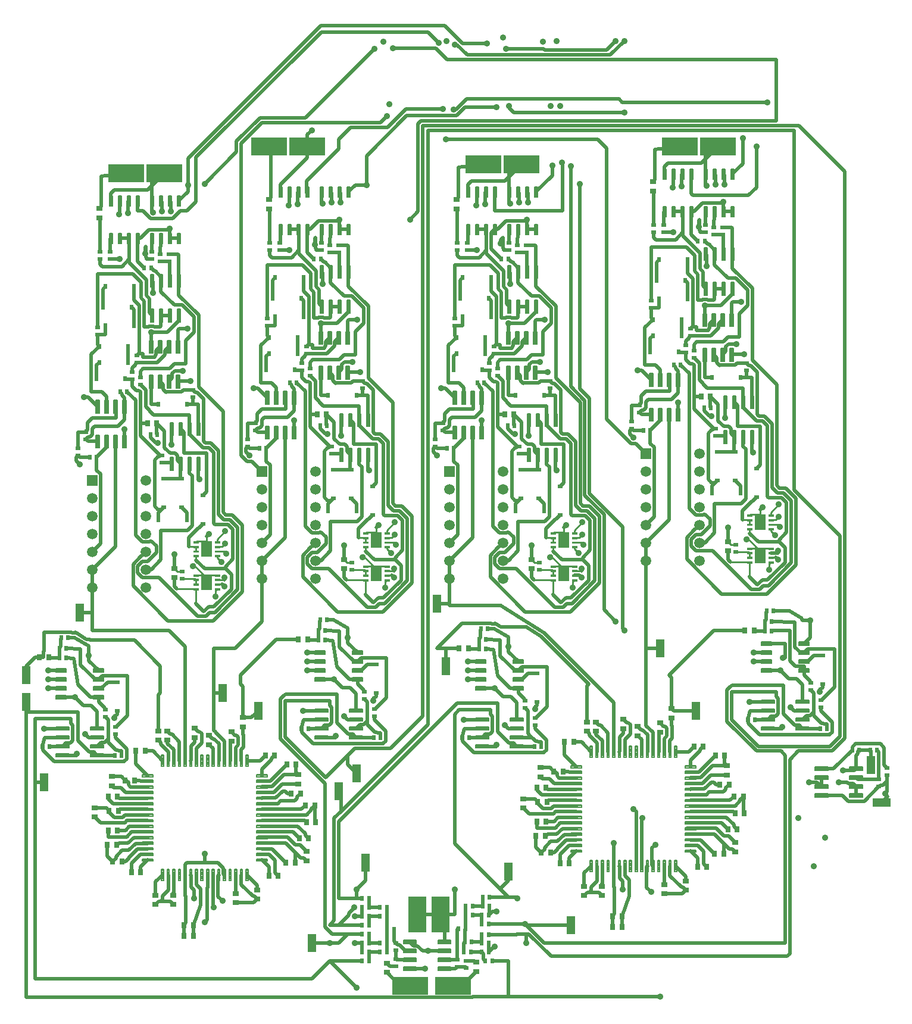
<source format=gbr>
G04 EAGLE Gerber RS-274X export*
G75*
%MOMM*%
%FSLAX34Y34*%
%LPD*%
%INTop Copper*%
%IPPOS*%
%AMOC8*
5,1,8,0,0,1.08239X$1,22.5*%
G01*
%ADD10R,0.900000X0.700000*%
%ADD11R,0.600000X0.700000*%
%ADD12R,0.700000X0.600000*%
%ADD13C,0.150000*%
%ADD14R,2.540000X5.080000*%
%ADD15R,5.080000X2.540000*%
%ADD16R,0.711200X0.508000*%
%ADD17R,0.700000X0.900000*%
%ADD18C,0.208719*%
%ADD19R,0.508000X0.711200*%
%ADD20R,1.498600X1.498600*%
%ADD21C,1.498600*%
%ADD22C,0.080000*%
%ADD23R,1.500000X2.300000*%
%ADD24R,2.540000X1.270000*%
%ADD25R,1.270000X2.540000*%
%ADD26C,0.508000*%
%ADD27C,0.914400*%
%ADD28C,0.254000*%


D10*
X487680Y543710D03*
X487680Y530710D03*
D11*
X510460Y546100D03*
X500460Y546100D03*
X505380Y598170D03*
X495380Y598170D03*
X481250Y572770D03*
X471250Y572770D03*
X479980Y558800D03*
X469980Y558800D03*
X472360Y591820D03*
X462360Y591820D03*
D12*
X461010Y547290D03*
X461010Y537290D03*
X473710Y536020D03*
X473710Y546020D03*
D11*
X482520Y623570D03*
X472520Y623570D03*
X505380Y582930D03*
X495380Y582930D03*
X482520Y610870D03*
X472520Y610870D03*
X506650Y623570D03*
X496650Y623570D03*
X495380Y610870D03*
X505380Y610870D03*
X495380Y571500D03*
X505380Y571500D03*
X495380Y558800D03*
X505380Y558800D03*
X506650Y636270D03*
X496650Y636270D03*
D13*
X451630Y536920D02*
X433430Y536920D01*
X451630Y536920D02*
X451630Y532420D01*
X433430Y532420D01*
X433430Y536920D01*
X433430Y533845D02*
X451630Y533845D01*
X451630Y535270D02*
X433430Y535270D01*
X433430Y536695D02*
X451630Y536695D01*
X451630Y549620D02*
X433430Y549620D01*
X451630Y549620D02*
X451630Y545120D01*
X433430Y545120D01*
X433430Y549620D01*
X433430Y546545D02*
X451630Y546545D01*
X451630Y547970D02*
X433430Y547970D01*
X433430Y549395D02*
X451630Y549395D01*
X451630Y562320D02*
X433430Y562320D01*
X451630Y562320D02*
X451630Y557820D01*
X433430Y557820D01*
X433430Y562320D01*
X433430Y559245D02*
X451630Y559245D01*
X451630Y560670D02*
X433430Y560670D01*
X433430Y562095D02*
X451630Y562095D01*
X451630Y575020D02*
X433430Y575020D01*
X451630Y575020D02*
X451630Y570520D01*
X433430Y570520D01*
X433430Y575020D01*
X433430Y571945D02*
X451630Y571945D01*
X451630Y573370D02*
X433430Y573370D01*
X433430Y574795D02*
X451630Y574795D01*
X402230Y575020D02*
X384030Y575020D01*
X402230Y575020D02*
X402230Y570520D01*
X384030Y570520D01*
X384030Y575020D01*
X384030Y571945D02*
X402230Y571945D01*
X402230Y573370D02*
X384030Y573370D01*
X384030Y574795D02*
X402230Y574795D01*
X402230Y562320D02*
X384030Y562320D01*
X402230Y562320D02*
X402230Y557820D01*
X384030Y557820D01*
X384030Y562320D01*
X384030Y559245D02*
X402230Y559245D01*
X402230Y560670D02*
X384030Y560670D01*
X384030Y562095D02*
X402230Y562095D01*
X402230Y549620D02*
X384030Y549620D01*
X402230Y549620D02*
X402230Y545120D01*
X384030Y545120D01*
X384030Y549620D01*
X384030Y546545D02*
X402230Y546545D01*
X402230Y547970D02*
X384030Y547970D01*
X384030Y549395D02*
X402230Y549395D01*
X402230Y536920D02*
X384030Y536920D01*
X402230Y536920D02*
X402230Y532420D01*
X384030Y532420D01*
X384030Y536920D01*
X384030Y533845D02*
X402230Y533845D01*
X402230Y535270D02*
X384030Y535270D01*
X384030Y536695D02*
X402230Y536695D01*
D14*
X403860Y612140D03*
D15*
X454660Y510540D03*
D11*
X325200Y635000D03*
X335200Y635000D03*
X350600Y558800D03*
X360600Y558800D03*
X325200Y596900D03*
X335200Y596900D03*
X350600Y571500D03*
X360600Y571500D03*
X325200Y558800D03*
X335200Y558800D03*
X335200Y571500D03*
X325200Y571500D03*
X335200Y609600D03*
X325200Y609600D03*
X335200Y622300D03*
X325200Y622300D03*
X325200Y546100D03*
X335200Y546100D03*
X325200Y584200D03*
X335200Y584200D03*
X350600Y609600D03*
X360600Y609600D03*
X350600Y622300D03*
X360600Y622300D03*
X360760Y590550D03*
X370760Y590550D03*
D12*
X373380Y571420D03*
X373380Y561420D03*
X373380Y548560D03*
X373380Y538560D03*
D10*
X360680Y542440D03*
X360680Y529440D03*
D14*
X436880Y612140D03*
D15*
X393700Y510540D03*
D11*
X275510Y1031240D03*
X265510Y1031240D03*
X272970Y1016000D03*
X262970Y1016000D03*
X272970Y1002030D03*
X262970Y1002030D03*
D12*
X328930Y918290D03*
X328930Y928290D03*
D11*
X248840Y876300D03*
X238840Y876300D03*
D12*
X342900Y904160D03*
X342900Y894160D03*
D11*
X351710Y863600D03*
X341710Y863600D03*
D13*
X272550Y982000D02*
X258250Y982000D01*
X258250Y986500D01*
X272550Y986500D01*
X272550Y982000D01*
X272550Y983425D02*
X258250Y983425D01*
X258250Y984850D02*
X272550Y984850D01*
X272550Y986275D02*
X258250Y986275D01*
X258250Y969300D02*
X272550Y969300D01*
X258250Y969300D02*
X258250Y973800D01*
X272550Y973800D01*
X272550Y969300D01*
X272550Y970725D02*
X258250Y970725D01*
X258250Y972150D02*
X272550Y972150D01*
X272550Y973575D02*
X258250Y973575D01*
X258250Y956600D02*
X272550Y956600D01*
X258250Y956600D02*
X258250Y961100D01*
X272550Y961100D01*
X272550Y956600D01*
X272550Y958025D02*
X258250Y958025D01*
X258250Y959450D02*
X272550Y959450D01*
X272550Y960875D02*
X258250Y960875D01*
X258250Y943900D02*
X272550Y943900D01*
X258250Y943900D02*
X258250Y948400D01*
X272550Y948400D01*
X272550Y943900D01*
X272550Y945325D02*
X258250Y945325D01*
X258250Y946750D02*
X272550Y946750D01*
X272550Y948175D02*
X258250Y948175D01*
X311650Y943900D02*
X325950Y943900D01*
X311650Y943900D02*
X311650Y948400D01*
X325950Y948400D01*
X325950Y943900D01*
X325950Y945325D02*
X311650Y945325D01*
X311650Y946750D02*
X325950Y946750D01*
X325950Y948175D02*
X311650Y948175D01*
X311650Y956600D02*
X325950Y956600D01*
X311650Y956600D02*
X311650Y961100D01*
X325950Y961100D01*
X325950Y956600D01*
X325950Y958025D02*
X311650Y958025D01*
X311650Y959450D02*
X325950Y959450D01*
X325950Y960875D02*
X311650Y960875D01*
X311650Y969300D02*
X325950Y969300D01*
X311650Y969300D02*
X311650Y973800D01*
X325950Y973800D01*
X325950Y969300D01*
X325950Y970725D02*
X311650Y970725D01*
X311650Y972150D02*
X325950Y972150D01*
X325950Y973575D02*
X311650Y973575D01*
X311650Y982000D02*
X325950Y982000D01*
X311650Y982000D02*
X311650Y986500D01*
X325950Y986500D01*
X325950Y982000D01*
X325950Y983425D02*
X311650Y983425D01*
X311650Y984850D02*
X325950Y984850D01*
X325950Y986275D02*
X311650Y986275D01*
X307700Y865850D02*
X325900Y865850D01*
X325900Y861350D01*
X307700Y861350D01*
X307700Y865850D01*
X307700Y862775D02*
X325900Y862775D01*
X325900Y864200D02*
X307700Y864200D01*
X307700Y865625D02*
X325900Y865625D01*
X325900Y878550D02*
X307700Y878550D01*
X325900Y878550D02*
X325900Y874050D01*
X307700Y874050D01*
X307700Y878550D01*
X307700Y875475D02*
X325900Y875475D01*
X325900Y876900D02*
X307700Y876900D01*
X307700Y878325D02*
X325900Y878325D01*
X325900Y891250D02*
X307700Y891250D01*
X325900Y891250D02*
X325900Y886750D01*
X307700Y886750D01*
X307700Y891250D01*
X307700Y888175D02*
X325900Y888175D01*
X325900Y889600D02*
X307700Y889600D01*
X307700Y891025D02*
X325900Y891025D01*
X325900Y903950D02*
X307700Y903950D01*
X325900Y903950D02*
X325900Y899450D01*
X307700Y899450D01*
X307700Y903950D01*
X307700Y900875D02*
X325900Y900875D01*
X325900Y902300D02*
X307700Y902300D01*
X307700Y903725D02*
X325900Y903725D01*
X276500Y903950D02*
X258300Y903950D01*
X276500Y903950D02*
X276500Y899450D01*
X258300Y899450D01*
X258300Y903950D01*
X258300Y900875D02*
X276500Y900875D01*
X276500Y902300D02*
X258300Y902300D01*
X258300Y903725D02*
X276500Y903725D01*
X276500Y891250D02*
X258300Y891250D01*
X276500Y891250D02*
X276500Y886750D01*
X258300Y886750D01*
X258300Y891250D01*
X258300Y888175D02*
X276500Y888175D01*
X276500Y889600D02*
X258300Y889600D01*
X258300Y891025D02*
X276500Y891025D01*
X276500Y878550D02*
X258300Y878550D01*
X276500Y878550D02*
X276500Y874050D01*
X258300Y874050D01*
X258300Y878550D01*
X258300Y875475D02*
X276500Y875475D01*
X276500Y876900D02*
X258300Y876900D01*
X258300Y878325D02*
X276500Y878325D01*
X276500Y865850D02*
X258300Y865850D01*
X276500Y865850D02*
X276500Y861350D01*
X258300Y861350D01*
X258300Y865850D01*
X258300Y862775D02*
X276500Y862775D01*
X276500Y864200D02*
X258300Y864200D01*
X258300Y865625D02*
X276500Y865625D01*
D16*
X345440Y967740D03*
X345440Y927100D03*
D17*
X234800Y1003300D03*
X247800Y1003300D03*
D11*
X-92790Y1005840D03*
X-102790Y1005840D03*
X-95330Y990600D03*
X-105330Y990600D03*
X-95330Y976630D03*
X-105330Y976630D03*
D12*
X-39370Y892890D03*
X-39370Y902890D03*
D11*
X-119460Y850900D03*
X-129460Y850900D03*
D12*
X-25400Y878760D03*
X-25400Y868760D03*
D11*
X-16590Y838200D03*
X-26590Y838200D03*
D13*
X-95750Y956600D02*
X-110050Y956600D01*
X-110050Y961100D01*
X-95750Y961100D01*
X-95750Y956600D01*
X-95750Y958025D02*
X-110050Y958025D01*
X-110050Y959450D02*
X-95750Y959450D01*
X-95750Y960875D02*
X-110050Y960875D01*
X-110050Y943900D02*
X-95750Y943900D01*
X-110050Y943900D02*
X-110050Y948400D01*
X-95750Y948400D01*
X-95750Y943900D01*
X-95750Y945325D02*
X-110050Y945325D01*
X-110050Y946750D02*
X-95750Y946750D01*
X-95750Y948175D02*
X-110050Y948175D01*
X-110050Y931200D02*
X-95750Y931200D01*
X-110050Y931200D02*
X-110050Y935700D01*
X-95750Y935700D01*
X-95750Y931200D01*
X-95750Y932625D02*
X-110050Y932625D01*
X-110050Y934050D02*
X-95750Y934050D01*
X-95750Y935475D02*
X-110050Y935475D01*
X-110050Y918500D02*
X-95750Y918500D01*
X-110050Y918500D02*
X-110050Y923000D01*
X-95750Y923000D01*
X-95750Y918500D01*
X-95750Y919925D02*
X-110050Y919925D01*
X-110050Y921350D02*
X-95750Y921350D01*
X-95750Y922775D02*
X-110050Y922775D01*
X-56650Y918500D02*
X-42350Y918500D01*
X-56650Y918500D02*
X-56650Y923000D01*
X-42350Y923000D01*
X-42350Y918500D01*
X-42350Y919925D02*
X-56650Y919925D01*
X-56650Y921350D02*
X-42350Y921350D01*
X-42350Y922775D02*
X-56650Y922775D01*
X-56650Y931200D02*
X-42350Y931200D01*
X-56650Y931200D02*
X-56650Y935700D01*
X-42350Y935700D01*
X-42350Y931200D01*
X-42350Y932625D02*
X-56650Y932625D01*
X-56650Y934050D02*
X-42350Y934050D01*
X-42350Y935475D02*
X-56650Y935475D01*
X-56650Y943900D02*
X-42350Y943900D01*
X-56650Y943900D02*
X-56650Y948400D01*
X-42350Y948400D01*
X-42350Y943900D01*
X-42350Y945325D02*
X-56650Y945325D01*
X-56650Y946750D02*
X-42350Y946750D01*
X-42350Y948175D02*
X-56650Y948175D01*
X-56650Y956600D02*
X-42350Y956600D01*
X-56650Y956600D02*
X-56650Y961100D01*
X-42350Y961100D01*
X-42350Y956600D01*
X-42350Y958025D02*
X-56650Y958025D01*
X-56650Y959450D02*
X-42350Y959450D01*
X-42350Y960875D02*
X-56650Y960875D01*
X-60600Y840450D02*
X-42400Y840450D01*
X-42400Y835950D01*
X-60600Y835950D01*
X-60600Y840450D01*
X-60600Y837375D02*
X-42400Y837375D01*
X-42400Y838800D02*
X-60600Y838800D01*
X-60600Y840225D02*
X-42400Y840225D01*
X-42400Y853150D02*
X-60600Y853150D01*
X-42400Y853150D02*
X-42400Y848650D01*
X-60600Y848650D01*
X-60600Y853150D01*
X-60600Y850075D02*
X-42400Y850075D01*
X-42400Y851500D02*
X-60600Y851500D01*
X-60600Y852925D02*
X-42400Y852925D01*
X-42400Y865850D02*
X-60600Y865850D01*
X-42400Y865850D02*
X-42400Y861350D01*
X-60600Y861350D01*
X-60600Y865850D01*
X-60600Y862775D02*
X-42400Y862775D01*
X-42400Y864200D02*
X-60600Y864200D01*
X-60600Y865625D02*
X-42400Y865625D01*
X-42400Y878550D02*
X-60600Y878550D01*
X-42400Y878550D02*
X-42400Y874050D01*
X-60600Y874050D01*
X-60600Y878550D01*
X-60600Y875475D02*
X-42400Y875475D01*
X-42400Y876900D02*
X-60600Y876900D01*
X-60600Y878325D02*
X-42400Y878325D01*
X-91800Y878550D02*
X-110000Y878550D01*
X-91800Y878550D02*
X-91800Y874050D01*
X-110000Y874050D01*
X-110000Y878550D01*
X-110000Y875475D02*
X-91800Y875475D01*
X-91800Y876900D02*
X-110000Y876900D01*
X-110000Y878325D02*
X-91800Y878325D01*
X-91800Y865850D02*
X-110000Y865850D01*
X-91800Y865850D02*
X-91800Y861350D01*
X-110000Y861350D01*
X-110000Y865850D01*
X-110000Y862775D02*
X-91800Y862775D01*
X-91800Y864200D02*
X-110000Y864200D01*
X-110000Y865625D02*
X-91800Y865625D01*
X-91800Y853150D02*
X-110000Y853150D01*
X-91800Y853150D02*
X-91800Y848650D01*
X-110000Y848650D01*
X-110000Y853150D01*
X-110000Y850075D02*
X-91800Y850075D01*
X-91800Y851500D02*
X-110000Y851500D01*
X-110000Y852925D02*
X-91800Y852925D01*
X-91800Y840450D02*
X-110000Y840450D01*
X-91800Y840450D02*
X-91800Y835950D01*
X-110000Y835950D01*
X-110000Y840450D01*
X-110000Y837375D02*
X-91800Y837375D01*
X-91800Y838800D02*
X-110000Y838800D01*
X-110000Y840225D02*
X-91800Y840225D01*
D16*
X-22860Y942340D03*
X-22860Y901700D03*
D17*
X-133500Y977900D03*
X-120500Y977900D03*
D11*
X504110Y1018540D03*
X494110Y1018540D03*
X501570Y1003300D03*
X491570Y1003300D03*
X501570Y989330D03*
X491570Y989330D03*
D12*
X557530Y905590D03*
X557530Y915590D03*
D11*
X477440Y863600D03*
X467440Y863600D03*
D12*
X571500Y891460D03*
X571500Y881460D03*
D11*
X580310Y850900D03*
X570310Y850900D03*
D13*
X501150Y969300D02*
X486850Y969300D01*
X486850Y973800D01*
X501150Y973800D01*
X501150Y969300D01*
X501150Y970725D02*
X486850Y970725D01*
X486850Y972150D02*
X501150Y972150D01*
X501150Y973575D02*
X486850Y973575D01*
X486850Y956600D02*
X501150Y956600D01*
X486850Y956600D02*
X486850Y961100D01*
X501150Y961100D01*
X501150Y956600D01*
X501150Y958025D02*
X486850Y958025D01*
X486850Y959450D02*
X501150Y959450D01*
X501150Y960875D02*
X486850Y960875D01*
X486850Y943900D02*
X501150Y943900D01*
X486850Y943900D02*
X486850Y948400D01*
X501150Y948400D01*
X501150Y943900D01*
X501150Y945325D02*
X486850Y945325D01*
X486850Y946750D02*
X501150Y946750D01*
X501150Y948175D02*
X486850Y948175D01*
X486850Y931200D02*
X501150Y931200D01*
X486850Y931200D02*
X486850Y935700D01*
X501150Y935700D01*
X501150Y931200D01*
X501150Y932625D02*
X486850Y932625D01*
X486850Y934050D02*
X501150Y934050D01*
X501150Y935475D02*
X486850Y935475D01*
X540250Y931200D02*
X554550Y931200D01*
X540250Y931200D02*
X540250Y935700D01*
X554550Y935700D01*
X554550Y931200D01*
X554550Y932625D02*
X540250Y932625D01*
X540250Y934050D02*
X554550Y934050D01*
X554550Y935475D02*
X540250Y935475D01*
X540250Y943900D02*
X554550Y943900D01*
X540250Y943900D02*
X540250Y948400D01*
X554550Y948400D01*
X554550Y943900D01*
X554550Y945325D02*
X540250Y945325D01*
X540250Y946750D02*
X554550Y946750D01*
X554550Y948175D02*
X540250Y948175D01*
X540250Y956600D02*
X554550Y956600D01*
X540250Y956600D02*
X540250Y961100D01*
X554550Y961100D01*
X554550Y956600D01*
X554550Y958025D02*
X540250Y958025D01*
X540250Y959450D02*
X554550Y959450D01*
X554550Y960875D02*
X540250Y960875D01*
X540250Y969300D02*
X554550Y969300D01*
X540250Y969300D02*
X540250Y973800D01*
X554550Y973800D01*
X554550Y969300D01*
X554550Y970725D02*
X540250Y970725D01*
X540250Y972150D02*
X554550Y972150D01*
X554550Y973575D02*
X540250Y973575D01*
X536300Y853150D02*
X554500Y853150D01*
X554500Y848650D01*
X536300Y848650D01*
X536300Y853150D01*
X536300Y850075D02*
X554500Y850075D01*
X554500Y851500D02*
X536300Y851500D01*
X536300Y852925D02*
X554500Y852925D01*
X554500Y865850D02*
X536300Y865850D01*
X554500Y865850D02*
X554500Y861350D01*
X536300Y861350D01*
X536300Y865850D01*
X536300Y862775D02*
X554500Y862775D01*
X554500Y864200D02*
X536300Y864200D01*
X536300Y865625D02*
X554500Y865625D01*
X554500Y878550D02*
X536300Y878550D01*
X554500Y878550D02*
X554500Y874050D01*
X536300Y874050D01*
X536300Y878550D01*
X536300Y875475D02*
X554500Y875475D01*
X554500Y876900D02*
X536300Y876900D01*
X536300Y878325D02*
X554500Y878325D01*
X554500Y891250D02*
X536300Y891250D01*
X554500Y891250D02*
X554500Y886750D01*
X536300Y886750D01*
X536300Y891250D01*
X536300Y888175D02*
X554500Y888175D01*
X554500Y889600D02*
X536300Y889600D01*
X536300Y891025D02*
X554500Y891025D01*
X505100Y891250D02*
X486900Y891250D01*
X505100Y891250D02*
X505100Y886750D01*
X486900Y886750D01*
X486900Y891250D01*
X486900Y888175D02*
X505100Y888175D01*
X505100Y889600D02*
X486900Y889600D01*
X486900Y891025D02*
X505100Y891025D01*
X505100Y878550D02*
X486900Y878550D01*
X505100Y878550D02*
X505100Y874050D01*
X486900Y874050D01*
X486900Y878550D01*
X486900Y875475D02*
X505100Y875475D01*
X505100Y876900D02*
X486900Y876900D01*
X486900Y878325D02*
X505100Y878325D01*
X505100Y865850D02*
X486900Y865850D01*
X505100Y865850D02*
X505100Y861350D01*
X486900Y861350D01*
X486900Y865850D01*
X486900Y862775D02*
X505100Y862775D01*
X505100Y864200D02*
X486900Y864200D01*
X486900Y865625D02*
X505100Y865625D01*
X505100Y853150D02*
X486900Y853150D01*
X505100Y853150D02*
X505100Y848650D01*
X486900Y848650D01*
X486900Y853150D01*
X486900Y850075D02*
X505100Y850075D01*
X505100Y851500D02*
X486900Y851500D01*
X486900Y852925D02*
X505100Y852925D01*
D16*
X574040Y955040D03*
X574040Y914400D03*
D17*
X463400Y990600D03*
X476400Y990600D03*
D11*
X910510Y1043940D03*
X900510Y1043940D03*
X907970Y1028700D03*
X897970Y1028700D03*
X907970Y1014730D03*
X897970Y1014730D03*
D12*
X963930Y930990D03*
X963930Y940990D03*
D11*
X883840Y889000D03*
X873840Y889000D03*
D12*
X977900Y916860D03*
X977900Y906860D03*
D11*
X986710Y876300D03*
X976710Y876300D03*
D13*
X907550Y994700D02*
X893250Y994700D01*
X893250Y999200D01*
X907550Y999200D01*
X907550Y994700D01*
X907550Y996125D02*
X893250Y996125D01*
X893250Y997550D02*
X907550Y997550D01*
X907550Y998975D02*
X893250Y998975D01*
X893250Y982000D02*
X907550Y982000D01*
X893250Y982000D02*
X893250Y986500D01*
X907550Y986500D01*
X907550Y982000D01*
X907550Y983425D02*
X893250Y983425D01*
X893250Y984850D02*
X907550Y984850D01*
X907550Y986275D02*
X893250Y986275D01*
X893250Y969300D02*
X907550Y969300D01*
X893250Y969300D02*
X893250Y973800D01*
X907550Y973800D01*
X907550Y969300D01*
X907550Y970725D02*
X893250Y970725D01*
X893250Y972150D02*
X907550Y972150D01*
X907550Y973575D02*
X893250Y973575D01*
X893250Y956600D02*
X907550Y956600D01*
X893250Y956600D02*
X893250Y961100D01*
X907550Y961100D01*
X907550Y956600D01*
X907550Y958025D02*
X893250Y958025D01*
X893250Y959450D02*
X907550Y959450D01*
X907550Y960875D02*
X893250Y960875D01*
X946650Y956600D02*
X960950Y956600D01*
X946650Y956600D02*
X946650Y961100D01*
X960950Y961100D01*
X960950Y956600D01*
X960950Y958025D02*
X946650Y958025D01*
X946650Y959450D02*
X960950Y959450D01*
X960950Y960875D02*
X946650Y960875D01*
X946650Y969300D02*
X960950Y969300D01*
X946650Y969300D02*
X946650Y973800D01*
X960950Y973800D01*
X960950Y969300D01*
X960950Y970725D02*
X946650Y970725D01*
X946650Y972150D02*
X960950Y972150D01*
X960950Y973575D02*
X946650Y973575D01*
X946650Y982000D02*
X960950Y982000D01*
X946650Y982000D02*
X946650Y986500D01*
X960950Y986500D01*
X960950Y982000D01*
X960950Y983425D02*
X946650Y983425D01*
X946650Y984850D02*
X960950Y984850D01*
X960950Y986275D02*
X946650Y986275D01*
X946650Y994700D02*
X960950Y994700D01*
X946650Y994700D02*
X946650Y999200D01*
X960950Y999200D01*
X960950Y994700D01*
X960950Y996125D02*
X946650Y996125D01*
X946650Y997550D02*
X960950Y997550D01*
X960950Y998975D02*
X946650Y998975D01*
X942700Y878550D02*
X960900Y878550D01*
X960900Y874050D01*
X942700Y874050D01*
X942700Y878550D01*
X942700Y875475D02*
X960900Y875475D01*
X960900Y876900D02*
X942700Y876900D01*
X942700Y878325D02*
X960900Y878325D01*
X960900Y891250D02*
X942700Y891250D01*
X960900Y891250D02*
X960900Y886750D01*
X942700Y886750D01*
X942700Y891250D01*
X942700Y888175D02*
X960900Y888175D01*
X960900Y889600D02*
X942700Y889600D01*
X942700Y891025D02*
X960900Y891025D01*
X960900Y903950D02*
X942700Y903950D01*
X960900Y903950D02*
X960900Y899450D01*
X942700Y899450D01*
X942700Y903950D01*
X942700Y900875D02*
X960900Y900875D01*
X960900Y902300D02*
X942700Y902300D01*
X942700Y903725D02*
X960900Y903725D01*
X960900Y916650D02*
X942700Y916650D01*
X960900Y916650D02*
X960900Y912150D01*
X942700Y912150D01*
X942700Y916650D01*
X942700Y913575D02*
X960900Y913575D01*
X960900Y915000D02*
X942700Y915000D01*
X942700Y916425D02*
X960900Y916425D01*
X911500Y916650D02*
X893300Y916650D01*
X911500Y916650D02*
X911500Y912150D01*
X893300Y912150D01*
X893300Y916650D01*
X893300Y913575D02*
X911500Y913575D01*
X911500Y915000D02*
X893300Y915000D01*
X893300Y916425D02*
X911500Y916425D01*
X911500Y903950D02*
X893300Y903950D01*
X911500Y903950D02*
X911500Y899450D01*
X893300Y899450D01*
X893300Y903950D01*
X893300Y900875D02*
X911500Y900875D01*
X911500Y902300D02*
X893300Y902300D01*
X893300Y903725D02*
X911500Y903725D01*
X911500Y891250D02*
X893300Y891250D01*
X911500Y891250D02*
X911500Y886750D01*
X893300Y886750D01*
X893300Y891250D01*
X893300Y888175D02*
X911500Y888175D01*
X911500Y889600D02*
X893300Y889600D01*
X893300Y891025D02*
X911500Y891025D01*
X911500Y878550D02*
X893300Y878550D01*
X911500Y878550D02*
X911500Y874050D01*
X893300Y874050D01*
X893300Y878550D01*
X893300Y875475D02*
X911500Y875475D01*
X911500Y876900D02*
X893300Y876900D01*
X893300Y878325D02*
X911500Y878325D01*
D16*
X980440Y980440D03*
X980440Y939800D03*
D17*
X869800Y1016000D03*
X882800Y1016000D03*
X3660Y844550D03*
X16660Y844550D03*
X1420Y802640D03*
X-11580Y802640D03*
X-35710Y779780D03*
X-22710Y779780D03*
X-21440Y759460D03*
X-34440Y759460D03*
X-35710Y731520D03*
X-22710Y731520D03*
X-23980Y711200D03*
X-36980Y711200D03*
X10310Y671830D03*
X-2690Y671830D03*
D10*
X31750Y638960D03*
X31750Y625960D03*
X176530Y646580D03*
X176530Y633580D03*
D17*
X192890Y666750D03*
X205890Y666750D03*
D10*
X246380Y701190D03*
X246380Y688190D03*
D17*
X236070Y720090D03*
X249070Y720090D03*
X244960Y767080D03*
X257960Y767080D03*
X237640Y783590D03*
X224640Y783590D03*
X218290Y825500D03*
X231290Y825500D03*
X200810Y838200D03*
X187810Y838200D03*
D10*
X-30480Y794870D03*
X-30480Y807870D03*
X-54610Y750420D03*
X-54610Y763420D03*
D17*
X-16360Y687070D03*
X-29360Y687070D03*
D10*
X57150Y638960D03*
X57150Y625960D03*
D17*
X85240Y596900D03*
X72240Y596900D03*
D10*
X146050Y641500D03*
X146050Y628500D03*
D17*
X217020Y685800D03*
X230020Y685800D03*
X246230Y742950D03*
X259230Y742950D03*
D10*
X234950Y797410D03*
X234950Y810410D03*
X156210Y878690D03*
X156210Y891690D03*
X139700Y858370D03*
X139700Y871370D03*
X107950Y853290D03*
X107950Y866290D03*
X87630Y863450D03*
X87630Y876450D03*
X48260Y859640D03*
X48260Y872640D03*
X35560Y859640D03*
X35560Y872640D03*
D18*
X28077Y807734D02*
X12585Y807734D01*
X12585Y810866D01*
X28077Y810866D01*
X28077Y807734D01*
X28077Y809717D02*
X12585Y809717D01*
X12585Y799734D02*
X28077Y799734D01*
X12585Y799734D02*
X12585Y802866D01*
X28077Y802866D01*
X28077Y799734D01*
X28077Y801717D02*
X12585Y801717D01*
X12585Y791734D02*
X28077Y791734D01*
X12585Y791734D02*
X12585Y794866D01*
X28077Y794866D01*
X28077Y791734D01*
X28077Y793717D02*
X12585Y793717D01*
X12585Y783734D02*
X28077Y783734D01*
X12585Y783734D02*
X12585Y786866D01*
X28077Y786866D01*
X28077Y783734D01*
X28077Y785717D02*
X12585Y785717D01*
X12585Y775734D02*
X28077Y775734D01*
X12585Y775734D02*
X12585Y778866D01*
X28077Y778866D01*
X28077Y775734D01*
X28077Y777717D02*
X12585Y777717D01*
X12585Y767734D02*
X28077Y767734D01*
X12585Y767734D02*
X12585Y770866D01*
X28077Y770866D01*
X28077Y767734D01*
X28077Y769717D02*
X12585Y769717D01*
X12585Y759734D02*
X28077Y759734D01*
X12585Y759734D02*
X12585Y762866D01*
X28077Y762866D01*
X28077Y759734D01*
X28077Y761717D02*
X12585Y761717D01*
X12585Y751734D02*
X28077Y751734D01*
X12585Y751734D02*
X12585Y754866D01*
X28077Y754866D01*
X28077Y751734D01*
X28077Y753717D02*
X12585Y753717D01*
X12585Y743734D02*
X28077Y743734D01*
X12585Y743734D02*
X12585Y746866D01*
X28077Y746866D01*
X28077Y743734D01*
X28077Y745717D02*
X12585Y745717D01*
X12585Y735734D02*
X28077Y735734D01*
X12585Y735734D02*
X12585Y738866D01*
X28077Y738866D01*
X28077Y735734D01*
X28077Y737717D02*
X12585Y737717D01*
X12585Y727734D02*
X28077Y727734D01*
X12585Y727734D02*
X12585Y730866D01*
X28077Y730866D01*
X28077Y727734D01*
X28077Y729717D02*
X12585Y729717D01*
X12585Y719734D02*
X28077Y719734D01*
X12585Y719734D02*
X12585Y722866D01*
X28077Y722866D01*
X28077Y719734D01*
X28077Y721717D02*
X12585Y721717D01*
X12585Y711734D02*
X28077Y711734D01*
X12585Y711734D02*
X12585Y714866D01*
X28077Y714866D01*
X28077Y711734D01*
X28077Y713717D02*
X12585Y713717D01*
X12585Y703734D02*
X28077Y703734D01*
X12585Y703734D02*
X12585Y706866D01*
X28077Y706866D01*
X28077Y703734D01*
X28077Y705717D02*
X12585Y705717D01*
X12585Y695734D02*
X28077Y695734D01*
X12585Y695734D02*
X12585Y698866D01*
X28077Y698866D01*
X28077Y695734D01*
X28077Y697717D02*
X12585Y697717D01*
X12585Y687734D02*
X28077Y687734D01*
X12585Y687734D02*
X12585Y690866D01*
X28077Y690866D01*
X28077Y687734D01*
X28077Y689717D02*
X12585Y689717D01*
X43166Y675777D02*
X43166Y660285D01*
X40034Y660285D01*
X40034Y675777D01*
X43166Y675777D01*
X43166Y662268D02*
X40034Y662268D01*
X40034Y664251D02*
X43166Y664251D01*
X43166Y666234D02*
X40034Y666234D01*
X40034Y668217D02*
X43166Y668217D01*
X43166Y670200D02*
X40034Y670200D01*
X40034Y672183D02*
X43166Y672183D01*
X43166Y674166D02*
X40034Y674166D01*
X51166Y675777D02*
X51166Y660285D01*
X48034Y660285D01*
X48034Y675777D01*
X51166Y675777D01*
X51166Y662268D02*
X48034Y662268D01*
X48034Y664251D02*
X51166Y664251D01*
X51166Y666234D02*
X48034Y666234D01*
X48034Y668217D02*
X51166Y668217D01*
X51166Y670200D02*
X48034Y670200D01*
X48034Y672183D02*
X51166Y672183D01*
X51166Y674166D02*
X48034Y674166D01*
X59166Y675777D02*
X59166Y660285D01*
X56034Y660285D01*
X56034Y675777D01*
X59166Y675777D01*
X59166Y662268D02*
X56034Y662268D01*
X56034Y664251D02*
X59166Y664251D01*
X59166Y666234D02*
X56034Y666234D01*
X56034Y668217D02*
X59166Y668217D01*
X59166Y670200D02*
X56034Y670200D01*
X56034Y672183D02*
X59166Y672183D01*
X59166Y674166D02*
X56034Y674166D01*
X67166Y675777D02*
X67166Y660285D01*
X64034Y660285D01*
X64034Y675777D01*
X67166Y675777D01*
X67166Y662268D02*
X64034Y662268D01*
X64034Y664251D02*
X67166Y664251D01*
X67166Y666234D02*
X64034Y666234D01*
X64034Y668217D02*
X67166Y668217D01*
X67166Y670200D02*
X64034Y670200D01*
X64034Y672183D02*
X67166Y672183D01*
X67166Y674166D02*
X64034Y674166D01*
X75166Y675777D02*
X75166Y660285D01*
X72034Y660285D01*
X72034Y675777D01*
X75166Y675777D01*
X75166Y662268D02*
X72034Y662268D01*
X72034Y664251D02*
X75166Y664251D01*
X75166Y666234D02*
X72034Y666234D01*
X72034Y668217D02*
X75166Y668217D01*
X75166Y670200D02*
X72034Y670200D01*
X72034Y672183D02*
X75166Y672183D01*
X75166Y674166D02*
X72034Y674166D01*
X83166Y675777D02*
X83166Y660285D01*
X80034Y660285D01*
X80034Y675777D01*
X83166Y675777D01*
X83166Y662268D02*
X80034Y662268D01*
X80034Y664251D02*
X83166Y664251D01*
X83166Y666234D02*
X80034Y666234D01*
X80034Y668217D02*
X83166Y668217D01*
X83166Y670200D02*
X80034Y670200D01*
X80034Y672183D02*
X83166Y672183D01*
X83166Y674166D02*
X80034Y674166D01*
X91166Y675777D02*
X91166Y660285D01*
X88034Y660285D01*
X88034Y675777D01*
X91166Y675777D01*
X91166Y662268D02*
X88034Y662268D01*
X88034Y664251D02*
X91166Y664251D01*
X91166Y666234D02*
X88034Y666234D01*
X88034Y668217D02*
X91166Y668217D01*
X91166Y670200D02*
X88034Y670200D01*
X88034Y672183D02*
X91166Y672183D01*
X91166Y674166D02*
X88034Y674166D01*
X99166Y675777D02*
X99166Y660285D01*
X96034Y660285D01*
X96034Y675777D01*
X99166Y675777D01*
X99166Y662268D02*
X96034Y662268D01*
X96034Y664251D02*
X99166Y664251D01*
X99166Y666234D02*
X96034Y666234D01*
X96034Y668217D02*
X99166Y668217D01*
X99166Y670200D02*
X96034Y670200D01*
X96034Y672183D02*
X99166Y672183D01*
X99166Y674166D02*
X96034Y674166D01*
X107166Y675777D02*
X107166Y660285D01*
X104034Y660285D01*
X104034Y675777D01*
X107166Y675777D01*
X107166Y662268D02*
X104034Y662268D01*
X104034Y664251D02*
X107166Y664251D01*
X107166Y666234D02*
X104034Y666234D01*
X104034Y668217D02*
X107166Y668217D01*
X107166Y670200D02*
X104034Y670200D01*
X104034Y672183D02*
X107166Y672183D01*
X107166Y674166D02*
X104034Y674166D01*
X115166Y675777D02*
X115166Y660285D01*
X112034Y660285D01*
X112034Y675777D01*
X115166Y675777D01*
X115166Y662268D02*
X112034Y662268D01*
X112034Y664251D02*
X115166Y664251D01*
X115166Y666234D02*
X112034Y666234D01*
X112034Y668217D02*
X115166Y668217D01*
X115166Y670200D02*
X112034Y670200D01*
X112034Y672183D02*
X115166Y672183D01*
X115166Y674166D02*
X112034Y674166D01*
X123166Y675777D02*
X123166Y660285D01*
X120034Y660285D01*
X120034Y675777D01*
X123166Y675777D01*
X123166Y662268D02*
X120034Y662268D01*
X120034Y664251D02*
X123166Y664251D01*
X123166Y666234D02*
X120034Y666234D01*
X120034Y668217D02*
X123166Y668217D01*
X123166Y670200D02*
X120034Y670200D01*
X120034Y672183D02*
X123166Y672183D01*
X123166Y674166D02*
X120034Y674166D01*
X131166Y675777D02*
X131166Y660285D01*
X128034Y660285D01*
X128034Y675777D01*
X131166Y675777D01*
X131166Y662268D02*
X128034Y662268D01*
X128034Y664251D02*
X131166Y664251D01*
X131166Y666234D02*
X128034Y666234D01*
X128034Y668217D02*
X131166Y668217D01*
X131166Y670200D02*
X128034Y670200D01*
X128034Y672183D02*
X131166Y672183D01*
X131166Y674166D02*
X128034Y674166D01*
X139166Y675777D02*
X139166Y660285D01*
X136034Y660285D01*
X136034Y675777D01*
X139166Y675777D01*
X139166Y662268D02*
X136034Y662268D01*
X136034Y664251D02*
X139166Y664251D01*
X139166Y666234D02*
X136034Y666234D01*
X136034Y668217D02*
X139166Y668217D01*
X139166Y670200D02*
X136034Y670200D01*
X136034Y672183D02*
X139166Y672183D01*
X139166Y674166D02*
X136034Y674166D01*
X147166Y675777D02*
X147166Y660285D01*
X144034Y660285D01*
X144034Y675777D01*
X147166Y675777D01*
X147166Y662268D02*
X144034Y662268D01*
X144034Y664251D02*
X147166Y664251D01*
X147166Y666234D02*
X144034Y666234D01*
X144034Y668217D02*
X147166Y668217D01*
X147166Y670200D02*
X144034Y670200D01*
X144034Y672183D02*
X147166Y672183D01*
X147166Y674166D02*
X144034Y674166D01*
X155166Y675777D02*
X155166Y660285D01*
X152034Y660285D01*
X152034Y675777D01*
X155166Y675777D01*
X155166Y662268D02*
X152034Y662268D01*
X152034Y664251D02*
X155166Y664251D01*
X155166Y666234D02*
X152034Y666234D01*
X152034Y668217D02*
X155166Y668217D01*
X155166Y670200D02*
X152034Y670200D01*
X152034Y672183D02*
X155166Y672183D01*
X155166Y674166D02*
X152034Y674166D01*
X163166Y675777D02*
X163166Y660285D01*
X160034Y660285D01*
X160034Y675777D01*
X163166Y675777D01*
X163166Y662268D02*
X160034Y662268D01*
X160034Y664251D02*
X163166Y664251D01*
X163166Y666234D02*
X160034Y666234D01*
X160034Y668217D02*
X163166Y668217D01*
X163166Y670200D02*
X160034Y670200D01*
X160034Y672183D02*
X163166Y672183D01*
X163166Y674166D02*
X160034Y674166D01*
X175123Y687734D02*
X190615Y687734D01*
X175123Y687734D02*
X175123Y690866D01*
X190615Y690866D01*
X190615Y687734D01*
X190615Y689717D02*
X175123Y689717D01*
X175123Y695734D02*
X190615Y695734D01*
X175123Y695734D02*
X175123Y698866D01*
X190615Y698866D01*
X190615Y695734D01*
X190615Y697717D02*
X175123Y697717D01*
X175123Y703734D02*
X190615Y703734D01*
X175123Y703734D02*
X175123Y706866D01*
X190615Y706866D01*
X190615Y703734D01*
X190615Y705717D02*
X175123Y705717D01*
X175123Y711734D02*
X190615Y711734D01*
X175123Y711734D02*
X175123Y714866D01*
X190615Y714866D01*
X190615Y711734D01*
X190615Y713717D02*
X175123Y713717D01*
X175123Y719734D02*
X190615Y719734D01*
X175123Y719734D02*
X175123Y722866D01*
X190615Y722866D01*
X190615Y719734D01*
X190615Y721717D02*
X175123Y721717D01*
X175123Y727734D02*
X190615Y727734D01*
X175123Y727734D02*
X175123Y730866D01*
X190615Y730866D01*
X190615Y727734D01*
X190615Y729717D02*
X175123Y729717D01*
X175123Y735734D02*
X190615Y735734D01*
X175123Y735734D02*
X175123Y738866D01*
X190615Y738866D01*
X190615Y735734D01*
X190615Y737717D02*
X175123Y737717D01*
X175123Y743734D02*
X190615Y743734D01*
X175123Y743734D02*
X175123Y746866D01*
X190615Y746866D01*
X190615Y743734D01*
X190615Y745717D02*
X175123Y745717D01*
X175123Y751734D02*
X190615Y751734D01*
X175123Y751734D02*
X175123Y754866D01*
X190615Y754866D01*
X190615Y751734D01*
X190615Y753717D02*
X175123Y753717D01*
X175123Y759734D02*
X190615Y759734D01*
X175123Y759734D02*
X175123Y762866D01*
X190615Y762866D01*
X190615Y759734D01*
X190615Y761717D02*
X175123Y761717D01*
X175123Y767734D02*
X190615Y767734D01*
X175123Y767734D02*
X175123Y770866D01*
X190615Y770866D01*
X190615Y767734D01*
X190615Y769717D02*
X175123Y769717D01*
X175123Y775734D02*
X190615Y775734D01*
X175123Y775734D02*
X175123Y778866D01*
X190615Y778866D01*
X190615Y775734D01*
X190615Y777717D02*
X175123Y777717D01*
X175123Y783734D02*
X190615Y783734D01*
X175123Y783734D02*
X175123Y786866D01*
X190615Y786866D01*
X190615Y783734D01*
X190615Y785717D02*
X175123Y785717D01*
X175123Y791734D02*
X190615Y791734D01*
X175123Y791734D02*
X175123Y794866D01*
X190615Y794866D01*
X190615Y791734D01*
X190615Y793717D02*
X175123Y793717D01*
X175123Y799734D02*
X190615Y799734D01*
X175123Y799734D02*
X175123Y802866D01*
X190615Y802866D01*
X190615Y799734D01*
X190615Y801717D02*
X175123Y801717D01*
X175123Y807734D02*
X190615Y807734D01*
X175123Y807734D02*
X175123Y810866D01*
X190615Y810866D01*
X190615Y807734D01*
X190615Y809717D02*
X175123Y809717D01*
X163166Y822823D02*
X163166Y838315D01*
X163166Y822823D02*
X160034Y822823D01*
X160034Y838315D01*
X163166Y838315D01*
X163166Y824806D02*
X160034Y824806D01*
X160034Y826789D02*
X163166Y826789D01*
X163166Y828772D02*
X160034Y828772D01*
X160034Y830755D02*
X163166Y830755D01*
X163166Y832738D02*
X160034Y832738D01*
X160034Y834721D02*
X163166Y834721D01*
X163166Y836704D02*
X160034Y836704D01*
X155166Y838315D02*
X155166Y822823D01*
X152034Y822823D01*
X152034Y838315D01*
X155166Y838315D01*
X155166Y824806D02*
X152034Y824806D01*
X152034Y826789D02*
X155166Y826789D01*
X155166Y828772D02*
X152034Y828772D01*
X152034Y830755D02*
X155166Y830755D01*
X155166Y832738D02*
X152034Y832738D01*
X152034Y834721D02*
X155166Y834721D01*
X155166Y836704D02*
X152034Y836704D01*
X147166Y838315D02*
X147166Y822823D01*
X144034Y822823D01*
X144034Y838315D01*
X147166Y838315D01*
X147166Y824806D02*
X144034Y824806D01*
X144034Y826789D02*
X147166Y826789D01*
X147166Y828772D02*
X144034Y828772D01*
X144034Y830755D02*
X147166Y830755D01*
X147166Y832738D02*
X144034Y832738D01*
X144034Y834721D02*
X147166Y834721D01*
X147166Y836704D02*
X144034Y836704D01*
X139166Y838315D02*
X139166Y822823D01*
X136034Y822823D01*
X136034Y838315D01*
X139166Y838315D01*
X139166Y824806D02*
X136034Y824806D01*
X136034Y826789D02*
X139166Y826789D01*
X139166Y828772D02*
X136034Y828772D01*
X136034Y830755D02*
X139166Y830755D01*
X139166Y832738D02*
X136034Y832738D01*
X136034Y834721D02*
X139166Y834721D01*
X139166Y836704D02*
X136034Y836704D01*
X131166Y838315D02*
X131166Y822823D01*
X128034Y822823D01*
X128034Y838315D01*
X131166Y838315D01*
X131166Y824806D02*
X128034Y824806D01*
X128034Y826789D02*
X131166Y826789D01*
X131166Y828772D02*
X128034Y828772D01*
X128034Y830755D02*
X131166Y830755D01*
X131166Y832738D02*
X128034Y832738D01*
X128034Y834721D02*
X131166Y834721D01*
X131166Y836704D02*
X128034Y836704D01*
X123166Y838315D02*
X123166Y822823D01*
X120034Y822823D01*
X120034Y838315D01*
X123166Y838315D01*
X123166Y824806D02*
X120034Y824806D01*
X120034Y826789D02*
X123166Y826789D01*
X123166Y828772D02*
X120034Y828772D01*
X120034Y830755D02*
X123166Y830755D01*
X123166Y832738D02*
X120034Y832738D01*
X120034Y834721D02*
X123166Y834721D01*
X123166Y836704D02*
X120034Y836704D01*
X115166Y838315D02*
X115166Y822823D01*
X112034Y822823D01*
X112034Y838315D01*
X115166Y838315D01*
X115166Y824806D02*
X112034Y824806D01*
X112034Y826789D02*
X115166Y826789D01*
X115166Y828772D02*
X112034Y828772D01*
X112034Y830755D02*
X115166Y830755D01*
X115166Y832738D02*
X112034Y832738D01*
X112034Y834721D02*
X115166Y834721D01*
X115166Y836704D02*
X112034Y836704D01*
X107166Y838315D02*
X107166Y822823D01*
X104034Y822823D01*
X104034Y838315D01*
X107166Y838315D01*
X107166Y824806D02*
X104034Y824806D01*
X104034Y826789D02*
X107166Y826789D01*
X107166Y828772D02*
X104034Y828772D01*
X104034Y830755D02*
X107166Y830755D01*
X107166Y832738D02*
X104034Y832738D01*
X104034Y834721D02*
X107166Y834721D01*
X107166Y836704D02*
X104034Y836704D01*
X99166Y838315D02*
X99166Y822823D01*
X96034Y822823D01*
X96034Y838315D01*
X99166Y838315D01*
X99166Y824806D02*
X96034Y824806D01*
X96034Y826789D02*
X99166Y826789D01*
X99166Y828772D02*
X96034Y828772D01*
X96034Y830755D02*
X99166Y830755D01*
X99166Y832738D02*
X96034Y832738D01*
X96034Y834721D02*
X99166Y834721D01*
X99166Y836704D02*
X96034Y836704D01*
X91166Y838315D02*
X91166Y822823D01*
X88034Y822823D01*
X88034Y838315D01*
X91166Y838315D01*
X91166Y824806D02*
X88034Y824806D01*
X88034Y826789D02*
X91166Y826789D01*
X91166Y828772D02*
X88034Y828772D01*
X88034Y830755D02*
X91166Y830755D01*
X91166Y832738D02*
X88034Y832738D01*
X88034Y834721D02*
X91166Y834721D01*
X91166Y836704D02*
X88034Y836704D01*
X83166Y838315D02*
X83166Y822823D01*
X80034Y822823D01*
X80034Y838315D01*
X83166Y838315D01*
X83166Y824806D02*
X80034Y824806D01*
X80034Y826789D02*
X83166Y826789D01*
X83166Y828772D02*
X80034Y828772D01*
X80034Y830755D02*
X83166Y830755D01*
X83166Y832738D02*
X80034Y832738D01*
X80034Y834721D02*
X83166Y834721D01*
X83166Y836704D02*
X80034Y836704D01*
X75166Y838315D02*
X75166Y822823D01*
X72034Y822823D01*
X72034Y838315D01*
X75166Y838315D01*
X75166Y824806D02*
X72034Y824806D01*
X72034Y826789D02*
X75166Y826789D01*
X75166Y828772D02*
X72034Y828772D01*
X72034Y830755D02*
X75166Y830755D01*
X75166Y832738D02*
X72034Y832738D01*
X72034Y834721D02*
X75166Y834721D01*
X75166Y836704D02*
X72034Y836704D01*
X67166Y838315D02*
X67166Y822823D01*
X64034Y822823D01*
X64034Y838315D01*
X67166Y838315D01*
X67166Y824806D02*
X64034Y824806D01*
X64034Y826789D02*
X67166Y826789D01*
X67166Y828772D02*
X64034Y828772D01*
X64034Y830755D02*
X67166Y830755D01*
X67166Y832738D02*
X64034Y832738D01*
X64034Y834721D02*
X67166Y834721D01*
X67166Y836704D02*
X64034Y836704D01*
X59166Y838315D02*
X59166Y822823D01*
X56034Y822823D01*
X56034Y838315D01*
X59166Y838315D01*
X59166Y824806D02*
X56034Y824806D01*
X56034Y826789D02*
X59166Y826789D01*
X59166Y828772D02*
X56034Y828772D01*
X56034Y830755D02*
X59166Y830755D01*
X59166Y832738D02*
X56034Y832738D01*
X56034Y834721D02*
X59166Y834721D01*
X59166Y836704D02*
X56034Y836704D01*
X51166Y838315D02*
X51166Y822823D01*
X48034Y822823D01*
X48034Y838315D01*
X51166Y838315D01*
X51166Y824806D02*
X48034Y824806D01*
X48034Y826789D02*
X51166Y826789D01*
X51166Y828772D02*
X48034Y828772D01*
X48034Y830755D02*
X51166Y830755D01*
X51166Y832738D02*
X48034Y832738D01*
X48034Y834721D02*
X51166Y834721D01*
X51166Y836704D02*
X48034Y836704D01*
X43166Y838315D02*
X43166Y822823D01*
X40034Y822823D01*
X40034Y838315D01*
X43166Y838315D01*
X43166Y824806D02*
X40034Y824806D01*
X40034Y826789D02*
X43166Y826789D01*
X43166Y828772D02*
X40034Y828772D01*
X40034Y830755D02*
X43166Y830755D01*
X43166Y832738D02*
X40034Y832738D01*
X40034Y834721D02*
X43166Y834721D01*
X43166Y836704D02*
X40034Y836704D01*
D17*
X85240Y581660D03*
X72240Y581660D03*
X613260Y857250D03*
X626260Y857250D03*
X611020Y815340D03*
X598020Y815340D03*
X573890Y792480D03*
X586890Y792480D03*
X588160Y772160D03*
X575160Y772160D03*
X573890Y744220D03*
X586890Y744220D03*
X585620Y723900D03*
X572620Y723900D03*
X619910Y684530D03*
X606910Y684530D03*
D10*
X641350Y651660D03*
X641350Y638660D03*
X786130Y659280D03*
X786130Y646280D03*
D17*
X802490Y679450D03*
X815490Y679450D03*
D10*
X855980Y713890D03*
X855980Y700890D03*
D17*
X845670Y732790D03*
X858670Y732790D03*
X854560Y779780D03*
X867560Y779780D03*
X847240Y796290D03*
X834240Y796290D03*
X827890Y838200D03*
X840890Y838200D03*
X810410Y850900D03*
X797410Y850900D03*
D10*
X579120Y807570D03*
X579120Y820570D03*
X554990Y763120D03*
X554990Y776120D03*
D17*
X593240Y699770D03*
X580240Y699770D03*
D10*
X666750Y651660D03*
X666750Y638660D03*
D17*
X694840Y609600D03*
X681840Y609600D03*
D10*
X755650Y654200D03*
X755650Y641200D03*
D17*
X826620Y698500D03*
X839620Y698500D03*
X855830Y755650D03*
X868830Y755650D03*
D10*
X844550Y810110D03*
X844550Y823110D03*
X765810Y891390D03*
X765810Y904390D03*
X749300Y871070D03*
X749300Y884070D03*
X717550Y865990D03*
X717550Y878990D03*
X697230Y876150D03*
X697230Y889150D03*
X657860Y872340D03*
X657860Y885340D03*
X645160Y872340D03*
X645160Y885340D03*
D18*
X637677Y820434D02*
X622185Y820434D01*
X622185Y823566D01*
X637677Y823566D01*
X637677Y820434D01*
X637677Y822417D02*
X622185Y822417D01*
X622185Y812434D02*
X637677Y812434D01*
X622185Y812434D02*
X622185Y815566D01*
X637677Y815566D01*
X637677Y812434D01*
X637677Y814417D02*
X622185Y814417D01*
X622185Y804434D02*
X637677Y804434D01*
X622185Y804434D02*
X622185Y807566D01*
X637677Y807566D01*
X637677Y804434D01*
X637677Y806417D02*
X622185Y806417D01*
X622185Y796434D02*
X637677Y796434D01*
X622185Y796434D02*
X622185Y799566D01*
X637677Y799566D01*
X637677Y796434D01*
X637677Y798417D02*
X622185Y798417D01*
X622185Y788434D02*
X637677Y788434D01*
X622185Y788434D02*
X622185Y791566D01*
X637677Y791566D01*
X637677Y788434D01*
X637677Y790417D02*
X622185Y790417D01*
X622185Y780434D02*
X637677Y780434D01*
X622185Y780434D02*
X622185Y783566D01*
X637677Y783566D01*
X637677Y780434D01*
X637677Y782417D02*
X622185Y782417D01*
X622185Y772434D02*
X637677Y772434D01*
X622185Y772434D02*
X622185Y775566D01*
X637677Y775566D01*
X637677Y772434D01*
X637677Y774417D02*
X622185Y774417D01*
X622185Y764434D02*
X637677Y764434D01*
X622185Y764434D02*
X622185Y767566D01*
X637677Y767566D01*
X637677Y764434D01*
X637677Y766417D02*
X622185Y766417D01*
X622185Y756434D02*
X637677Y756434D01*
X622185Y756434D02*
X622185Y759566D01*
X637677Y759566D01*
X637677Y756434D01*
X637677Y758417D02*
X622185Y758417D01*
X622185Y748434D02*
X637677Y748434D01*
X622185Y748434D02*
X622185Y751566D01*
X637677Y751566D01*
X637677Y748434D01*
X637677Y750417D02*
X622185Y750417D01*
X622185Y740434D02*
X637677Y740434D01*
X622185Y740434D02*
X622185Y743566D01*
X637677Y743566D01*
X637677Y740434D01*
X637677Y742417D02*
X622185Y742417D01*
X622185Y732434D02*
X637677Y732434D01*
X622185Y732434D02*
X622185Y735566D01*
X637677Y735566D01*
X637677Y732434D01*
X637677Y734417D02*
X622185Y734417D01*
X622185Y724434D02*
X637677Y724434D01*
X622185Y724434D02*
X622185Y727566D01*
X637677Y727566D01*
X637677Y724434D01*
X637677Y726417D02*
X622185Y726417D01*
X622185Y716434D02*
X637677Y716434D01*
X622185Y716434D02*
X622185Y719566D01*
X637677Y719566D01*
X637677Y716434D01*
X637677Y718417D02*
X622185Y718417D01*
X622185Y708434D02*
X637677Y708434D01*
X622185Y708434D02*
X622185Y711566D01*
X637677Y711566D01*
X637677Y708434D01*
X637677Y710417D02*
X622185Y710417D01*
X622185Y700434D02*
X637677Y700434D01*
X622185Y700434D02*
X622185Y703566D01*
X637677Y703566D01*
X637677Y700434D01*
X637677Y702417D02*
X622185Y702417D01*
X652766Y688477D02*
X652766Y672985D01*
X649634Y672985D01*
X649634Y688477D01*
X652766Y688477D01*
X652766Y674968D02*
X649634Y674968D01*
X649634Y676951D02*
X652766Y676951D01*
X652766Y678934D02*
X649634Y678934D01*
X649634Y680917D02*
X652766Y680917D01*
X652766Y682900D02*
X649634Y682900D01*
X649634Y684883D02*
X652766Y684883D01*
X652766Y686866D02*
X649634Y686866D01*
X660766Y688477D02*
X660766Y672985D01*
X657634Y672985D01*
X657634Y688477D01*
X660766Y688477D01*
X660766Y674968D02*
X657634Y674968D01*
X657634Y676951D02*
X660766Y676951D01*
X660766Y678934D02*
X657634Y678934D01*
X657634Y680917D02*
X660766Y680917D01*
X660766Y682900D02*
X657634Y682900D01*
X657634Y684883D02*
X660766Y684883D01*
X660766Y686866D02*
X657634Y686866D01*
X668766Y688477D02*
X668766Y672985D01*
X665634Y672985D01*
X665634Y688477D01*
X668766Y688477D01*
X668766Y674968D02*
X665634Y674968D01*
X665634Y676951D02*
X668766Y676951D01*
X668766Y678934D02*
X665634Y678934D01*
X665634Y680917D02*
X668766Y680917D01*
X668766Y682900D02*
X665634Y682900D01*
X665634Y684883D02*
X668766Y684883D01*
X668766Y686866D02*
X665634Y686866D01*
X676766Y688477D02*
X676766Y672985D01*
X673634Y672985D01*
X673634Y688477D01*
X676766Y688477D01*
X676766Y674968D02*
X673634Y674968D01*
X673634Y676951D02*
X676766Y676951D01*
X676766Y678934D02*
X673634Y678934D01*
X673634Y680917D02*
X676766Y680917D01*
X676766Y682900D02*
X673634Y682900D01*
X673634Y684883D02*
X676766Y684883D01*
X676766Y686866D02*
X673634Y686866D01*
X684766Y688477D02*
X684766Y672985D01*
X681634Y672985D01*
X681634Y688477D01*
X684766Y688477D01*
X684766Y674968D02*
X681634Y674968D01*
X681634Y676951D02*
X684766Y676951D01*
X684766Y678934D02*
X681634Y678934D01*
X681634Y680917D02*
X684766Y680917D01*
X684766Y682900D02*
X681634Y682900D01*
X681634Y684883D02*
X684766Y684883D01*
X684766Y686866D02*
X681634Y686866D01*
X692766Y688477D02*
X692766Y672985D01*
X689634Y672985D01*
X689634Y688477D01*
X692766Y688477D01*
X692766Y674968D02*
X689634Y674968D01*
X689634Y676951D02*
X692766Y676951D01*
X692766Y678934D02*
X689634Y678934D01*
X689634Y680917D02*
X692766Y680917D01*
X692766Y682900D02*
X689634Y682900D01*
X689634Y684883D02*
X692766Y684883D01*
X692766Y686866D02*
X689634Y686866D01*
X700766Y688477D02*
X700766Y672985D01*
X697634Y672985D01*
X697634Y688477D01*
X700766Y688477D01*
X700766Y674968D02*
X697634Y674968D01*
X697634Y676951D02*
X700766Y676951D01*
X700766Y678934D02*
X697634Y678934D01*
X697634Y680917D02*
X700766Y680917D01*
X700766Y682900D02*
X697634Y682900D01*
X697634Y684883D02*
X700766Y684883D01*
X700766Y686866D02*
X697634Y686866D01*
X708766Y688477D02*
X708766Y672985D01*
X705634Y672985D01*
X705634Y688477D01*
X708766Y688477D01*
X708766Y674968D02*
X705634Y674968D01*
X705634Y676951D02*
X708766Y676951D01*
X708766Y678934D02*
X705634Y678934D01*
X705634Y680917D02*
X708766Y680917D01*
X708766Y682900D02*
X705634Y682900D01*
X705634Y684883D02*
X708766Y684883D01*
X708766Y686866D02*
X705634Y686866D01*
X716766Y688477D02*
X716766Y672985D01*
X713634Y672985D01*
X713634Y688477D01*
X716766Y688477D01*
X716766Y674968D02*
X713634Y674968D01*
X713634Y676951D02*
X716766Y676951D01*
X716766Y678934D02*
X713634Y678934D01*
X713634Y680917D02*
X716766Y680917D01*
X716766Y682900D02*
X713634Y682900D01*
X713634Y684883D02*
X716766Y684883D01*
X716766Y686866D02*
X713634Y686866D01*
X724766Y688477D02*
X724766Y672985D01*
X721634Y672985D01*
X721634Y688477D01*
X724766Y688477D01*
X724766Y674968D02*
X721634Y674968D01*
X721634Y676951D02*
X724766Y676951D01*
X724766Y678934D02*
X721634Y678934D01*
X721634Y680917D02*
X724766Y680917D01*
X724766Y682900D02*
X721634Y682900D01*
X721634Y684883D02*
X724766Y684883D01*
X724766Y686866D02*
X721634Y686866D01*
X732766Y688477D02*
X732766Y672985D01*
X729634Y672985D01*
X729634Y688477D01*
X732766Y688477D01*
X732766Y674968D02*
X729634Y674968D01*
X729634Y676951D02*
X732766Y676951D01*
X732766Y678934D02*
X729634Y678934D01*
X729634Y680917D02*
X732766Y680917D01*
X732766Y682900D02*
X729634Y682900D01*
X729634Y684883D02*
X732766Y684883D01*
X732766Y686866D02*
X729634Y686866D01*
X740766Y688477D02*
X740766Y672985D01*
X737634Y672985D01*
X737634Y688477D01*
X740766Y688477D01*
X740766Y674968D02*
X737634Y674968D01*
X737634Y676951D02*
X740766Y676951D01*
X740766Y678934D02*
X737634Y678934D01*
X737634Y680917D02*
X740766Y680917D01*
X740766Y682900D02*
X737634Y682900D01*
X737634Y684883D02*
X740766Y684883D01*
X740766Y686866D02*
X737634Y686866D01*
X748766Y688477D02*
X748766Y672985D01*
X745634Y672985D01*
X745634Y688477D01*
X748766Y688477D01*
X748766Y674968D02*
X745634Y674968D01*
X745634Y676951D02*
X748766Y676951D01*
X748766Y678934D02*
X745634Y678934D01*
X745634Y680917D02*
X748766Y680917D01*
X748766Y682900D02*
X745634Y682900D01*
X745634Y684883D02*
X748766Y684883D01*
X748766Y686866D02*
X745634Y686866D01*
X756766Y688477D02*
X756766Y672985D01*
X753634Y672985D01*
X753634Y688477D01*
X756766Y688477D01*
X756766Y674968D02*
X753634Y674968D01*
X753634Y676951D02*
X756766Y676951D01*
X756766Y678934D02*
X753634Y678934D01*
X753634Y680917D02*
X756766Y680917D01*
X756766Y682900D02*
X753634Y682900D01*
X753634Y684883D02*
X756766Y684883D01*
X756766Y686866D02*
X753634Y686866D01*
X764766Y688477D02*
X764766Y672985D01*
X761634Y672985D01*
X761634Y688477D01*
X764766Y688477D01*
X764766Y674968D02*
X761634Y674968D01*
X761634Y676951D02*
X764766Y676951D01*
X764766Y678934D02*
X761634Y678934D01*
X761634Y680917D02*
X764766Y680917D01*
X764766Y682900D02*
X761634Y682900D01*
X761634Y684883D02*
X764766Y684883D01*
X764766Y686866D02*
X761634Y686866D01*
X772766Y688477D02*
X772766Y672985D01*
X769634Y672985D01*
X769634Y688477D01*
X772766Y688477D01*
X772766Y674968D02*
X769634Y674968D01*
X769634Y676951D02*
X772766Y676951D01*
X772766Y678934D02*
X769634Y678934D01*
X769634Y680917D02*
X772766Y680917D01*
X772766Y682900D02*
X769634Y682900D01*
X769634Y684883D02*
X772766Y684883D01*
X772766Y686866D02*
X769634Y686866D01*
X784723Y700434D02*
X800215Y700434D01*
X784723Y700434D02*
X784723Y703566D01*
X800215Y703566D01*
X800215Y700434D01*
X800215Y702417D02*
X784723Y702417D01*
X784723Y708434D02*
X800215Y708434D01*
X784723Y708434D02*
X784723Y711566D01*
X800215Y711566D01*
X800215Y708434D01*
X800215Y710417D02*
X784723Y710417D01*
X784723Y716434D02*
X800215Y716434D01*
X784723Y716434D02*
X784723Y719566D01*
X800215Y719566D01*
X800215Y716434D01*
X800215Y718417D02*
X784723Y718417D01*
X784723Y724434D02*
X800215Y724434D01*
X784723Y724434D02*
X784723Y727566D01*
X800215Y727566D01*
X800215Y724434D01*
X800215Y726417D02*
X784723Y726417D01*
X784723Y732434D02*
X800215Y732434D01*
X784723Y732434D02*
X784723Y735566D01*
X800215Y735566D01*
X800215Y732434D01*
X800215Y734417D02*
X784723Y734417D01*
X784723Y740434D02*
X800215Y740434D01*
X784723Y740434D02*
X784723Y743566D01*
X800215Y743566D01*
X800215Y740434D01*
X800215Y742417D02*
X784723Y742417D01*
X784723Y748434D02*
X800215Y748434D01*
X784723Y748434D02*
X784723Y751566D01*
X800215Y751566D01*
X800215Y748434D01*
X800215Y750417D02*
X784723Y750417D01*
X784723Y756434D02*
X800215Y756434D01*
X784723Y756434D02*
X784723Y759566D01*
X800215Y759566D01*
X800215Y756434D01*
X800215Y758417D02*
X784723Y758417D01*
X784723Y764434D02*
X800215Y764434D01*
X784723Y764434D02*
X784723Y767566D01*
X800215Y767566D01*
X800215Y764434D01*
X800215Y766417D02*
X784723Y766417D01*
X784723Y772434D02*
X800215Y772434D01*
X784723Y772434D02*
X784723Y775566D01*
X800215Y775566D01*
X800215Y772434D01*
X800215Y774417D02*
X784723Y774417D01*
X784723Y780434D02*
X800215Y780434D01*
X784723Y780434D02*
X784723Y783566D01*
X800215Y783566D01*
X800215Y780434D01*
X800215Y782417D02*
X784723Y782417D01*
X784723Y788434D02*
X800215Y788434D01*
X784723Y788434D02*
X784723Y791566D01*
X800215Y791566D01*
X800215Y788434D01*
X800215Y790417D02*
X784723Y790417D01*
X784723Y796434D02*
X800215Y796434D01*
X784723Y796434D02*
X784723Y799566D01*
X800215Y799566D01*
X800215Y796434D01*
X800215Y798417D02*
X784723Y798417D01*
X784723Y804434D02*
X800215Y804434D01*
X784723Y804434D02*
X784723Y807566D01*
X800215Y807566D01*
X800215Y804434D01*
X800215Y806417D02*
X784723Y806417D01*
X784723Y812434D02*
X800215Y812434D01*
X784723Y812434D02*
X784723Y815566D01*
X800215Y815566D01*
X800215Y812434D01*
X800215Y814417D02*
X784723Y814417D01*
X784723Y820434D02*
X800215Y820434D01*
X784723Y820434D02*
X784723Y823566D01*
X800215Y823566D01*
X800215Y820434D01*
X800215Y822417D02*
X784723Y822417D01*
X772766Y835523D02*
X772766Y851015D01*
X772766Y835523D02*
X769634Y835523D01*
X769634Y851015D01*
X772766Y851015D01*
X772766Y837506D02*
X769634Y837506D01*
X769634Y839489D02*
X772766Y839489D01*
X772766Y841472D02*
X769634Y841472D01*
X769634Y843455D02*
X772766Y843455D01*
X772766Y845438D02*
X769634Y845438D01*
X769634Y847421D02*
X772766Y847421D01*
X772766Y849404D02*
X769634Y849404D01*
X764766Y851015D02*
X764766Y835523D01*
X761634Y835523D01*
X761634Y851015D01*
X764766Y851015D01*
X764766Y837506D02*
X761634Y837506D01*
X761634Y839489D02*
X764766Y839489D01*
X764766Y841472D02*
X761634Y841472D01*
X761634Y843455D02*
X764766Y843455D01*
X764766Y845438D02*
X761634Y845438D01*
X761634Y847421D02*
X764766Y847421D01*
X764766Y849404D02*
X761634Y849404D01*
X756766Y851015D02*
X756766Y835523D01*
X753634Y835523D01*
X753634Y851015D01*
X756766Y851015D01*
X756766Y837506D02*
X753634Y837506D01*
X753634Y839489D02*
X756766Y839489D01*
X756766Y841472D02*
X753634Y841472D01*
X753634Y843455D02*
X756766Y843455D01*
X756766Y845438D02*
X753634Y845438D01*
X753634Y847421D02*
X756766Y847421D01*
X756766Y849404D02*
X753634Y849404D01*
X748766Y851015D02*
X748766Y835523D01*
X745634Y835523D01*
X745634Y851015D01*
X748766Y851015D01*
X748766Y837506D02*
X745634Y837506D01*
X745634Y839489D02*
X748766Y839489D01*
X748766Y841472D02*
X745634Y841472D01*
X745634Y843455D02*
X748766Y843455D01*
X748766Y845438D02*
X745634Y845438D01*
X745634Y847421D02*
X748766Y847421D01*
X748766Y849404D02*
X745634Y849404D01*
X740766Y851015D02*
X740766Y835523D01*
X737634Y835523D01*
X737634Y851015D01*
X740766Y851015D01*
X740766Y837506D02*
X737634Y837506D01*
X737634Y839489D02*
X740766Y839489D01*
X740766Y841472D02*
X737634Y841472D01*
X737634Y843455D02*
X740766Y843455D01*
X740766Y845438D02*
X737634Y845438D01*
X737634Y847421D02*
X740766Y847421D01*
X740766Y849404D02*
X737634Y849404D01*
X732766Y851015D02*
X732766Y835523D01*
X729634Y835523D01*
X729634Y851015D01*
X732766Y851015D01*
X732766Y837506D02*
X729634Y837506D01*
X729634Y839489D02*
X732766Y839489D01*
X732766Y841472D02*
X729634Y841472D01*
X729634Y843455D02*
X732766Y843455D01*
X732766Y845438D02*
X729634Y845438D01*
X729634Y847421D02*
X732766Y847421D01*
X732766Y849404D02*
X729634Y849404D01*
X724766Y851015D02*
X724766Y835523D01*
X721634Y835523D01*
X721634Y851015D01*
X724766Y851015D01*
X724766Y837506D02*
X721634Y837506D01*
X721634Y839489D02*
X724766Y839489D01*
X724766Y841472D02*
X721634Y841472D01*
X721634Y843455D02*
X724766Y843455D01*
X724766Y845438D02*
X721634Y845438D01*
X721634Y847421D02*
X724766Y847421D01*
X724766Y849404D02*
X721634Y849404D01*
X716766Y851015D02*
X716766Y835523D01*
X713634Y835523D01*
X713634Y851015D01*
X716766Y851015D01*
X716766Y837506D02*
X713634Y837506D01*
X713634Y839489D02*
X716766Y839489D01*
X716766Y841472D02*
X713634Y841472D01*
X713634Y843455D02*
X716766Y843455D01*
X716766Y845438D02*
X713634Y845438D01*
X713634Y847421D02*
X716766Y847421D01*
X716766Y849404D02*
X713634Y849404D01*
X708766Y851015D02*
X708766Y835523D01*
X705634Y835523D01*
X705634Y851015D01*
X708766Y851015D01*
X708766Y837506D02*
X705634Y837506D01*
X705634Y839489D02*
X708766Y839489D01*
X708766Y841472D02*
X705634Y841472D01*
X705634Y843455D02*
X708766Y843455D01*
X708766Y845438D02*
X705634Y845438D01*
X705634Y847421D02*
X708766Y847421D01*
X708766Y849404D02*
X705634Y849404D01*
X700766Y851015D02*
X700766Y835523D01*
X697634Y835523D01*
X697634Y851015D01*
X700766Y851015D01*
X700766Y837506D02*
X697634Y837506D01*
X697634Y839489D02*
X700766Y839489D01*
X700766Y841472D02*
X697634Y841472D01*
X697634Y843455D02*
X700766Y843455D01*
X700766Y845438D02*
X697634Y845438D01*
X697634Y847421D02*
X700766Y847421D01*
X700766Y849404D02*
X697634Y849404D01*
X692766Y851015D02*
X692766Y835523D01*
X689634Y835523D01*
X689634Y851015D01*
X692766Y851015D01*
X692766Y837506D02*
X689634Y837506D01*
X689634Y839489D02*
X692766Y839489D01*
X692766Y841472D02*
X689634Y841472D01*
X689634Y843455D02*
X692766Y843455D01*
X692766Y845438D02*
X689634Y845438D01*
X689634Y847421D02*
X692766Y847421D01*
X692766Y849404D02*
X689634Y849404D01*
X684766Y851015D02*
X684766Y835523D01*
X681634Y835523D01*
X681634Y851015D01*
X684766Y851015D01*
X684766Y837506D02*
X681634Y837506D01*
X681634Y839489D02*
X684766Y839489D01*
X684766Y841472D02*
X681634Y841472D01*
X681634Y843455D02*
X684766Y843455D01*
X684766Y845438D02*
X681634Y845438D01*
X681634Y847421D02*
X684766Y847421D01*
X684766Y849404D02*
X681634Y849404D01*
X676766Y851015D02*
X676766Y835523D01*
X673634Y835523D01*
X673634Y851015D01*
X676766Y851015D01*
X676766Y837506D02*
X673634Y837506D01*
X673634Y839489D02*
X676766Y839489D01*
X676766Y841472D02*
X673634Y841472D01*
X673634Y843455D02*
X676766Y843455D01*
X676766Y845438D02*
X673634Y845438D01*
X673634Y847421D02*
X676766Y847421D01*
X676766Y849404D02*
X673634Y849404D01*
X668766Y851015D02*
X668766Y835523D01*
X665634Y835523D01*
X665634Y851015D01*
X668766Y851015D01*
X668766Y837506D02*
X665634Y837506D01*
X665634Y839489D02*
X668766Y839489D01*
X668766Y841472D02*
X665634Y841472D01*
X665634Y843455D02*
X668766Y843455D01*
X668766Y845438D02*
X665634Y845438D01*
X665634Y847421D02*
X668766Y847421D01*
X668766Y849404D02*
X665634Y849404D01*
X660766Y851015D02*
X660766Y835523D01*
X657634Y835523D01*
X657634Y851015D01*
X660766Y851015D01*
X660766Y837506D02*
X657634Y837506D01*
X657634Y839489D02*
X660766Y839489D01*
X660766Y841472D02*
X657634Y841472D01*
X657634Y843455D02*
X660766Y843455D01*
X660766Y845438D02*
X657634Y845438D01*
X657634Y847421D02*
X660766Y847421D01*
X660766Y849404D02*
X657634Y849404D01*
X652766Y851015D02*
X652766Y835523D01*
X649634Y835523D01*
X649634Y851015D01*
X652766Y851015D01*
X652766Y837506D02*
X649634Y837506D01*
X649634Y839489D02*
X652766Y839489D01*
X652766Y841472D02*
X649634Y841472D01*
X649634Y843455D02*
X652766Y843455D01*
X652766Y845438D02*
X649634Y845438D01*
X649634Y847421D02*
X652766Y847421D01*
X652766Y849404D02*
X649634Y849404D01*
D17*
X694840Y594360D03*
X681840Y594360D03*
X20170Y1310640D03*
X33170Y1310640D03*
D10*
X-48260Y1602590D03*
X-48260Y1615590D03*
X58420Y1090780D03*
X58420Y1103780D03*
D16*
X68580Y1231900D03*
X68580Y1191260D03*
D19*
X-48260Y1419860D03*
X-7620Y1419860D03*
X-7620Y1397000D03*
X-48260Y1397000D03*
X-52070Y1374140D03*
X-11430Y1374140D03*
X76200Y1173480D03*
X35560Y1173480D03*
D16*
X43180Y1191260D03*
X43180Y1231900D03*
X99060Y1167130D03*
X99060Y1207770D03*
D19*
X76200Y1337310D03*
X35560Y1337310D03*
X1270Y1504950D03*
X-39370Y1504950D03*
X-43180Y1475740D03*
X-2540Y1475740D03*
X1270Y1449070D03*
X-39370Y1449070D03*
D12*
X50800Y1540590D03*
X50800Y1550590D03*
X26670Y1544400D03*
X26670Y1554400D03*
X85090Y1357550D03*
X85090Y1347550D03*
D11*
X-18970Y1355090D03*
X-8970Y1355090D03*
D12*
X-67310Y1287860D03*
X-67310Y1297860D03*
X-78740Y1265000D03*
X-78740Y1275000D03*
D11*
X-62150Y1262380D03*
X-52150Y1262380D03*
D12*
X-1270Y1382950D03*
X-1270Y1372950D03*
D11*
X24210Y1294130D03*
X34210Y1294130D03*
D12*
X5080Y1407080D03*
X5080Y1397080D03*
X-46990Y1544400D03*
X-46990Y1554400D03*
X-33020Y1554400D03*
X-33020Y1544400D03*
X-50800Y1436450D03*
X-50800Y1446450D03*
D11*
X15320Y1531620D03*
X25320Y1531620D03*
D12*
X40640Y1264840D03*
X40640Y1254840D03*
X10160Y1365330D03*
X10160Y1375330D03*
X38100Y1550590D03*
X38100Y1540590D03*
D20*
X-58420Y1229360D03*
D21*
X-58420Y1203960D03*
X-58420Y1178560D03*
X-58420Y1153160D03*
X-58420Y1127760D03*
X-58420Y1102360D03*
X-58420Y1076960D03*
X17780Y1076960D03*
X17780Y1102360D03*
X17780Y1127760D03*
X17780Y1153160D03*
X17780Y1178560D03*
X17780Y1203960D03*
X17780Y1229360D03*
D13*
X62520Y1619750D02*
X62520Y1634050D01*
X67020Y1634050D01*
X67020Y1619750D01*
X62520Y1619750D01*
X62520Y1621175D02*
X67020Y1621175D01*
X67020Y1622600D02*
X62520Y1622600D01*
X62520Y1624025D02*
X67020Y1624025D01*
X67020Y1625450D02*
X62520Y1625450D01*
X62520Y1626875D02*
X67020Y1626875D01*
X67020Y1628300D02*
X62520Y1628300D01*
X62520Y1629725D02*
X67020Y1629725D01*
X67020Y1631150D02*
X62520Y1631150D01*
X62520Y1632575D02*
X67020Y1632575D01*
X67020Y1634000D02*
X62520Y1634000D01*
X49820Y1634050D02*
X49820Y1619750D01*
X49820Y1634050D02*
X54320Y1634050D01*
X54320Y1619750D01*
X49820Y1619750D01*
X49820Y1621175D02*
X54320Y1621175D01*
X54320Y1622600D02*
X49820Y1622600D01*
X49820Y1624025D02*
X54320Y1624025D01*
X54320Y1625450D02*
X49820Y1625450D01*
X49820Y1626875D02*
X54320Y1626875D01*
X54320Y1628300D02*
X49820Y1628300D01*
X49820Y1629725D02*
X54320Y1629725D01*
X54320Y1631150D02*
X49820Y1631150D01*
X49820Y1632575D02*
X54320Y1632575D01*
X54320Y1634000D02*
X49820Y1634000D01*
X37120Y1634050D02*
X37120Y1619750D01*
X37120Y1634050D02*
X41620Y1634050D01*
X41620Y1619750D01*
X37120Y1619750D01*
X37120Y1621175D02*
X41620Y1621175D01*
X41620Y1622600D02*
X37120Y1622600D01*
X37120Y1624025D02*
X41620Y1624025D01*
X41620Y1625450D02*
X37120Y1625450D01*
X37120Y1626875D02*
X41620Y1626875D01*
X41620Y1628300D02*
X37120Y1628300D01*
X37120Y1629725D02*
X41620Y1629725D01*
X41620Y1631150D02*
X37120Y1631150D01*
X37120Y1632575D02*
X41620Y1632575D01*
X41620Y1634000D02*
X37120Y1634000D01*
X24420Y1634050D02*
X24420Y1619750D01*
X24420Y1634050D02*
X28920Y1634050D01*
X28920Y1619750D01*
X24420Y1619750D01*
X24420Y1621175D02*
X28920Y1621175D01*
X28920Y1622600D02*
X24420Y1622600D01*
X24420Y1624025D02*
X28920Y1624025D01*
X28920Y1625450D02*
X24420Y1625450D01*
X24420Y1626875D02*
X28920Y1626875D01*
X28920Y1628300D02*
X24420Y1628300D01*
X24420Y1629725D02*
X28920Y1629725D01*
X28920Y1631150D02*
X24420Y1631150D01*
X24420Y1632575D02*
X28920Y1632575D01*
X28920Y1634000D02*
X24420Y1634000D01*
X24420Y1580650D02*
X24420Y1566350D01*
X24420Y1580650D02*
X28920Y1580650D01*
X28920Y1566350D01*
X24420Y1566350D01*
X24420Y1567775D02*
X28920Y1567775D01*
X28920Y1569200D02*
X24420Y1569200D01*
X24420Y1570625D02*
X28920Y1570625D01*
X28920Y1572050D02*
X24420Y1572050D01*
X24420Y1573475D02*
X28920Y1573475D01*
X28920Y1574900D02*
X24420Y1574900D01*
X24420Y1576325D02*
X28920Y1576325D01*
X28920Y1577750D02*
X24420Y1577750D01*
X24420Y1579175D02*
X28920Y1579175D01*
X28920Y1580600D02*
X24420Y1580600D01*
X37120Y1580650D02*
X37120Y1566350D01*
X37120Y1580650D02*
X41620Y1580650D01*
X41620Y1566350D01*
X37120Y1566350D01*
X37120Y1567775D02*
X41620Y1567775D01*
X41620Y1569200D02*
X37120Y1569200D01*
X37120Y1570625D02*
X41620Y1570625D01*
X41620Y1572050D02*
X37120Y1572050D01*
X37120Y1573475D02*
X41620Y1573475D01*
X41620Y1574900D02*
X37120Y1574900D01*
X37120Y1576325D02*
X41620Y1576325D01*
X41620Y1577750D02*
X37120Y1577750D01*
X37120Y1579175D02*
X41620Y1579175D01*
X41620Y1580600D02*
X37120Y1580600D01*
X49820Y1580650D02*
X49820Y1566350D01*
X49820Y1580650D02*
X54320Y1580650D01*
X54320Y1566350D01*
X49820Y1566350D01*
X49820Y1567775D02*
X54320Y1567775D01*
X54320Y1569200D02*
X49820Y1569200D01*
X49820Y1570625D02*
X54320Y1570625D01*
X54320Y1572050D02*
X49820Y1572050D01*
X49820Y1573475D02*
X54320Y1573475D01*
X54320Y1574900D02*
X49820Y1574900D01*
X49820Y1576325D02*
X54320Y1576325D01*
X54320Y1577750D02*
X49820Y1577750D01*
X49820Y1579175D02*
X54320Y1579175D01*
X54320Y1580600D02*
X49820Y1580600D01*
X62520Y1580650D02*
X62520Y1566350D01*
X62520Y1580650D02*
X67020Y1580650D01*
X67020Y1566350D01*
X62520Y1566350D01*
X62520Y1567775D02*
X67020Y1567775D01*
X67020Y1569200D02*
X62520Y1569200D01*
X62520Y1570625D02*
X67020Y1570625D01*
X67020Y1572050D02*
X62520Y1572050D01*
X62520Y1573475D02*
X67020Y1573475D01*
X67020Y1574900D02*
X62520Y1574900D01*
X62520Y1576325D02*
X67020Y1576325D01*
X67020Y1577750D02*
X62520Y1577750D01*
X62520Y1579175D02*
X67020Y1579175D01*
X67020Y1580600D02*
X62520Y1580600D01*
X4100Y1619750D02*
X4100Y1634050D01*
X8600Y1634050D01*
X8600Y1619750D01*
X4100Y1619750D01*
X4100Y1621175D02*
X8600Y1621175D01*
X8600Y1622600D02*
X4100Y1622600D01*
X4100Y1624025D02*
X8600Y1624025D01*
X8600Y1625450D02*
X4100Y1625450D01*
X4100Y1626875D02*
X8600Y1626875D01*
X8600Y1628300D02*
X4100Y1628300D01*
X4100Y1629725D02*
X8600Y1629725D01*
X8600Y1631150D02*
X4100Y1631150D01*
X4100Y1632575D02*
X8600Y1632575D01*
X8600Y1634000D02*
X4100Y1634000D01*
X-8600Y1634050D02*
X-8600Y1619750D01*
X-8600Y1634050D02*
X-4100Y1634050D01*
X-4100Y1619750D01*
X-8600Y1619750D01*
X-8600Y1621175D02*
X-4100Y1621175D01*
X-4100Y1622600D02*
X-8600Y1622600D01*
X-8600Y1624025D02*
X-4100Y1624025D01*
X-4100Y1625450D02*
X-8600Y1625450D01*
X-8600Y1626875D02*
X-4100Y1626875D01*
X-4100Y1628300D02*
X-8600Y1628300D01*
X-8600Y1629725D02*
X-4100Y1629725D01*
X-4100Y1631150D02*
X-8600Y1631150D01*
X-8600Y1632575D02*
X-4100Y1632575D01*
X-4100Y1634000D02*
X-8600Y1634000D01*
X-21300Y1634050D02*
X-21300Y1619750D01*
X-21300Y1634050D02*
X-16800Y1634050D01*
X-16800Y1619750D01*
X-21300Y1619750D01*
X-21300Y1621175D02*
X-16800Y1621175D01*
X-16800Y1622600D02*
X-21300Y1622600D01*
X-21300Y1624025D02*
X-16800Y1624025D01*
X-16800Y1625450D02*
X-21300Y1625450D01*
X-21300Y1626875D02*
X-16800Y1626875D01*
X-16800Y1628300D02*
X-21300Y1628300D01*
X-21300Y1629725D02*
X-16800Y1629725D01*
X-16800Y1631150D02*
X-21300Y1631150D01*
X-21300Y1632575D02*
X-16800Y1632575D01*
X-16800Y1634000D02*
X-21300Y1634000D01*
X-34000Y1634050D02*
X-34000Y1619750D01*
X-34000Y1634050D02*
X-29500Y1634050D01*
X-29500Y1619750D01*
X-34000Y1619750D01*
X-34000Y1621175D02*
X-29500Y1621175D01*
X-29500Y1622600D02*
X-34000Y1622600D01*
X-34000Y1624025D02*
X-29500Y1624025D01*
X-29500Y1625450D02*
X-34000Y1625450D01*
X-34000Y1626875D02*
X-29500Y1626875D01*
X-29500Y1628300D02*
X-34000Y1628300D01*
X-34000Y1629725D02*
X-29500Y1629725D01*
X-29500Y1631150D02*
X-34000Y1631150D01*
X-34000Y1632575D02*
X-29500Y1632575D01*
X-29500Y1634000D02*
X-34000Y1634000D01*
X-34000Y1580650D02*
X-34000Y1566350D01*
X-34000Y1580650D02*
X-29500Y1580650D01*
X-29500Y1566350D01*
X-34000Y1566350D01*
X-34000Y1567775D02*
X-29500Y1567775D01*
X-29500Y1569200D02*
X-34000Y1569200D01*
X-34000Y1570625D02*
X-29500Y1570625D01*
X-29500Y1572050D02*
X-34000Y1572050D01*
X-34000Y1573475D02*
X-29500Y1573475D01*
X-29500Y1574900D02*
X-34000Y1574900D01*
X-34000Y1576325D02*
X-29500Y1576325D01*
X-29500Y1577750D02*
X-34000Y1577750D01*
X-34000Y1579175D02*
X-29500Y1579175D01*
X-29500Y1580600D02*
X-34000Y1580600D01*
X-21300Y1580650D02*
X-21300Y1566350D01*
X-21300Y1580650D02*
X-16800Y1580650D01*
X-16800Y1566350D01*
X-21300Y1566350D01*
X-21300Y1567775D02*
X-16800Y1567775D01*
X-16800Y1569200D02*
X-21300Y1569200D01*
X-21300Y1570625D02*
X-16800Y1570625D01*
X-16800Y1572050D02*
X-21300Y1572050D01*
X-21300Y1573475D02*
X-16800Y1573475D01*
X-16800Y1574900D02*
X-21300Y1574900D01*
X-21300Y1576325D02*
X-16800Y1576325D01*
X-16800Y1577750D02*
X-21300Y1577750D01*
X-21300Y1579175D02*
X-16800Y1579175D01*
X-16800Y1580600D02*
X-21300Y1580600D01*
X-8600Y1580650D02*
X-8600Y1566350D01*
X-8600Y1580650D02*
X-4100Y1580650D01*
X-4100Y1566350D01*
X-8600Y1566350D01*
X-8600Y1567775D02*
X-4100Y1567775D01*
X-4100Y1569200D02*
X-8600Y1569200D01*
X-8600Y1570625D02*
X-4100Y1570625D01*
X-4100Y1572050D02*
X-8600Y1572050D01*
X-8600Y1573475D02*
X-4100Y1573475D01*
X-4100Y1574900D02*
X-8600Y1574900D01*
X-8600Y1576325D02*
X-4100Y1576325D01*
X-4100Y1577750D02*
X-8600Y1577750D01*
X-8600Y1579175D02*
X-4100Y1579175D01*
X-4100Y1580600D02*
X-8600Y1580600D01*
X4100Y1580650D02*
X4100Y1566350D01*
X4100Y1580650D02*
X8600Y1580650D01*
X8600Y1566350D01*
X4100Y1566350D01*
X4100Y1567775D02*
X8600Y1567775D01*
X8600Y1569200D02*
X4100Y1569200D01*
X4100Y1570625D02*
X8600Y1570625D01*
X8600Y1572050D02*
X4100Y1572050D01*
X4100Y1573475D02*
X8600Y1573475D01*
X8600Y1574900D02*
X4100Y1574900D01*
X4100Y1576325D02*
X8600Y1576325D01*
X8600Y1577750D02*
X4100Y1577750D01*
X4100Y1579175D02*
X8600Y1579175D01*
X8600Y1580600D02*
X4100Y1580600D01*
D22*
X115590Y1076030D02*
X122390Y1076030D01*
X122390Y1073630D01*
X115590Y1073630D01*
X115590Y1076030D01*
X115590Y1074390D02*
X122390Y1074390D01*
X122390Y1075150D02*
X115590Y1075150D01*
X115590Y1075910D02*
X122390Y1075910D01*
X122390Y1082530D02*
X115590Y1082530D01*
X122390Y1082530D02*
X122390Y1080130D01*
X115590Y1080130D01*
X115590Y1082530D01*
X115590Y1080890D02*
X122390Y1080890D01*
X122390Y1081650D02*
X115590Y1081650D01*
X115590Y1082410D02*
X122390Y1082410D01*
X122390Y1089030D02*
X115590Y1089030D01*
X122390Y1089030D02*
X122390Y1086630D01*
X115590Y1086630D01*
X115590Y1089030D01*
X115590Y1087390D02*
X122390Y1087390D01*
X122390Y1088150D02*
X115590Y1088150D01*
X115590Y1088910D02*
X122390Y1088910D01*
X122390Y1095530D02*
X115590Y1095530D01*
X122390Y1095530D02*
X122390Y1093130D01*
X115590Y1093130D01*
X115590Y1095530D01*
X115590Y1093890D02*
X122390Y1093890D01*
X122390Y1094650D02*
X115590Y1094650D01*
X115590Y1095410D02*
X122390Y1095410D01*
X92690Y1095530D02*
X85890Y1095530D01*
X92690Y1095530D02*
X92690Y1093130D01*
X85890Y1093130D01*
X85890Y1095530D01*
X85890Y1093890D02*
X92690Y1093890D01*
X92690Y1094650D02*
X85890Y1094650D01*
X85890Y1095410D02*
X92690Y1095410D01*
X92690Y1089030D02*
X85890Y1089030D01*
X92690Y1089030D02*
X92690Y1086630D01*
X85890Y1086630D01*
X85890Y1089030D01*
X85890Y1087390D02*
X92690Y1087390D01*
X92690Y1088150D02*
X85890Y1088150D01*
X85890Y1088910D02*
X92690Y1088910D01*
X92690Y1082530D02*
X85890Y1082530D01*
X92690Y1082530D02*
X92690Y1080130D01*
X85890Y1080130D01*
X85890Y1082530D01*
X85890Y1080890D02*
X92690Y1080890D01*
X92690Y1081650D02*
X85890Y1081650D01*
X85890Y1082410D02*
X92690Y1082410D01*
X92690Y1076030D02*
X85890Y1076030D01*
X92690Y1076030D02*
X92690Y1073630D01*
X85890Y1073630D01*
X85890Y1076030D01*
X85890Y1074390D02*
X92690Y1074390D01*
X92690Y1075150D02*
X85890Y1075150D01*
X85890Y1075910D02*
X92690Y1075910D01*
D23*
X104140Y1084580D03*
D22*
X115590Y1123020D02*
X122390Y1123020D01*
X122390Y1120620D01*
X115590Y1120620D01*
X115590Y1123020D01*
X115590Y1121380D02*
X122390Y1121380D01*
X122390Y1122140D02*
X115590Y1122140D01*
X115590Y1122900D02*
X122390Y1122900D01*
X122390Y1129520D02*
X115590Y1129520D01*
X122390Y1129520D02*
X122390Y1127120D01*
X115590Y1127120D01*
X115590Y1129520D01*
X115590Y1127880D02*
X122390Y1127880D01*
X122390Y1128640D02*
X115590Y1128640D01*
X115590Y1129400D02*
X122390Y1129400D01*
X122390Y1136020D02*
X115590Y1136020D01*
X122390Y1136020D02*
X122390Y1133620D01*
X115590Y1133620D01*
X115590Y1136020D01*
X115590Y1134380D02*
X122390Y1134380D01*
X122390Y1135140D02*
X115590Y1135140D01*
X115590Y1135900D02*
X122390Y1135900D01*
X122390Y1142520D02*
X115590Y1142520D01*
X122390Y1142520D02*
X122390Y1140120D01*
X115590Y1140120D01*
X115590Y1142520D01*
X115590Y1140880D02*
X122390Y1140880D01*
X122390Y1141640D02*
X115590Y1141640D01*
X115590Y1142400D02*
X122390Y1142400D01*
X92690Y1142520D02*
X85890Y1142520D01*
X92690Y1142520D02*
X92690Y1140120D01*
X85890Y1140120D01*
X85890Y1142520D01*
X85890Y1140880D02*
X92690Y1140880D01*
X92690Y1141640D02*
X85890Y1141640D01*
X85890Y1142400D02*
X92690Y1142400D01*
X92690Y1136020D02*
X85890Y1136020D01*
X92690Y1136020D02*
X92690Y1133620D01*
X85890Y1133620D01*
X85890Y1136020D01*
X85890Y1134380D02*
X92690Y1134380D01*
X92690Y1135140D02*
X85890Y1135140D01*
X85890Y1135900D02*
X92690Y1135900D01*
X92690Y1129520D02*
X85890Y1129520D01*
X92690Y1129520D02*
X92690Y1127120D01*
X85890Y1127120D01*
X85890Y1129520D01*
X85890Y1127880D02*
X92690Y1127880D01*
X92690Y1128640D02*
X85890Y1128640D01*
X85890Y1129400D02*
X92690Y1129400D01*
X92690Y1123020D02*
X85890Y1123020D01*
X92690Y1123020D02*
X92690Y1120620D01*
X85890Y1120620D01*
X85890Y1123020D01*
X85890Y1121380D02*
X92690Y1121380D01*
X92690Y1122140D02*
X85890Y1122140D01*
X85890Y1122900D02*
X92690Y1122900D01*
D23*
X104140Y1131570D03*
D13*
X56860Y1243820D02*
X56860Y1262020D01*
X56860Y1243820D02*
X52360Y1243820D01*
X52360Y1262020D01*
X56860Y1262020D01*
X56860Y1245245D02*
X52360Y1245245D01*
X52360Y1246670D02*
X56860Y1246670D01*
X56860Y1248095D02*
X52360Y1248095D01*
X52360Y1249520D02*
X56860Y1249520D01*
X56860Y1250945D02*
X52360Y1250945D01*
X52360Y1252370D02*
X56860Y1252370D01*
X56860Y1253795D02*
X52360Y1253795D01*
X52360Y1255220D02*
X56860Y1255220D01*
X56860Y1256645D02*
X52360Y1256645D01*
X52360Y1258070D02*
X56860Y1258070D01*
X56860Y1259495D02*
X52360Y1259495D01*
X52360Y1260920D02*
X56860Y1260920D01*
X69560Y1262020D02*
X69560Y1243820D01*
X65060Y1243820D01*
X65060Y1262020D01*
X69560Y1262020D01*
X69560Y1245245D02*
X65060Y1245245D01*
X65060Y1246670D02*
X69560Y1246670D01*
X69560Y1248095D02*
X65060Y1248095D01*
X65060Y1249520D02*
X69560Y1249520D01*
X69560Y1250945D02*
X65060Y1250945D01*
X65060Y1252370D02*
X69560Y1252370D01*
X69560Y1253795D02*
X65060Y1253795D01*
X65060Y1255220D02*
X69560Y1255220D01*
X69560Y1256645D02*
X65060Y1256645D01*
X65060Y1258070D02*
X69560Y1258070D01*
X69560Y1259495D02*
X65060Y1259495D01*
X65060Y1260920D02*
X69560Y1260920D01*
X82260Y1262020D02*
X82260Y1243820D01*
X77760Y1243820D01*
X77760Y1262020D01*
X82260Y1262020D01*
X82260Y1245245D02*
X77760Y1245245D01*
X77760Y1246670D02*
X82260Y1246670D01*
X82260Y1248095D02*
X77760Y1248095D01*
X77760Y1249520D02*
X82260Y1249520D01*
X82260Y1250945D02*
X77760Y1250945D01*
X77760Y1252370D02*
X82260Y1252370D01*
X82260Y1253795D02*
X77760Y1253795D01*
X77760Y1255220D02*
X82260Y1255220D01*
X82260Y1256645D02*
X77760Y1256645D01*
X77760Y1258070D02*
X82260Y1258070D01*
X82260Y1259495D02*
X77760Y1259495D01*
X77760Y1260920D02*
X82260Y1260920D01*
X94960Y1262020D02*
X94960Y1243820D01*
X90460Y1243820D01*
X90460Y1262020D01*
X94960Y1262020D01*
X94960Y1245245D02*
X90460Y1245245D01*
X90460Y1246670D02*
X94960Y1246670D01*
X94960Y1248095D02*
X90460Y1248095D01*
X90460Y1249520D02*
X94960Y1249520D01*
X94960Y1250945D02*
X90460Y1250945D01*
X90460Y1252370D02*
X94960Y1252370D01*
X94960Y1253795D02*
X90460Y1253795D01*
X90460Y1255220D02*
X94960Y1255220D01*
X94960Y1256645D02*
X90460Y1256645D01*
X90460Y1258070D02*
X94960Y1258070D01*
X94960Y1259495D02*
X90460Y1259495D01*
X90460Y1260920D02*
X94960Y1260920D01*
X94960Y1293220D02*
X94960Y1311420D01*
X94960Y1293220D02*
X90460Y1293220D01*
X90460Y1311420D01*
X94960Y1311420D01*
X94960Y1294645D02*
X90460Y1294645D01*
X90460Y1296070D02*
X94960Y1296070D01*
X94960Y1297495D02*
X90460Y1297495D01*
X90460Y1298920D02*
X94960Y1298920D01*
X94960Y1300345D02*
X90460Y1300345D01*
X90460Y1301770D02*
X94960Y1301770D01*
X94960Y1303195D02*
X90460Y1303195D01*
X90460Y1304620D02*
X94960Y1304620D01*
X94960Y1306045D02*
X90460Y1306045D01*
X90460Y1307470D02*
X94960Y1307470D01*
X94960Y1308895D02*
X90460Y1308895D01*
X90460Y1310320D02*
X94960Y1310320D01*
X82260Y1311420D02*
X82260Y1293220D01*
X77760Y1293220D01*
X77760Y1311420D01*
X82260Y1311420D01*
X82260Y1294645D02*
X77760Y1294645D01*
X77760Y1296070D02*
X82260Y1296070D01*
X82260Y1297495D02*
X77760Y1297495D01*
X77760Y1298920D02*
X82260Y1298920D01*
X82260Y1300345D02*
X77760Y1300345D01*
X77760Y1301770D02*
X82260Y1301770D01*
X82260Y1303195D02*
X77760Y1303195D01*
X77760Y1304620D02*
X82260Y1304620D01*
X82260Y1306045D02*
X77760Y1306045D01*
X77760Y1307470D02*
X82260Y1307470D01*
X82260Y1308895D02*
X77760Y1308895D01*
X77760Y1310320D02*
X82260Y1310320D01*
X69560Y1311420D02*
X69560Y1293220D01*
X65060Y1293220D01*
X65060Y1311420D01*
X69560Y1311420D01*
X69560Y1294645D02*
X65060Y1294645D01*
X65060Y1296070D02*
X69560Y1296070D01*
X69560Y1297495D02*
X65060Y1297495D01*
X65060Y1298920D02*
X69560Y1298920D01*
X69560Y1300345D02*
X65060Y1300345D01*
X65060Y1301770D02*
X69560Y1301770D01*
X69560Y1303195D02*
X65060Y1303195D01*
X65060Y1304620D02*
X69560Y1304620D01*
X69560Y1306045D02*
X65060Y1306045D01*
X65060Y1307470D02*
X69560Y1307470D01*
X69560Y1308895D02*
X65060Y1308895D01*
X65060Y1310320D02*
X69560Y1310320D01*
X56860Y1311420D02*
X56860Y1293220D01*
X52360Y1293220D01*
X52360Y1311420D01*
X56860Y1311420D01*
X56860Y1294645D02*
X52360Y1294645D01*
X52360Y1296070D02*
X56860Y1296070D01*
X56860Y1297495D02*
X52360Y1297495D01*
X52360Y1298920D02*
X56860Y1298920D01*
X56860Y1300345D02*
X52360Y1300345D01*
X52360Y1301770D02*
X56860Y1301770D01*
X56860Y1303195D02*
X52360Y1303195D01*
X52360Y1304620D02*
X56860Y1304620D01*
X56860Y1306045D02*
X52360Y1306045D01*
X52360Y1307470D02*
X56860Y1307470D01*
X56860Y1308895D02*
X52360Y1308895D01*
X52360Y1310320D02*
X56860Y1310320D01*
X62520Y1504040D02*
X62520Y1522240D01*
X67020Y1522240D01*
X67020Y1504040D01*
X62520Y1504040D01*
X62520Y1505465D02*
X67020Y1505465D01*
X67020Y1506890D02*
X62520Y1506890D01*
X62520Y1508315D02*
X67020Y1508315D01*
X67020Y1509740D02*
X62520Y1509740D01*
X62520Y1511165D02*
X67020Y1511165D01*
X67020Y1512590D02*
X62520Y1512590D01*
X62520Y1514015D02*
X67020Y1514015D01*
X67020Y1515440D02*
X62520Y1515440D01*
X62520Y1516865D02*
X67020Y1516865D01*
X67020Y1518290D02*
X62520Y1518290D01*
X62520Y1519715D02*
X67020Y1519715D01*
X67020Y1521140D02*
X62520Y1521140D01*
X49820Y1522240D02*
X49820Y1504040D01*
X49820Y1522240D02*
X54320Y1522240D01*
X54320Y1504040D01*
X49820Y1504040D01*
X49820Y1505465D02*
X54320Y1505465D01*
X54320Y1506890D02*
X49820Y1506890D01*
X49820Y1508315D02*
X54320Y1508315D01*
X54320Y1509740D02*
X49820Y1509740D01*
X49820Y1511165D02*
X54320Y1511165D01*
X54320Y1512590D02*
X49820Y1512590D01*
X49820Y1514015D02*
X54320Y1514015D01*
X54320Y1515440D02*
X49820Y1515440D01*
X49820Y1516865D02*
X54320Y1516865D01*
X54320Y1518290D02*
X49820Y1518290D01*
X49820Y1519715D02*
X54320Y1519715D01*
X54320Y1521140D02*
X49820Y1521140D01*
X37120Y1522240D02*
X37120Y1504040D01*
X37120Y1522240D02*
X41620Y1522240D01*
X41620Y1504040D01*
X37120Y1504040D01*
X37120Y1505465D02*
X41620Y1505465D01*
X41620Y1506890D02*
X37120Y1506890D01*
X37120Y1508315D02*
X41620Y1508315D01*
X41620Y1509740D02*
X37120Y1509740D01*
X37120Y1511165D02*
X41620Y1511165D01*
X41620Y1512590D02*
X37120Y1512590D01*
X37120Y1514015D02*
X41620Y1514015D01*
X41620Y1515440D02*
X37120Y1515440D01*
X37120Y1516865D02*
X41620Y1516865D01*
X41620Y1518290D02*
X37120Y1518290D01*
X37120Y1519715D02*
X41620Y1519715D01*
X41620Y1521140D02*
X37120Y1521140D01*
X24420Y1522240D02*
X24420Y1504040D01*
X24420Y1522240D02*
X28920Y1522240D01*
X28920Y1504040D01*
X24420Y1504040D01*
X24420Y1505465D02*
X28920Y1505465D01*
X28920Y1506890D02*
X24420Y1506890D01*
X24420Y1508315D02*
X28920Y1508315D01*
X28920Y1509740D02*
X24420Y1509740D01*
X24420Y1511165D02*
X28920Y1511165D01*
X28920Y1512590D02*
X24420Y1512590D01*
X24420Y1514015D02*
X28920Y1514015D01*
X28920Y1515440D02*
X24420Y1515440D01*
X24420Y1516865D02*
X28920Y1516865D01*
X28920Y1518290D02*
X24420Y1518290D01*
X24420Y1519715D02*
X28920Y1519715D01*
X28920Y1521140D02*
X24420Y1521140D01*
X24420Y1472840D02*
X24420Y1454640D01*
X24420Y1472840D02*
X28920Y1472840D01*
X28920Y1454640D01*
X24420Y1454640D01*
X24420Y1456065D02*
X28920Y1456065D01*
X28920Y1457490D02*
X24420Y1457490D01*
X24420Y1458915D02*
X28920Y1458915D01*
X28920Y1460340D02*
X24420Y1460340D01*
X24420Y1461765D02*
X28920Y1461765D01*
X28920Y1463190D02*
X24420Y1463190D01*
X24420Y1464615D02*
X28920Y1464615D01*
X28920Y1466040D02*
X24420Y1466040D01*
X24420Y1467465D02*
X28920Y1467465D01*
X28920Y1468890D02*
X24420Y1468890D01*
X24420Y1470315D02*
X28920Y1470315D01*
X28920Y1471740D02*
X24420Y1471740D01*
X37120Y1472840D02*
X37120Y1454640D01*
X37120Y1472840D02*
X41620Y1472840D01*
X41620Y1454640D01*
X37120Y1454640D01*
X37120Y1456065D02*
X41620Y1456065D01*
X41620Y1457490D02*
X37120Y1457490D01*
X37120Y1458915D02*
X41620Y1458915D01*
X41620Y1460340D02*
X37120Y1460340D01*
X37120Y1461765D02*
X41620Y1461765D01*
X41620Y1463190D02*
X37120Y1463190D01*
X37120Y1464615D02*
X41620Y1464615D01*
X41620Y1466040D02*
X37120Y1466040D01*
X37120Y1467465D02*
X41620Y1467465D01*
X41620Y1468890D02*
X37120Y1468890D01*
X37120Y1470315D02*
X41620Y1470315D01*
X41620Y1471740D02*
X37120Y1471740D01*
X49820Y1472840D02*
X49820Y1454640D01*
X49820Y1472840D02*
X54320Y1472840D01*
X54320Y1454640D01*
X49820Y1454640D01*
X49820Y1456065D02*
X54320Y1456065D01*
X54320Y1457490D02*
X49820Y1457490D01*
X49820Y1458915D02*
X54320Y1458915D01*
X54320Y1460340D02*
X49820Y1460340D01*
X49820Y1461765D02*
X54320Y1461765D01*
X54320Y1463190D02*
X49820Y1463190D01*
X49820Y1464615D02*
X54320Y1464615D01*
X54320Y1466040D02*
X49820Y1466040D01*
X49820Y1467465D02*
X54320Y1467465D01*
X54320Y1468890D02*
X49820Y1468890D01*
X49820Y1470315D02*
X54320Y1470315D01*
X54320Y1471740D02*
X49820Y1471740D01*
X62520Y1472840D02*
X62520Y1454640D01*
X62520Y1472840D02*
X67020Y1472840D01*
X67020Y1454640D01*
X62520Y1454640D01*
X62520Y1456065D02*
X67020Y1456065D01*
X67020Y1457490D02*
X62520Y1457490D01*
X62520Y1458915D02*
X67020Y1458915D01*
X67020Y1460340D02*
X62520Y1460340D01*
X62520Y1461765D02*
X67020Y1461765D01*
X67020Y1463190D02*
X62520Y1463190D01*
X62520Y1464615D02*
X67020Y1464615D01*
X67020Y1466040D02*
X62520Y1466040D01*
X62520Y1467465D02*
X67020Y1467465D01*
X67020Y1468890D02*
X62520Y1468890D01*
X62520Y1470315D02*
X67020Y1470315D01*
X67020Y1471740D02*
X62520Y1471740D01*
X27650Y1378860D02*
X27650Y1360660D01*
X23150Y1360660D01*
X23150Y1378860D01*
X27650Y1378860D01*
X27650Y1362085D02*
X23150Y1362085D01*
X23150Y1363510D02*
X27650Y1363510D01*
X27650Y1364935D02*
X23150Y1364935D01*
X23150Y1366360D02*
X27650Y1366360D01*
X27650Y1367785D02*
X23150Y1367785D01*
X23150Y1369210D02*
X27650Y1369210D01*
X27650Y1370635D02*
X23150Y1370635D01*
X23150Y1372060D02*
X27650Y1372060D01*
X27650Y1373485D02*
X23150Y1373485D01*
X23150Y1374910D02*
X27650Y1374910D01*
X27650Y1376335D02*
X23150Y1376335D01*
X23150Y1377760D02*
X27650Y1377760D01*
X40350Y1378860D02*
X40350Y1360660D01*
X35850Y1360660D01*
X35850Y1378860D01*
X40350Y1378860D01*
X40350Y1362085D02*
X35850Y1362085D01*
X35850Y1363510D02*
X40350Y1363510D01*
X40350Y1364935D02*
X35850Y1364935D01*
X35850Y1366360D02*
X40350Y1366360D01*
X40350Y1367785D02*
X35850Y1367785D01*
X35850Y1369210D02*
X40350Y1369210D01*
X40350Y1370635D02*
X35850Y1370635D01*
X35850Y1372060D02*
X40350Y1372060D01*
X40350Y1373485D02*
X35850Y1373485D01*
X35850Y1374910D02*
X40350Y1374910D01*
X40350Y1376335D02*
X35850Y1376335D01*
X35850Y1377760D02*
X40350Y1377760D01*
X53050Y1378860D02*
X53050Y1360660D01*
X48550Y1360660D01*
X48550Y1378860D01*
X53050Y1378860D01*
X53050Y1362085D02*
X48550Y1362085D01*
X48550Y1363510D02*
X53050Y1363510D01*
X53050Y1364935D02*
X48550Y1364935D01*
X48550Y1366360D02*
X53050Y1366360D01*
X53050Y1367785D02*
X48550Y1367785D01*
X48550Y1369210D02*
X53050Y1369210D01*
X53050Y1370635D02*
X48550Y1370635D01*
X48550Y1372060D02*
X53050Y1372060D01*
X53050Y1373485D02*
X48550Y1373485D01*
X48550Y1374910D02*
X53050Y1374910D01*
X53050Y1376335D02*
X48550Y1376335D01*
X48550Y1377760D02*
X53050Y1377760D01*
X65750Y1378860D02*
X65750Y1360660D01*
X61250Y1360660D01*
X61250Y1378860D01*
X65750Y1378860D01*
X65750Y1362085D02*
X61250Y1362085D01*
X61250Y1363510D02*
X65750Y1363510D01*
X65750Y1364935D02*
X61250Y1364935D01*
X61250Y1366360D02*
X65750Y1366360D01*
X65750Y1367785D02*
X61250Y1367785D01*
X61250Y1369210D02*
X65750Y1369210D01*
X65750Y1370635D02*
X61250Y1370635D01*
X61250Y1372060D02*
X65750Y1372060D01*
X65750Y1373485D02*
X61250Y1373485D01*
X61250Y1374910D02*
X65750Y1374910D01*
X65750Y1376335D02*
X61250Y1376335D01*
X61250Y1377760D02*
X65750Y1377760D01*
X65750Y1410060D02*
X65750Y1428260D01*
X65750Y1410060D02*
X61250Y1410060D01*
X61250Y1428260D01*
X65750Y1428260D01*
X65750Y1411485D02*
X61250Y1411485D01*
X61250Y1412910D02*
X65750Y1412910D01*
X65750Y1414335D02*
X61250Y1414335D01*
X61250Y1415760D02*
X65750Y1415760D01*
X65750Y1417185D02*
X61250Y1417185D01*
X61250Y1418610D02*
X65750Y1418610D01*
X65750Y1420035D02*
X61250Y1420035D01*
X61250Y1421460D02*
X65750Y1421460D01*
X65750Y1422885D02*
X61250Y1422885D01*
X61250Y1424310D02*
X65750Y1424310D01*
X65750Y1425735D02*
X61250Y1425735D01*
X61250Y1427160D02*
X65750Y1427160D01*
X53050Y1428260D02*
X53050Y1410060D01*
X48550Y1410060D01*
X48550Y1428260D01*
X53050Y1428260D01*
X53050Y1411485D02*
X48550Y1411485D01*
X48550Y1412910D02*
X53050Y1412910D01*
X53050Y1414335D02*
X48550Y1414335D01*
X48550Y1415760D02*
X53050Y1415760D01*
X53050Y1417185D02*
X48550Y1417185D01*
X48550Y1418610D02*
X53050Y1418610D01*
X53050Y1420035D02*
X48550Y1420035D01*
X48550Y1421460D02*
X53050Y1421460D01*
X53050Y1422885D02*
X48550Y1422885D01*
X48550Y1424310D02*
X53050Y1424310D01*
X53050Y1425735D02*
X48550Y1425735D01*
X48550Y1427160D02*
X53050Y1427160D01*
X40350Y1428260D02*
X40350Y1410060D01*
X35850Y1410060D01*
X35850Y1428260D01*
X40350Y1428260D01*
X40350Y1411485D02*
X35850Y1411485D01*
X35850Y1412910D02*
X40350Y1412910D01*
X40350Y1414335D02*
X35850Y1414335D01*
X35850Y1415760D02*
X40350Y1415760D01*
X40350Y1417185D02*
X35850Y1417185D01*
X35850Y1418610D02*
X40350Y1418610D01*
X40350Y1420035D02*
X35850Y1420035D01*
X35850Y1421460D02*
X40350Y1421460D01*
X40350Y1422885D02*
X35850Y1422885D01*
X35850Y1424310D02*
X40350Y1424310D01*
X40350Y1425735D02*
X35850Y1425735D01*
X35850Y1427160D02*
X40350Y1427160D01*
X27650Y1428260D02*
X27650Y1410060D01*
X23150Y1410060D01*
X23150Y1428260D01*
X27650Y1428260D01*
X27650Y1411485D02*
X23150Y1411485D01*
X23150Y1412910D02*
X27650Y1412910D01*
X27650Y1414335D02*
X23150Y1414335D01*
X23150Y1415760D02*
X27650Y1415760D01*
X27650Y1417185D02*
X23150Y1417185D01*
X23150Y1418610D02*
X27650Y1418610D01*
X27650Y1420035D02*
X23150Y1420035D01*
X23150Y1421460D02*
X27650Y1421460D01*
X27650Y1422885D02*
X23150Y1422885D01*
X23150Y1424310D02*
X27650Y1424310D01*
X27650Y1425735D02*
X23150Y1425735D01*
X23150Y1427160D02*
X27650Y1427160D01*
X-14950Y1343170D02*
X-14950Y1324970D01*
X-14950Y1343170D02*
X-10450Y1343170D01*
X-10450Y1324970D01*
X-14950Y1324970D01*
X-14950Y1326395D02*
X-10450Y1326395D01*
X-10450Y1327820D02*
X-14950Y1327820D01*
X-14950Y1329245D02*
X-10450Y1329245D01*
X-10450Y1330670D02*
X-14950Y1330670D01*
X-14950Y1332095D02*
X-10450Y1332095D01*
X-10450Y1333520D02*
X-14950Y1333520D01*
X-14950Y1334945D02*
X-10450Y1334945D01*
X-10450Y1336370D02*
X-14950Y1336370D01*
X-14950Y1337795D02*
X-10450Y1337795D01*
X-10450Y1339220D02*
X-14950Y1339220D01*
X-14950Y1340645D02*
X-10450Y1340645D01*
X-10450Y1342070D02*
X-14950Y1342070D01*
X-27650Y1343170D02*
X-27650Y1324970D01*
X-27650Y1343170D02*
X-23150Y1343170D01*
X-23150Y1324970D01*
X-27650Y1324970D01*
X-27650Y1326395D02*
X-23150Y1326395D01*
X-23150Y1327820D02*
X-27650Y1327820D01*
X-27650Y1329245D02*
X-23150Y1329245D01*
X-23150Y1330670D02*
X-27650Y1330670D01*
X-27650Y1332095D02*
X-23150Y1332095D01*
X-23150Y1333520D02*
X-27650Y1333520D01*
X-27650Y1334945D02*
X-23150Y1334945D01*
X-23150Y1336370D02*
X-27650Y1336370D01*
X-27650Y1337795D02*
X-23150Y1337795D01*
X-23150Y1339220D02*
X-27650Y1339220D01*
X-27650Y1340645D02*
X-23150Y1340645D01*
X-23150Y1342070D02*
X-27650Y1342070D01*
X-40350Y1343170D02*
X-40350Y1324970D01*
X-40350Y1343170D02*
X-35850Y1343170D01*
X-35850Y1324970D01*
X-40350Y1324970D01*
X-40350Y1326395D02*
X-35850Y1326395D01*
X-35850Y1327820D02*
X-40350Y1327820D01*
X-40350Y1329245D02*
X-35850Y1329245D01*
X-35850Y1330670D02*
X-40350Y1330670D01*
X-40350Y1332095D02*
X-35850Y1332095D01*
X-35850Y1333520D02*
X-40350Y1333520D01*
X-40350Y1334945D02*
X-35850Y1334945D01*
X-35850Y1336370D02*
X-40350Y1336370D01*
X-40350Y1337795D02*
X-35850Y1337795D01*
X-35850Y1339220D02*
X-40350Y1339220D01*
X-40350Y1340645D02*
X-35850Y1340645D01*
X-35850Y1342070D02*
X-40350Y1342070D01*
X-53050Y1343170D02*
X-53050Y1324970D01*
X-53050Y1343170D02*
X-48550Y1343170D01*
X-48550Y1324970D01*
X-53050Y1324970D01*
X-53050Y1326395D02*
X-48550Y1326395D01*
X-48550Y1327820D02*
X-53050Y1327820D01*
X-53050Y1329245D02*
X-48550Y1329245D01*
X-48550Y1330670D02*
X-53050Y1330670D01*
X-53050Y1332095D02*
X-48550Y1332095D01*
X-48550Y1333520D02*
X-53050Y1333520D01*
X-53050Y1334945D02*
X-48550Y1334945D01*
X-48550Y1336370D02*
X-53050Y1336370D01*
X-53050Y1337795D02*
X-48550Y1337795D01*
X-48550Y1339220D02*
X-53050Y1339220D01*
X-53050Y1340645D02*
X-48550Y1340645D01*
X-48550Y1342070D02*
X-53050Y1342070D01*
X-53050Y1293770D02*
X-53050Y1275570D01*
X-53050Y1293770D02*
X-48550Y1293770D01*
X-48550Y1275570D01*
X-53050Y1275570D01*
X-53050Y1276995D02*
X-48550Y1276995D01*
X-48550Y1278420D02*
X-53050Y1278420D01*
X-53050Y1279845D02*
X-48550Y1279845D01*
X-48550Y1281270D02*
X-53050Y1281270D01*
X-53050Y1282695D02*
X-48550Y1282695D01*
X-48550Y1284120D02*
X-53050Y1284120D01*
X-53050Y1285545D02*
X-48550Y1285545D01*
X-48550Y1286970D02*
X-53050Y1286970D01*
X-53050Y1288395D02*
X-48550Y1288395D01*
X-48550Y1289820D02*
X-53050Y1289820D01*
X-53050Y1291245D02*
X-48550Y1291245D01*
X-48550Y1292670D02*
X-53050Y1292670D01*
X-40350Y1293770D02*
X-40350Y1275570D01*
X-40350Y1293770D02*
X-35850Y1293770D01*
X-35850Y1275570D01*
X-40350Y1275570D01*
X-40350Y1276995D02*
X-35850Y1276995D01*
X-35850Y1278420D02*
X-40350Y1278420D01*
X-40350Y1279845D02*
X-35850Y1279845D01*
X-35850Y1281270D02*
X-40350Y1281270D01*
X-40350Y1282695D02*
X-35850Y1282695D01*
X-35850Y1284120D02*
X-40350Y1284120D01*
X-40350Y1285545D02*
X-35850Y1285545D01*
X-35850Y1286970D02*
X-40350Y1286970D01*
X-40350Y1288395D02*
X-35850Y1288395D01*
X-35850Y1289820D02*
X-40350Y1289820D01*
X-40350Y1291245D02*
X-35850Y1291245D01*
X-35850Y1292670D02*
X-40350Y1292670D01*
X-27650Y1293770D02*
X-27650Y1275570D01*
X-27650Y1293770D02*
X-23150Y1293770D01*
X-23150Y1275570D01*
X-27650Y1275570D01*
X-27650Y1276995D02*
X-23150Y1276995D01*
X-23150Y1278420D02*
X-27650Y1278420D01*
X-27650Y1279845D02*
X-23150Y1279845D01*
X-23150Y1281270D02*
X-27650Y1281270D01*
X-27650Y1282695D02*
X-23150Y1282695D01*
X-23150Y1284120D02*
X-27650Y1284120D01*
X-27650Y1285545D02*
X-23150Y1285545D01*
X-23150Y1286970D02*
X-27650Y1286970D01*
X-27650Y1288395D02*
X-23150Y1288395D01*
X-23150Y1289820D02*
X-27650Y1289820D01*
X-27650Y1291245D02*
X-23150Y1291245D01*
X-23150Y1292670D02*
X-27650Y1292670D01*
X-14950Y1293770D02*
X-14950Y1275570D01*
X-14950Y1293770D02*
X-10450Y1293770D01*
X-10450Y1275570D01*
X-14950Y1275570D01*
X-14950Y1276995D02*
X-10450Y1276995D01*
X-10450Y1278420D02*
X-14950Y1278420D01*
X-14950Y1279845D02*
X-10450Y1279845D01*
X-10450Y1281270D02*
X-14950Y1281270D01*
X-14950Y1282695D02*
X-10450Y1282695D01*
X-10450Y1284120D02*
X-14950Y1284120D01*
X-14950Y1285545D02*
X-10450Y1285545D01*
X-10450Y1286970D02*
X-14950Y1286970D01*
X-14950Y1288395D02*
X-10450Y1288395D01*
X-10450Y1289820D02*
X-14950Y1289820D01*
X-14950Y1291245D02*
X-10450Y1291245D01*
X-10450Y1292670D02*
X-14950Y1292670D01*
D15*
X-10160Y1666240D03*
X44450Y1666240D03*
D12*
X69850Y1099740D03*
X69850Y1089740D03*
D17*
X261470Y1323340D03*
X274470Y1323340D03*
D10*
X193040Y1615290D03*
X193040Y1628290D03*
X299720Y1103480D03*
X299720Y1116480D03*
D16*
X309880Y1244600D03*
X309880Y1203960D03*
D19*
X193040Y1432560D03*
X233680Y1432560D03*
X233680Y1409700D03*
X193040Y1409700D03*
X189230Y1386840D03*
X229870Y1386840D03*
X317500Y1186180D03*
X276860Y1186180D03*
D16*
X284480Y1203960D03*
X284480Y1244600D03*
X340360Y1179830D03*
X340360Y1220470D03*
D19*
X317500Y1350010D03*
X276860Y1350010D03*
X242570Y1517650D03*
X201930Y1517650D03*
X198120Y1488440D03*
X238760Y1488440D03*
X242570Y1461770D03*
X201930Y1461770D03*
D12*
X292100Y1553290D03*
X292100Y1563290D03*
X267970Y1557100D03*
X267970Y1567100D03*
X326390Y1370250D03*
X326390Y1360250D03*
D11*
X222330Y1367790D03*
X232330Y1367790D03*
D12*
X173990Y1300560D03*
X173990Y1310560D03*
X162560Y1277700D03*
X162560Y1287700D03*
D11*
X179150Y1275080D03*
X189150Y1275080D03*
D12*
X240030Y1395650D03*
X240030Y1385650D03*
D11*
X265510Y1306830D03*
X275510Y1306830D03*
D12*
X246380Y1419780D03*
X246380Y1409780D03*
X194310Y1557100D03*
X194310Y1567100D03*
X208280Y1567100D03*
X208280Y1557100D03*
X190500Y1449150D03*
X190500Y1459150D03*
D11*
X256620Y1544320D03*
X266620Y1544320D03*
D12*
X281940Y1277540D03*
X281940Y1267540D03*
X251460Y1378030D03*
X251460Y1388030D03*
X279400Y1563290D03*
X279400Y1553290D03*
D20*
X182880Y1242060D03*
D21*
X182880Y1216660D03*
X182880Y1191260D03*
X182880Y1165860D03*
X182880Y1140460D03*
X182880Y1115060D03*
X182880Y1089660D03*
X259080Y1089660D03*
X259080Y1115060D03*
X259080Y1140460D03*
X259080Y1165860D03*
X259080Y1191260D03*
X259080Y1216660D03*
X259080Y1242060D03*
D13*
X303820Y1632450D02*
X303820Y1646750D01*
X308320Y1646750D01*
X308320Y1632450D01*
X303820Y1632450D01*
X303820Y1633875D02*
X308320Y1633875D01*
X308320Y1635300D02*
X303820Y1635300D01*
X303820Y1636725D02*
X308320Y1636725D01*
X308320Y1638150D02*
X303820Y1638150D01*
X303820Y1639575D02*
X308320Y1639575D01*
X308320Y1641000D02*
X303820Y1641000D01*
X303820Y1642425D02*
X308320Y1642425D01*
X308320Y1643850D02*
X303820Y1643850D01*
X303820Y1645275D02*
X308320Y1645275D01*
X308320Y1646700D02*
X303820Y1646700D01*
X291120Y1646750D02*
X291120Y1632450D01*
X291120Y1646750D02*
X295620Y1646750D01*
X295620Y1632450D01*
X291120Y1632450D01*
X291120Y1633875D02*
X295620Y1633875D01*
X295620Y1635300D02*
X291120Y1635300D01*
X291120Y1636725D02*
X295620Y1636725D01*
X295620Y1638150D02*
X291120Y1638150D01*
X291120Y1639575D02*
X295620Y1639575D01*
X295620Y1641000D02*
X291120Y1641000D01*
X291120Y1642425D02*
X295620Y1642425D01*
X295620Y1643850D02*
X291120Y1643850D01*
X291120Y1645275D02*
X295620Y1645275D01*
X295620Y1646700D02*
X291120Y1646700D01*
X278420Y1646750D02*
X278420Y1632450D01*
X278420Y1646750D02*
X282920Y1646750D01*
X282920Y1632450D01*
X278420Y1632450D01*
X278420Y1633875D02*
X282920Y1633875D01*
X282920Y1635300D02*
X278420Y1635300D01*
X278420Y1636725D02*
X282920Y1636725D01*
X282920Y1638150D02*
X278420Y1638150D01*
X278420Y1639575D02*
X282920Y1639575D01*
X282920Y1641000D02*
X278420Y1641000D01*
X278420Y1642425D02*
X282920Y1642425D01*
X282920Y1643850D02*
X278420Y1643850D01*
X278420Y1645275D02*
X282920Y1645275D01*
X282920Y1646700D02*
X278420Y1646700D01*
X265720Y1646750D02*
X265720Y1632450D01*
X265720Y1646750D02*
X270220Y1646750D01*
X270220Y1632450D01*
X265720Y1632450D01*
X265720Y1633875D02*
X270220Y1633875D01*
X270220Y1635300D02*
X265720Y1635300D01*
X265720Y1636725D02*
X270220Y1636725D01*
X270220Y1638150D02*
X265720Y1638150D01*
X265720Y1639575D02*
X270220Y1639575D01*
X270220Y1641000D02*
X265720Y1641000D01*
X265720Y1642425D02*
X270220Y1642425D01*
X270220Y1643850D02*
X265720Y1643850D01*
X265720Y1645275D02*
X270220Y1645275D01*
X270220Y1646700D02*
X265720Y1646700D01*
X265720Y1593350D02*
X265720Y1579050D01*
X265720Y1593350D02*
X270220Y1593350D01*
X270220Y1579050D01*
X265720Y1579050D01*
X265720Y1580475D02*
X270220Y1580475D01*
X270220Y1581900D02*
X265720Y1581900D01*
X265720Y1583325D02*
X270220Y1583325D01*
X270220Y1584750D02*
X265720Y1584750D01*
X265720Y1586175D02*
X270220Y1586175D01*
X270220Y1587600D02*
X265720Y1587600D01*
X265720Y1589025D02*
X270220Y1589025D01*
X270220Y1590450D02*
X265720Y1590450D01*
X265720Y1591875D02*
X270220Y1591875D01*
X270220Y1593300D02*
X265720Y1593300D01*
X278420Y1593350D02*
X278420Y1579050D01*
X278420Y1593350D02*
X282920Y1593350D01*
X282920Y1579050D01*
X278420Y1579050D01*
X278420Y1580475D02*
X282920Y1580475D01*
X282920Y1581900D02*
X278420Y1581900D01*
X278420Y1583325D02*
X282920Y1583325D01*
X282920Y1584750D02*
X278420Y1584750D01*
X278420Y1586175D02*
X282920Y1586175D01*
X282920Y1587600D02*
X278420Y1587600D01*
X278420Y1589025D02*
X282920Y1589025D01*
X282920Y1590450D02*
X278420Y1590450D01*
X278420Y1591875D02*
X282920Y1591875D01*
X282920Y1593300D02*
X278420Y1593300D01*
X291120Y1593350D02*
X291120Y1579050D01*
X291120Y1593350D02*
X295620Y1593350D01*
X295620Y1579050D01*
X291120Y1579050D01*
X291120Y1580475D02*
X295620Y1580475D01*
X295620Y1581900D02*
X291120Y1581900D01*
X291120Y1583325D02*
X295620Y1583325D01*
X295620Y1584750D02*
X291120Y1584750D01*
X291120Y1586175D02*
X295620Y1586175D01*
X295620Y1587600D02*
X291120Y1587600D01*
X291120Y1589025D02*
X295620Y1589025D01*
X295620Y1590450D02*
X291120Y1590450D01*
X291120Y1591875D02*
X295620Y1591875D01*
X295620Y1593300D02*
X291120Y1593300D01*
X303820Y1593350D02*
X303820Y1579050D01*
X303820Y1593350D02*
X308320Y1593350D01*
X308320Y1579050D01*
X303820Y1579050D01*
X303820Y1580475D02*
X308320Y1580475D01*
X308320Y1581900D02*
X303820Y1581900D01*
X303820Y1583325D02*
X308320Y1583325D01*
X308320Y1584750D02*
X303820Y1584750D01*
X303820Y1586175D02*
X308320Y1586175D01*
X308320Y1587600D02*
X303820Y1587600D01*
X303820Y1589025D02*
X308320Y1589025D01*
X308320Y1590450D02*
X303820Y1590450D01*
X303820Y1591875D02*
X308320Y1591875D01*
X308320Y1593300D02*
X303820Y1593300D01*
X245400Y1632450D02*
X245400Y1646750D01*
X249900Y1646750D01*
X249900Y1632450D01*
X245400Y1632450D01*
X245400Y1633875D02*
X249900Y1633875D01*
X249900Y1635300D02*
X245400Y1635300D01*
X245400Y1636725D02*
X249900Y1636725D01*
X249900Y1638150D02*
X245400Y1638150D01*
X245400Y1639575D02*
X249900Y1639575D01*
X249900Y1641000D02*
X245400Y1641000D01*
X245400Y1642425D02*
X249900Y1642425D01*
X249900Y1643850D02*
X245400Y1643850D01*
X245400Y1645275D02*
X249900Y1645275D01*
X249900Y1646700D02*
X245400Y1646700D01*
X232700Y1646750D02*
X232700Y1632450D01*
X232700Y1646750D02*
X237200Y1646750D01*
X237200Y1632450D01*
X232700Y1632450D01*
X232700Y1633875D02*
X237200Y1633875D01*
X237200Y1635300D02*
X232700Y1635300D01*
X232700Y1636725D02*
X237200Y1636725D01*
X237200Y1638150D02*
X232700Y1638150D01*
X232700Y1639575D02*
X237200Y1639575D01*
X237200Y1641000D02*
X232700Y1641000D01*
X232700Y1642425D02*
X237200Y1642425D01*
X237200Y1643850D02*
X232700Y1643850D01*
X232700Y1645275D02*
X237200Y1645275D01*
X237200Y1646700D02*
X232700Y1646700D01*
X220000Y1646750D02*
X220000Y1632450D01*
X220000Y1646750D02*
X224500Y1646750D01*
X224500Y1632450D01*
X220000Y1632450D01*
X220000Y1633875D02*
X224500Y1633875D01*
X224500Y1635300D02*
X220000Y1635300D01*
X220000Y1636725D02*
X224500Y1636725D01*
X224500Y1638150D02*
X220000Y1638150D01*
X220000Y1639575D02*
X224500Y1639575D01*
X224500Y1641000D02*
X220000Y1641000D01*
X220000Y1642425D02*
X224500Y1642425D01*
X224500Y1643850D02*
X220000Y1643850D01*
X220000Y1645275D02*
X224500Y1645275D01*
X224500Y1646700D02*
X220000Y1646700D01*
X207300Y1646750D02*
X207300Y1632450D01*
X207300Y1646750D02*
X211800Y1646750D01*
X211800Y1632450D01*
X207300Y1632450D01*
X207300Y1633875D02*
X211800Y1633875D01*
X211800Y1635300D02*
X207300Y1635300D01*
X207300Y1636725D02*
X211800Y1636725D01*
X211800Y1638150D02*
X207300Y1638150D01*
X207300Y1639575D02*
X211800Y1639575D01*
X211800Y1641000D02*
X207300Y1641000D01*
X207300Y1642425D02*
X211800Y1642425D01*
X211800Y1643850D02*
X207300Y1643850D01*
X207300Y1645275D02*
X211800Y1645275D01*
X211800Y1646700D02*
X207300Y1646700D01*
X207300Y1593350D02*
X207300Y1579050D01*
X207300Y1593350D02*
X211800Y1593350D01*
X211800Y1579050D01*
X207300Y1579050D01*
X207300Y1580475D02*
X211800Y1580475D01*
X211800Y1581900D02*
X207300Y1581900D01*
X207300Y1583325D02*
X211800Y1583325D01*
X211800Y1584750D02*
X207300Y1584750D01*
X207300Y1586175D02*
X211800Y1586175D01*
X211800Y1587600D02*
X207300Y1587600D01*
X207300Y1589025D02*
X211800Y1589025D01*
X211800Y1590450D02*
X207300Y1590450D01*
X207300Y1591875D02*
X211800Y1591875D01*
X211800Y1593300D02*
X207300Y1593300D01*
X220000Y1593350D02*
X220000Y1579050D01*
X220000Y1593350D02*
X224500Y1593350D01*
X224500Y1579050D01*
X220000Y1579050D01*
X220000Y1580475D02*
X224500Y1580475D01*
X224500Y1581900D02*
X220000Y1581900D01*
X220000Y1583325D02*
X224500Y1583325D01*
X224500Y1584750D02*
X220000Y1584750D01*
X220000Y1586175D02*
X224500Y1586175D01*
X224500Y1587600D02*
X220000Y1587600D01*
X220000Y1589025D02*
X224500Y1589025D01*
X224500Y1590450D02*
X220000Y1590450D01*
X220000Y1591875D02*
X224500Y1591875D01*
X224500Y1593300D02*
X220000Y1593300D01*
X232700Y1593350D02*
X232700Y1579050D01*
X232700Y1593350D02*
X237200Y1593350D01*
X237200Y1579050D01*
X232700Y1579050D01*
X232700Y1580475D02*
X237200Y1580475D01*
X237200Y1581900D02*
X232700Y1581900D01*
X232700Y1583325D02*
X237200Y1583325D01*
X237200Y1584750D02*
X232700Y1584750D01*
X232700Y1586175D02*
X237200Y1586175D01*
X237200Y1587600D02*
X232700Y1587600D01*
X232700Y1589025D02*
X237200Y1589025D01*
X237200Y1590450D02*
X232700Y1590450D01*
X232700Y1591875D02*
X237200Y1591875D01*
X237200Y1593300D02*
X232700Y1593300D01*
X245400Y1593350D02*
X245400Y1579050D01*
X245400Y1593350D02*
X249900Y1593350D01*
X249900Y1579050D01*
X245400Y1579050D01*
X245400Y1580475D02*
X249900Y1580475D01*
X249900Y1581900D02*
X245400Y1581900D01*
X245400Y1583325D02*
X249900Y1583325D01*
X249900Y1584750D02*
X245400Y1584750D01*
X245400Y1586175D02*
X249900Y1586175D01*
X249900Y1587600D02*
X245400Y1587600D01*
X245400Y1589025D02*
X249900Y1589025D01*
X249900Y1590450D02*
X245400Y1590450D01*
X245400Y1591875D02*
X249900Y1591875D01*
X249900Y1593300D02*
X245400Y1593300D01*
D22*
X356890Y1088730D02*
X363690Y1088730D01*
X363690Y1086330D01*
X356890Y1086330D01*
X356890Y1088730D01*
X356890Y1087090D02*
X363690Y1087090D01*
X363690Y1087850D02*
X356890Y1087850D01*
X356890Y1088610D02*
X363690Y1088610D01*
X363690Y1095230D02*
X356890Y1095230D01*
X363690Y1095230D02*
X363690Y1092830D01*
X356890Y1092830D01*
X356890Y1095230D01*
X356890Y1093590D02*
X363690Y1093590D01*
X363690Y1094350D02*
X356890Y1094350D01*
X356890Y1095110D02*
X363690Y1095110D01*
X363690Y1101730D02*
X356890Y1101730D01*
X363690Y1101730D02*
X363690Y1099330D01*
X356890Y1099330D01*
X356890Y1101730D01*
X356890Y1100090D02*
X363690Y1100090D01*
X363690Y1100850D02*
X356890Y1100850D01*
X356890Y1101610D02*
X363690Y1101610D01*
X363690Y1108230D02*
X356890Y1108230D01*
X363690Y1108230D02*
X363690Y1105830D01*
X356890Y1105830D01*
X356890Y1108230D01*
X356890Y1106590D02*
X363690Y1106590D01*
X363690Y1107350D02*
X356890Y1107350D01*
X356890Y1108110D02*
X363690Y1108110D01*
X333990Y1108230D02*
X327190Y1108230D01*
X333990Y1108230D02*
X333990Y1105830D01*
X327190Y1105830D01*
X327190Y1108230D01*
X327190Y1106590D02*
X333990Y1106590D01*
X333990Y1107350D02*
X327190Y1107350D01*
X327190Y1108110D02*
X333990Y1108110D01*
X333990Y1101730D02*
X327190Y1101730D01*
X333990Y1101730D02*
X333990Y1099330D01*
X327190Y1099330D01*
X327190Y1101730D01*
X327190Y1100090D02*
X333990Y1100090D01*
X333990Y1100850D02*
X327190Y1100850D01*
X327190Y1101610D02*
X333990Y1101610D01*
X333990Y1095230D02*
X327190Y1095230D01*
X333990Y1095230D02*
X333990Y1092830D01*
X327190Y1092830D01*
X327190Y1095230D01*
X327190Y1093590D02*
X333990Y1093590D01*
X333990Y1094350D02*
X327190Y1094350D01*
X327190Y1095110D02*
X333990Y1095110D01*
X333990Y1088730D02*
X327190Y1088730D01*
X333990Y1088730D02*
X333990Y1086330D01*
X327190Y1086330D01*
X327190Y1088730D01*
X327190Y1087090D02*
X333990Y1087090D01*
X333990Y1087850D02*
X327190Y1087850D01*
X327190Y1088610D02*
X333990Y1088610D01*
D23*
X345440Y1097280D03*
D22*
X356890Y1135720D02*
X363690Y1135720D01*
X363690Y1133320D01*
X356890Y1133320D01*
X356890Y1135720D01*
X356890Y1134080D02*
X363690Y1134080D01*
X363690Y1134840D02*
X356890Y1134840D01*
X356890Y1135600D02*
X363690Y1135600D01*
X363690Y1142220D02*
X356890Y1142220D01*
X363690Y1142220D02*
X363690Y1139820D01*
X356890Y1139820D01*
X356890Y1142220D01*
X356890Y1140580D02*
X363690Y1140580D01*
X363690Y1141340D02*
X356890Y1141340D01*
X356890Y1142100D02*
X363690Y1142100D01*
X363690Y1148720D02*
X356890Y1148720D01*
X363690Y1148720D02*
X363690Y1146320D01*
X356890Y1146320D01*
X356890Y1148720D01*
X356890Y1147080D02*
X363690Y1147080D01*
X363690Y1147840D02*
X356890Y1147840D01*
X356890Y1148600D02*
X363690Y1148600D01*
X363690Y1155220D02*
X356890Y1155220D01*
X363690Y1155220D02*
X363690Y1152820D01*
X356890Y1152820D01*
X356890Y1155220D01*
X356890Y1153580D02*
X363690Y1153580D01*
X363690Y1154340D02*
X356890Y1154340D01*
X356890Y1155100D02*
X363690Y1155100D01*
X333990Y1155220D02*
X327190Y1155220D01*
X333990Y1155220D02*
X333990Y1152820D01*
X327190Y1152820D01*
X327190Y1155220D01*
X327190Y1153580D02*
X333990Y1153580D01*
X333990Y1154340D02*
X327190Y1154340D01*
X327190Y1155100D02*
X333990Y1155100D01*
X333990Y1148720D02*
X327190Y1148720D01*
X333990Y1148720D02*
X333990Y1146320D01*
X327190Y1146320D01*
X327190Y1148720D01*
X327190Y1147080D02*
X333990Y1147080D01*
X333990Y1147840D02*
X327190Y1147840D01*
X327190Y1148600D02*
X333990Y1148600D01*
X333990Y1142220D02*
X327190Y1142220D01*
X333990Y1142220D02*
X333990Y1139820D01*
X327190Y1139820D01*
X327190Y1142220D01*
X327190Y1140580D02*
X333990Y1140580D01*
X333990Y1141340D02*
X327190Y1141340D01*
X327190Y1142100D02*
X333990Y1142100D01*
X333990Y1135720D02*
X327190Y1135720D01*
X333990Y1135720D02*
X333990Y1133320D01*
X327190Y1133320D01*
X327190Y1135720D01*
X327190Y1134080D02*
X333990Y1134080D01*
X333990Y1134840D02*
X327190Y1134840D01*
X327190Y1135600D02*
X333990Y1135600D01*
D23*
X345440Y1144270D03*
D13*
X298160Y1256520D02*
X298160Y1274720D01*
X298160Y1256520D02*
X293660Y1256520D01*
X293660Y1274720D01*
X298160Y1274720D01*
X298160Y1257945D02*
X293660Y1257945D01*
X293660Y1259370D02*
X298160Y1259370D01*
X298160Y1260795D02*
X293660Y1260795D01*
X293660Y1262220D02*
X298160Y1262220D01*
X298160Y1263645D02*
X293660Y1263645D01*
X293660Y1265070D02*
X298160Y1265070D01*
X298160Y1266495D02*
X293660Y1266495D01*
X293660Y1267920D02*
X298160Y1267920D01*
X298160Y1269345D02*
X293660Y1269345D01*
X293660Y1270770D02*
X298160Y1270770D01*
X298160Y1272195D02*
X293660Y1272195D01*
X293660Y1273620D02*
X298160Y1273620D01*
X310860Y1274720D02*
X310860Y1256520D01*
X306360Y1256520D01*
X306360Y1274720D01*
X310860Y1274720D01*
X310860Y1257945D02*
X306360Y1257945D01*
X306360Y1259370D02*
X310860Y1259370D01*
X310860Y1260795D02*
X306360Y1260795D01*
X306360Y1262220D02*
X310860Y1262220D01*
X310860Y1263645D02*
X306360Y1263645D01*
X306360Y1265070D02*
X310860Y1265070D01*
X310860Y1266495D02*
X306360Y1266495D01*
X306360Y1267920D02*
X310860Y1267920D01*
X310860Y1269345D02*
X306360Y1269345D01*
X306360Y1270770D02*
X310860Y1270770D01*
X310860Y1272195D02*
X306360Y1272195D01*
X306360Y1273620D02*
X310860Y1273620D01*
X323560Y1274720D02*
X323560Y1256520D01*
X319060Y1256520D01*
X319060Y1274720D01*
X323560Y1274720D01*
X323560Y1257945D02*
X319060Y1257945D01*
X319060Y1259370D02*
X323560Y1259370D01*
X323560Y1260795D02*
X319060Y1260795D01*
X319060Y1262220D02*
X323560Y1262220D01*
X323560Y1263645D02*
X319060Y1263645D01*
X319060Y1265070D02*
X323560Y1265070D01*
X323560Y1266495D02*
X319060Y1266495D01*
X319060Y1267920D02*
X323560Y1267920D01*
X323560Y1269345D02*
X319060Y1269345D01*
X319060Y1270770D02*
X323560Y1270770D01*
X323560Y1272195D02*
X319060Y1272195D01*
X319060Y1273620D02*
X323560Y1273620D01*
X336260Y1274720D02*
X336260Y1256520D01*
X331760Y1256520D01*
X331760Y1274720D01*
X336260Y1274720D01*
X336260Y1257945D02*
X331760Y1257945D01*
X331760Y1259370D02*
X336260Y1259370D01*
X336260Y1260795D02*
X331760Y1260795D01*
X331760Y1262220D02*
X336260Y1262220D01*
X336260Y1263645D02*
X331760Y1263645D01*
X331760Y1265070D02*
X336260Y1265070D01*
X336260Y1266495D02*
X331760Y1266495D01*
X331760Y1267920D02*
X336260Y1267920D01*
X336260Y1269345D02*
X331760Y1269345D01*
X331760Y1270770D02*
X336260Y1270770D01*
X336260Y1272195D02*
X331760Y1272195D01*
X331760Y1273620D02*
X336260Y1273620D01*
X336260Y1305920D02*
X336260Y1324120D01*
X336260Y1305920D02*
X331760Y1305920D01*
X331760Y1324120D01*
X336260Y1324120D01*
X336260Y1307345D02*
X331760Y1307345D01*
X331760Y1308770D02*
X336260Y1308770D01*
X336260Y1310195D02*
X331760Y1310195D01*
X331760Y1311620D02*
X336260Y1311620D01*
X336260Y1313045D02*
X331760Y1313045D01*
X331760Y1314470D02*
X336260Y1314470D01*
X336260Y1315895D02*
X331760Y1315895D01*
X331760Y1317320D02*
X336260Y1317320D01*
X336260Y1318745D02*
X331760Y1318745D01*
X331760Y1320170D02*
X336260Y1320170D01*
X336260Y1321595D02*
X331760Y1321595D01*
X331760Y1323020D02*
X336260Y1323020D01*
X323560Y1324120D02*
X323560Y1305920D01*
X319060Y1305920D01*
X319060Y1324120D01*
X323560Y1324120D01*
X323560Y1307345D02*
X319060Y1307345D01*
X319060Y1308770D02*
X323560Y1308770D01*
X323560Y1310195D02*
X319060Y1310195D01*
X319060Y1311620D02*
X323560Y1311620D01*
X323560Y1313045D02*
X319060Y1313045D01*
X319060Y1314470D02*
X323560Y1314470D01*
X323560Y1315895D02*
X319060Y1315895D01*
X319060Y1317320D02*
X323560Y1317320D01*
X323560Y1318745D02*
X319060Y1318745D01*
X319060Y1320170D02*
X323560Y1320170D01*
X323560Y1321595D02*
X319060Y1321595D01*
X319060Y1323020D02*
X323560Y1323020D01*
X310860Y1324120D02*
X310860Y1305920D01*
X306360Y1305920D01*
X306360Y1324120D01*
X310860Y1324120D01*
X310860Y1307345D02*
X306360Y1307345D01*
X306360Y1308770D02*
X310860Y1308770D01*
X310860Y1310195D02*
X306360Y1310195D01*
X306360Y1311620D02*
X310860Y1311620D01*
X310860Y1313045D02*
X306360Y1313045D01*
X306360Y1314470D02*
X310860Y1314470D01*
X310860Y1315895D02*
X306360Y1315895D01*
X306360Y1317320D02*
X310860Y1317320D01*
X310860Y1318745D02*
X306360Y1318745D01*
X306360Y1320170D02*
X310860Y1320170D01*
X310860Y1321595D02*
X306360Y1321595D01*
X306360Y1323020D02*
X310860Y1323020D01*
X298160Y1324120D02*
X298160Y1305920D01*
X293660Y1305920D01*
X293660Y1324120D01*
X298160Y1324120D01*
X298160Y1307345D02*
X293660Y1307345D01*
X293660Y1308770D02*
X298160Y1308770D01*
X298160Y1310195D02*
X293660Y1310195D01*
X293660Y1311620D02*
X298160Y1311620D01*
X298160Y1313045D02*
X293660Y1313045D01*
X293660Y1314470D02*
X298160Y1314470D01*
X298160Y1315895D02*
X293660Y1315895D01*
X293660Y1317320D02*
X298160Y1317320D01*
X298160Y1318745D02*
X293660Y1318745D01*
X293660Y1320170D02*
X298160Y1320170D01*
X298160Y1321595D02*
X293660Y1321595D01*
X293660Y1323020D02*
X298160Y1323020D01*
X303820Y1516740D02*
X303820Y1534940D01*
X308320Y1534940D01*
X308320Y1516740D01*
X303820Y1516740D01*
X303820Y1518165D02*
X308320Y1518165D01*
X308320Y1519590D02*
X303820Y1519590D01*
X303820Y1521015D02*
X308320Y1521015D01*
X308320Y1522440D02*
X303820Y1522440D01*
X303820Y1523865D02*
X308320Y1523865D01*
X308320Y1525290D02*
X303820Y1525290D01*
X303820Y1526715D02*
X308320Y1526715D01*
X308320Y1528140D02*
X303820Y1528140D01*
X303820Y1529565D02*
X308320Y1529565D01*
X308320Y1530990D02*
X303820Y1530990D01*
X303820Y1532415D02*
X308320Y1532415D01*
X308320Y1533840D02*
X303820Y1533840D01*
X291120Y1534940D02*
X291120Y1516740D01*
X291120Y1534940D02*
X295620Y1534940D01*
X295620Y1516740D01*
X291120Y1516740D01*
X291120Y1518165D02*
X295620Y1518165D01*
X295620Y1519590D02*
X291120Y1519590D01*
X291120Y1521015D02*
X295620Y1521015D01*
X295620Y1522440D02*
X291120Y1522440D01*
X291120Y1523865D02*
X295620Y1523865D01*
X295620Y1525290D02*
X291120Y1525290D01*
X291120Y1526715D02*
X295620Y1526715D01*
X295620Y1528140D02*
X291120Y1528140D01*
X291120Y1529565D02*
X295620Y1529565D01*
X295620Y1530990D02*
X291120Y1530990D01*
X291120Y1532415D02*
X295620Y1532415D01*
X295620Y1533840D02*
X291120Y1533840D01*
X278420Y1534940D02*
X278420Y1516740D01*
X278420Y1534940D02*
X282920Y1534940D01*
X282920Y1516740D01*
X278420Y1516740D01*
X278420Y1518165D02*
X282920Y1518165D01*
X282920Y1519590D02*
X278420Y1519590D01*
X278420Y1521015D02*
X282920Y1521015D01*
X282920Y1522440D02*
X278420Y1522440D01*
X278420Y1523865D02*
X282920Y1523865D01*
X282920Y1525290D02*
X278420Y1525290D01*
X278420Y1526715D02*
X282920Y1526715D01*
X282920Y1528140D02*
X278420Y1528140D01*
X278420Y1529565D02*
X282920Y1529565D01*
X282920Y1530990D02*
X278420Y1530990D01*
X278420Y1532415D02*
X282920Y1532415D01*
X282920Y1533840D02*
X278420Y1533840D01*
X265720Y1534940D02*
X265720Y1516740D01*
X265720Y1534940D02*
X270220Y1534940D01*
X270220Y1516740D01*
X265720Y1516740D01*
X265720Y1518165D02*
X270220Y1518165D01*
X270220Y1519590D02*
X265720Y1519590D01*
X265720Y1521015D02*
X270220Y1521015D01*
X270220Y1522440D02*
X265720Y1522440D01*
X265720Y1523865D02*
X270220Y1523865D01*
X270220Y1525290D02*
X265720Y1525290D01*
X265720Y1526715D02*
X270220Y1526715D01*
X270220Y1528140D02*
X265720Y1528140D01*
X265720Y1529565D02*
X270220Y1529565D01*
X270220Y1530990D02*
X265720Y1530990D01*
X265720Y1532415D02*
X270220Y1532415D01*
X270220Y1533840D02*
X265720Y1533840D01*
X265720Y1485540D02*
X265720Y1467340D01*
X265720Y1485540D02*
X270220Y1485540D01*
X270220Y1467340D01*
X265720Y1467340D01*
X265720Y1468765D02*
X270220Y1468765D01*
X270220Y1470190D02*
X265720Y1470190D01*
X265720Y1471615D02*
X270220Y1471615D01*
X270220Y1473040D02*
X265720Y1473040D01*
X265720Y1474465D02*
X270220Y1474465D01*
X270220Y1475890D02*
X265720Y1475890D01*
X265720Y1477315D02*
X270220Y1477315D01*
X270220Y1478740D02*
X265720Y1478740D01*
X265720Y1480165D02*
X270220Y1480165D01*
X270220Y1481590D02*
X265720Y1481590D01*
X265720Y1483015D02*
X270220Y1483015D01*
X270220Y1484440D02*
X265720Y1484440D01*
X278420Y1485540D02*
X278420Y1467340D01*
X278420Y1485540D02*
X282920Y1485540D01*
X282920Y1467340D01*
X278420Y1467340D01*
X278420Y1468765D02*
X282920Y1468765D01*
X282920Y1470190D02*
X278420Y1470190D01*
X278420Y1471615D02*
X282920Y1471615D01*
X282920Y1473040D02*
X278420Y1473040D01*
X278420Y1474465D02*
X282920Y1474465D01*
X282920Y1475890D02*
X278420Y1475890D01*
X278420Y1477315D02*
X282920Y1477315D01*
X282920Y1478740D02*
X278420Y1478740D01*
X278420Y1480165D02*
X282920Y1480165D01*
X282920Y1481590D02*
X278420Y1481590D01*
X278420Y1483015D02*
X282920Y1483015D01*
X282920Y1484440D02*
X278420Y1484440D01*
X291120Y1485540D02*
X291120Y1467340D01*
X291120Y1485540D02*
X295620Y1485540D01*
X295620Y1467340D01*
X291120Y1467340D01*
X291120Y1468765D02*
X295620Y1468765D01*
X295620Y1470190D02*
X291120Y1470190D01*
X291120Y1471615D02*
X295620Y1471615D01*
X295620Y1473040D02*
X291120Y1473040D01*
X291120Y1474465D02*
X295620Y1474465D01*
X295620Y1475890D02*
X291120Y1475890D01*
X291120Y1477315D02*
X295620Y1477315D01*
X295620Y1478740D02*
X291120Y1478740D01*
X291120Y1480165D02*
X295620Y1480165D01*
X295620Y1481590D02*
X291120Y1481590D01*
X291120Y1483015D02*
X295620Y1483015D01*
X295620Y1484440D02*
X291120Y1484440D01*
X303820Y1485540D02*
X303820Y1467340D01*
X303820Y1485540D02*
X308320Y1485540D01*
X308320Y1467340D01*
X303820Y1467340D01*
X303820Y1468765D02*
X308320Y1468765D01*
X308320Y1470190D02*
X303820Y1470190D01*
X303820Y1471615D02*
X308320Y1471615D01*
X308320Y1473040D02*
X303820Y1473040D01*
X303820Y1474465D02*
X308320Y1474465D01*
X308320Y1475890D02*
X303820Y1475890D01*
X303820Y1477315D02*
X308320Y1477315D01*
X308320Y1478740D02*
X303820Y1478740D01*
X303820Y1480165D02*
X308320Y1480165D01*
X308320Y1481590D02*
X303820Y1481590D01*
X303820Y1483015D02*
X308320Y1483015D01*
X308320Y1484440D02*
X303820Y1484440D01*
X268950Y1391560D02*
X268950Y1373360D01*
X264450Y1373360D01*
X264450Y1391560D01*
X268950Y1391560D01*
X268950Y1374785D02*
X264450Y1374785D01*
X264450Y1376210D02*
X268950Y1376210D01*
X268950Y1377635D02*
X264450Y1377635D01*
X264450Y1379060D02*
X268950Y1379060D01*
X268950Y1380485D02*
X264450Y1380485D01*
X264450Y1381910D02*
X268950Y1381910D01*
X268950Y1383335D02*
X264450Y1383335D01*
X264450Y1384760D02*
X268950Y1384760D01*
X268950Y1386185D02*
X264450Y1386185D01*
X264450Y1387610D02*
X268950Y1387610D01*
X268950Y1389035D02*
X264450Y1389035D01*
X264450Y1390460D02*
X268950Y1390460D01*
X281650Y1391560D02*
X281650Y1373360D01*
X277150Y1373360D01*
X277150Y1391560D01*
X281650Y1391560D01*
X281650Y1374785D02*
X277150Y1374785D01*
X277150Y1376210D02*
X281650Y1376210D01*
X281650Y1377635D02*
X277150Y1377635D01*
X277150Y1379060D02*
X281650Y1379060D01*
X281650Y1380485D02*
X277150Y1380485D01*
X277150Y1381910D02*
X281650Y1381910D01*
X281650Y1383335D02*
X277150Y1383335D01*
X277150Y1384760D02*
X281650Y1384760D01*
X281650Y1386185D02*
X277150Y1386185D01*
X277150Y1387610D02*
X281650Y1387610D01*
X281650Y1389035D02*
X277150Y1389035D01*
X277150Y1390460D02*
X281650Y1390460D01*
X294350Y1391560D02*
X294350Y1373360D01*
X289850Y1373360D01*
X289850Y1391560D01*
X294350Y1391560D01*
X294350Y1374785D02*
X289850Y1374785D01*
X289850Y1376210D02*
X294350Y1376210D01*
X294350Y1377635D02*
X289850Y1377635D01*
X289850Y1379060D02*
X294350Y1379060D01*
X294350Y1380485D02*
X289850Y1380485D01*
X289850Y1381910D02*
X294350Y1381910D01*
X294350Y1383335D02*
X289850Y1383335D01*
X289850Y1384760D02*
X294350Y1384760D01*
X294350Y1386185D02*
X289850Y1386185D01*
X289850Y1387610D02*
X294350Y1387610D01*
X294350Y1389035D02*
X289850Y1389035D01*
X289850Y1390460D02*
X294350Y1390460D01*
X307050Y1391560D02*
X307050Y1373360D01*
X302550Y1373360D01*
X302550Y1391560D01*
X307050Y1391560D01*
X307050Y1374785D02*
X302550Y1374785D01*
X302550Y1376210D02*
X307050Y1376210D01*
X307050Y1377635D02*
X302550Y1377635D01*
X302550Y1379060D02*
X307050Y1379060D01*
X307050Y1380485D02*
X302550Y1380485D01*
X302550Y1381910D02*
X307050Y1381910D01*
X307050Y1383335D02*
X302550Y1383335D01*
X302550Y1384760D02*
X307050Y1384760D01*
X307050Y1386185D02*
X302550Y1386185D01*
X302550Y1387610D02*
X307050Y1387610D01*
X307050Y1389035D02*
X302550Y1389035D01*
X302550Y1390460D02*
X307050Y1390460D01*
X307050Y1422760D02*
X307050Y1440960D01*
X307050Y1422760D02*
X302550Y1422760D01*
X302550Y1440960D01*
X307050Y1440960D01*
X307050Y1424185D02*
X302550Y1424185D01*
X302550Y1425610D02*
X307050Y1425610D01*
X307050Y1427035D02*
X302550Y1427035D01*
X302550Y1428460D02*
X307050Y1428460D01*
X307050Y1429885D02*
X302550Y1429885D01*
X302550Y1431310D02*
X307050Y1431310D01*
X307050Y1432735D02*
X302550Y1432735D01*
X302550Y1434160D02*
X307050Y1434160D01*
X307050Y1435585D02*
X302550Y1435585D01*
X302550Y1437010D02*
X307050Y1437010D01*
X307050Y1438435D02*
X302550Y1438435D01*
X302550Y1439860D02*
X307050Y1439860D01*
X294350Y1440960D02*
X294350Y1422760D01*
X289850Y1422760D01*
X289850Y1440960D01*
X294350Y1440960D01*
X294350Y1424185D02*
X289850Y1424185D01*
X289850Y1425610D02*
X294350Y1425610D01*
X294350Y1427035D02*
X289850Y1427035D01*
X289850Y1428460D02*
X294350Y1428460D01*
X294350Y1429885D02*
X289850Y1429885D01*
X289850Y1431310D02*
X294350Y1431310D01*
X294350Y1432735D02*
X289850Y1432735D01*
X289850Y1434160D02*
X294350Y1434160D01*
X294350Y1435585D02*
X289850Y1435585D01*
X289850Y1437010D02*
X294350Y1437010D01*
X294350Y1438435D02*
X289850Y1438435D01*
X289850Y1439860D02*
X294350Y1439860D01*
X281650Y1440960D02*
X281650Y1422760D01*
X277150Y1422760D01*
X277150Y1440960D01*
X281650Y1440960D01*
X281650Y1424185D02*
X277150Y1424185D01*
X277150Y1425610D02*
X281650Y1425610D01*
X281650Y1427035D02*
X277150Y1427035D01*
X277150Y1428460D02*
X281650Y1428460D01*
X281650Y1429885D02*
X277150Y1429885D01*
X277150Y1431310D02*
X281650Y1431310D01*
X281650Y1432735D02*
X277150Y1432735D01*
X277150Y1434160D02*
X281650Y1434160D01*
X281650Y1435585D02*
X277150Y1435585D01*
X277150Y1437010D02*
X281650Y1437010D01*
X281650Y1438435D02*
X277150Y1438435D01*
X277150Y1439860D02*
X281650Y1439860D01*
X268950Y1440960D02*
X268950Y1422760D01*
X264450Y1422760D01*
X264450Y1440960D01*
X268950Y1440960D01*
X268950Y1424185D02*
X264450Y1424185D01*
X264450Y1425610D02*
X268950Y1425610D01*
X268950Y1427035D02*
X264450Y1427035D01*
X264450Y1428460D02*
X268950Y1428460D01*
X268950Y1429885D02*
X264450Y1429885D01*
X264450Y1431310D02*
X268950Y1431310D01*
X268950Y1432735D02*
X264450Y1432735D01*
X264450Y1434160D02*
X268950Y1434160D01*
X268950Y1435585D02*
X264450Y1435585D01*
X264450Y1437010D02*
X268950Y1437010D01*
X268950Y1438435D02*
X264450Y1438435D01*
X264450Y1439860D02*
X268950Y1439860D01*
X226350Y1355870D02*
X226350Y1337670D01*
X226350Y1355870D02*
X230850Y1355870D01*
X230850Y1337670D01*
X226350Y1337670D01*
X226350Y1339095D02*
X230850Y1339095D01*
X230850Y1340520D02*
X226350Y1340520D01*
X226350Y1341945D02*
X230850Y1341945D01*
X230850Y1343370D02*
X226350Y1343370D01*
X226350Y1344795D02*
X230850Y1344795D01*
X230850Y1346220D02*
X226350Y1346220D01*
X226350Y1347645D02*
X230850Y1347645D01*
X230850Y1349070D02*
X226350Y1349070D01*
X226350Y1350495D02*
X230850Y1350495D01*
X230850Y1351920D02*
X226350Y1351920D01*
X226350Y1353345D02*
X230850Y1353345D01*
X230850Y1354770D02*
X226350Y1354770D01*
X213650Y1355870D02*
X213650Y1337670D01*
X213650Y1355870D02*
X218150Y1355870D01*
X218150Y1337670D01*
X213650Y1337670D01*
X213650Y1339095D02*
X218150Y1339095D01*
X218150Y1340520D02*
X213650Y1340520D01*
X213650Y1341945D02*
X218150Y1341945D01*
X218150Y1343370D02*
X213650Y1343370D01*
X213650Y1344795D02*
X218150Y1344795D01*
X218150Y1346220D02*
X213650Y1346220D01*
X213650Y1347645D02*
X218150Y1347645D01*
X218150Y1349070D02*
X213650Y1349070D01*
X213650Y1350495D02*
X218150Y1350495D01*
X218150Y1351920D02*
X213650Y1351920D01*
X213650Y1353345D02*
X218150Y1353345D01*
X218150Y1354770D02*
X213650Y1354770D01*
X200950Y1355870D02*
X200950Y1337670D01*
X200950Y1355870D02*
X205450Y1355870D01*
X205450Y1337670D01*
X200950Y1337670D01*
X200950Y1339095D02*
X205450Y1339095D01*
X205450Y1340520D02*
X200950Y1340520D01*
X200950Y1341945D02*
X205450Y1341945D01*
X205450Y1343370D02*
X200950Y1343370D01*
X200950Y1344795D02*
X205450Y1344795D01*
X205450Y1346220D02*
X200950Y1346220D01*
X200950Y1347645D02*
X205450Y1347645D01*
X205450Y1349070D02*
X200950Y1349070D01*
X200950Y1350495D02*
X205450Y1350495D01*
X205450Y1351920D02*
X200950Y1351920D01*
X200950Y1353345D02*
X205450Y1353345D01*
X205450Y1354770D02*
X200950Y1354770D01*
X188250Y1355870D02*
X188250Y1337670D01*
X188250Y1355870D02*
X192750Y1355870D01*
X192750Y1337670D01*
X188250Y1337670D01*
X188250Y1339095D02*
X192750Y1339095D01*
X192750Y1340520D02*
X188250Y1340520D01*
X188250Y1341945D02*
X192750Y1341945D01*
X192750Y1343370D02*
X188250Y1343370D01*
X188250Y1344795D02*
X192750Y1344795D01*
X192750Y1346220D02*
X188250Y1346220D01*
X188250Y1347645D02*
X192750Y1347645D01*
X192750Y1349070D02*
X188250Y1349070D01*
X188250Y1350495D02*
X192750Y1350495D01*
X192750Y1351920D02*
X188250Y1351920D01*
X188250Y1353345D02*
X192750Y1353345D01*
X192750Y1354770D02*
X188250Y1354770D01*
X188250Y1306470D02*
X188250Y1288270D01*
X188250Y1306470D02*
X192750Y1306470D01*
X192750Y1288270D01*
X188250Y1288270D01*
X188250Y1289695D02*
X192750Y1289695D01*
X192750Y1291120D02*
X188250Y1291120D01*
X188250Y1292545D02*
X192750Y1292545D01*
X192750Y1293970D02*
X188250Y1293970D01*
X188250Y1295395D02*
X192750Y1295395D01*
X192750Y1296820D02*
X188250Y1296820D01*
X188250Y1298245D02*
X192750Y1298245D01*
X192750Y1299670D02*
X188250Y1299670D01*
X188250Y1301095D02*
X192750Y1301095D01*
X192750Y1302520D02*
X188250Y1302520D01*
X188250Y1303945D02*
X192750Y1303945D01*
X192750Y1305370D02*
X188250Y1305370D01*
X200950Y1306470D02*
X200950Y1288270D01*
X200950Y1306470D02*
X205450Y1306470D01*
X205450Y1288270D01*
X200950Y1288270D01*
X200950Y1289695D02*
X205450Y1289695D01*
X205450Y1291120D02*
X200950Y1291120D01*
X200950Y1292545D02*
X205450Y1292545D01*
X205450Y1293970D02*
X200950Y1293970D01*
X200950Y1295395D02*
X205450Y1295395D01*
X205450Y1296820D02*
X200950Y1296820D01*
X200950Y1298245D02*
X205450Y1298245D01*
X205450Y1299670D02*
X200950Y1299670D01*
X200950Y1301095D02*
X205450Y1301095D01*
X205450Y1302520D02*
X200950Y1302520D01*
X200950Y1303945D02*
X205450Y1303945D01*
X205450Y1305370D02*
X200950Y1305370D01*
X213650Y1306470D02*
X213650Y1288270D01*
X213650Y1306470D02*
X218150Y1306470D01*
X218150Y1288270D01*
X213650Y1288270D01*
X213650Y1289695D02*
X218150Y1289695D01*
X218150Y1291120D02*
X213650Y1291120D01*
X213650Y1292545D02*
X218150Y1292545D01*
X218150Y1293970D02*
X213650Y1293970D01*
X213650Y1295395D02*
X218150Y1295395D01*
X218150Y1296820D02*
X213650Y1296820D01*
X213650Y1298245D02*
X218150Y1298245D01*
X218150Y1299670D02*
X213650Y1299670D01*
X213650Y1301095D02*
X218150Y1301095D01*
X218150Y1302520D02*
X213650Y1302520D01*
X213650Y1303945D02*
X218150Y1303945D01*
X218150Y1305370D02*
X213650Y1305370D01*
X226350Y1306470D02*
X226350Y1288270D01*
X226350Y1306470D02*
X230850Y1306470D01*
X230850Y1288270D01*
X226350Y1288270D01*
X226350Y1289695D02*
X230850Y1289695D01*
X230850Y1291120D02*
X226350Y1291120D01*
X226350Y1292545D02*
X230850Y1292545D01*
X230850Y1293970D02*
X226350Y1293970D01*
X226350Y1295395D02*
X230850Y1295395D01*
X230850Y1296820D02*
X226350Y1296820D01*
X226350Y1298245D02*
X230850Y1298245D01*
X230850Y1299670D02*
X226350Y1299670D01*
X226350Y1301095D02*
X230850Y1301095D01*
X230850Y1302520D02*
X226350Y1302520D01*
X226350Y1303945D02*
X230850Y1303945D01*
X230850Y1305370D02*
X226350Y1305370D01*
D15*
X193040Y1704340D03*
X247650Y1704340D03*
D12*
X311150Y1112440D03*
X311150Y1102440D03*
D17*
X528170Y1323340D03*
X541170Y1323340D03*
D10*
X459740Y1615290D03*
X459740Y1628290D03*
X566420Y1103480D03*
X566420Y1116480D03*
D16*
X576580Y1244600D03*
X576580Y1203960D03*
D19*
X459740Y1432560D03*
X500380Y1432560D03*
X500380Y1409700D03*
X459740Y1409700D03*
X455930Y1386840D03*
X496570Y1386840D03*
X584200Y1186180D03*
X543560Y1186180D03*
D16*
X551180Y1203960D03*
X551180Y1244600D03*
X607060Y1179830D03*
X607060Y1220470D03*
D19*
X584200Y1350010D03*
X543560Y1350010D03*
X509270Y1517650D03*
X468630Y1517650D03*
X464820Y1488440D03*
X505460Y1488440D03*
X509270Y1461770D03*
X468630Y1461770D03*
D12*
X558800Y1553290D03*
X558800Y1563290D03*
X534670Y1557100D03*
X534670Y1567100D03*
X593090Y1370250D03*
X593090Y1360250D03*
D11*
X489030Y1367790D03*
X499030Y1367790D03*
D12*
X440690Y1300560D03*
X440690Y1310560D03*
X429260Y1277700D03*
X429260Y1287700D03*
D11*
X445850Y1275080D03*
X455850Y1275080D03*
D12*
X506730Y1395650D03*
X506730Y1385650D03*
D11*
X532210Y1306830D03*
X542210Y1306830D03*
D12*
X513080Y1419780D03*
X513080Y1409780D03*
X461010Y1557100D03*
X461010Y1567100D03*
X474980Y1567100D03*
X474980Y1557100D03*
X457200Y1449150D03*
X457200Y1459150D03*
D11*
X523320Y1544320D03*
X533320Y1544320D03*
D12*
X548640Y1277540D03*
X548640Y1267540D03*
X518160Y1378030D03*
X518160Y1388030D03*
X546100Y1563290D03*
X546100Y1553290D03*
D20*
X449580Y1242060D03*
D21*
X449580Y1216660D03*
X449580Y1191260D03*
X449580Y1165860D03*
X449580Y1140460D03*
X449580Y1115060D03*
X449580Y1089660D03*
X525780Y1089660D03*
X525780Y1115060D03*
X525780Y1140460D03*
X525780Y1165860D03*
X525780Y1191260D03*
X525780Y1216660D03*
X525780Y1242060D03*
D13*
X570520Y1632450D02*
X570520Y1646750D01*
X575020Y1646750D01*
X575020Y1632450D01*
X570520Y1632450D01*
X570520Y1633875D02*
X575020Y1633875D01*
X575020Y1635300D02*
X570520Y1635300D01*
X570520Y1636725D02*
X575020Y1636725D01*
X575020Y1638150D02*
X570520Y1638150D01*
X570520Y1639575D02*
X575020Y1639575D01*
X575020Y1641000D02*
X570520Y1641000D01*
X570520Y1642425D02*
X575020Y1642425D01*
X575020Y1643850D02*
X570520Y1643850D01*
X570520Y1645275D02*
X575020Y1645275D01*
X575020Y1646700D02*
X570520Y1646700D01*
X557820Y1646750D02*
X557820Y1632450D01*
X557820Y1646750D02*
X562320Y1646750D01*
X562320Y1632450D01*
X557820Y1632450D01*
X557820Y1633875D02*
X562320Y1633875D01*
X562320Y1635300D02*
X557820Y1635300D01*
X557820Y1636725D02*
X562320Y1636725D01*
X562320Y1638150D02*
X557820Y1638150D01*
X557820Y1639575D02*
X562320Y1639575D01*
X562320Y1641000D02*
X557820Y1641000D01*
X557820Y1642425D02*
X562320Y1642425D01*
X562320Y1643850D02*
X557820Y1643850D01*
X557820Y1645275D02*
X562320Y1645275D01*
X562320Y1646700D02*
X557820Y1646700D01*
X545120Y1646750D02*
X545120Y1632450D01*
X545120Y1646750D02*
X549620Y1646750D01*
X549620Y1632450D01*
X545120Y1632450D01*
X545120Y1633875D02*
X549620Y1633875D01*
X549620Y1635300D02*
X545120Y1635300D01*
X545120Y1636725D02*
X549620Y1636725D01*
X549620Y1638150D02*
X545120Y1638150D01*
X545120Y1639575D02*
X549620Y1639575D01*
X549620Y1641000D02*
X545120Y1641000D01*
X545120Y1642425D02*
X549620Y1642425D01*
X549620Y1643850D02*
X545120Y1643850D01*
X545120Y1645275D02*
X549620Y1645275D01*
X549620Y1646700D02*
X545120Y1646700D01*
X532420Y1646750D02*
X532420Y1632450D01*
X532420Y1646750D02*
X536920Y1646750D01*
X536920Y1632450D01*
X532420Y1632450D01*
X532420Y1633875D02*
X536920Y1633875D01*
X536920Y1635300D02*
X532420Y1635300D01*
X532420Y1636725D02*
X536920Y1636725D01*
X536920Y1638150D02*
X532420Y1638150D01*
X532420Y1639575D02*
X536920Y1639575D01*
X536920Y1641000D02*
X532420Y1641000D01*
X532420Y1642425D02*
X536920Y1642425D01*
X536920Y1643850D02*
X532420Y1643850D01*
X532420Y1645275D02*
X536920Y1645275D01*
X536920Y1646700D02*
X532420Y1646700D01*
X532420Y1593350D02*
X532420Y1579050D01*
X532420Y1593350D02*
X536920Y1593350D01*
X536920Y1579050D01*
X532420Y1579050D01*
X532420Y1580475D02*
X536920Y1580475D01*
X536920Y1581900D02*
X532420Y1581900D01*
X532420Y1583325D02*
X536920Y1583325D01*
X536920Y1584750D02*
X532420Y1584750D01*
X532420Y1586175D02*
X536920Y1586175D01*
X536920Y1587600D02*
X532420Y1587600D01*
X532420Y1589025D02*
X536920Y1589025D01*
X536920Y1590450D02*
X532420Y1590450D01*
X532420Y1591875D02*
X536920Y1591875D01*
X536920Y1593300D02*
X532420Y1593300D01*
X545120Y1593350D02*
X545120Y1579050D01*
X545120Y1593350D02*
X549620Y1593350D01*
X549620Y1579050D01*
X545120Y1579050D01*
X545120Y1580475D02*
X549620Y1580475D01*
X549620Y1581900D02*
X545120Y1581900D01*
X545120Y1583325D02*
X549620Y1583325D01*
X549620Y1584750D02*
X545120Y1584750D01*
X545120Y1586175D02*
X549620Y1586175D01*
X549620Y1587600D02*
X545120Y1587600D01*
X545120Y1589025D02*
X549620Y1589025D01*
X549620Y1590450D02*
X545120Y1590450D01*
X545120Y1591875D02*
X549620Y1591875D01*
X549620Y1593300D02*
X545120Y1593300D01*
X557820Y1593350D02*
X557820Y1579050D01*
X557820Y1593350D02*
X562320Y1593350D01*
X562320Y1579050D01*
X557820Y1579050D01*
X557820Y1580475D02*
X562320Y1580475D01*
X562320Y1581900D02*
X557820Y1581900D01*
X557820Y1583325D02*
X562320Y1583325D01*
X562320Y1584750D02*
X557820Y1584750D01*
X557820Y1586175D02*
X562320Y1586175D01*
X562320Y1587600D02*
X557820Y1587600D01*
X557820Y1589025D02*
X562320Y1589025D01*
X562320Y1590450D02*
X557820Y1590450D01*
X557820Y1591875D02*
X562320Y1591875D01*
X562320Y1593300D02*
X557820Y1593300D01*
X570520Y1593350D02*
X570520Y1579050D01*
X570520Y1593350D02*
X575020Y1593350D01*
X575020Y1579050D01*
X570520Y1579050D01*
X570520Y1580475D02*
X575020Y1580475D01*
X575020Y1581900D02*
X570520Y1581900D01*
X570520Y1583325D02*
X575020Y1583325D01*
X575020Y1584750D02*
X570520Y1584750D01*
X570520Y1586175D02*
X575020Y1586175D01*
X575020Y1587600D02*
X570520Y1587600D01*
X570520Y1589025D02*
X575020Y1589025D01*
X575020Y1590450D02*
X570520Y1590450D01*
X570520Y1591875D02*
X575020Y1591875D01*
X575020Y1593300D02*
X570520Y1593300D01*
X512100Y1632450D02*
X512100Y1646750D01*
X516600Y1646750D01*
X516600Y1632450D01*
X512100Y1632450D01*
X512100Y1633875D02*
X516600Y1633875D01*
X516600Y1635300D02*
X512100Y1635300D01*
X512100Y1636725D02*
X516600Y1636725D01*
X516600Y1638150D02*
X512100Y1638150D01*
X512100Y1639575D02*
X516600Y1639575D01*
X516600Y1641000D02*
X512100Y1641000D01*
X512100Y1642425D02*
X516600Y1642425D01*
X516600Y1643850D02*
X512100Y1643850D01*
X512100Y1645275D02*
X516600Y1645275D01*
X516600Y1646700D02*
X512100Y1646700D01*
X499400Y1646750D02*
X499400Y1632450D01*
X499400Y1646750D02*
X503900Y1646750D01*
X503900Y1632450D01*
X499400Y1632450D01*
X499400Y1633875D02*
X503900Y1633875D01*
X503900Y1635300D02*
X499400Y1635300D01*
X499400Y1636725D02*
X503900Y1636725D01*
X503900Y1638150D02*
X499400Y1638150D01*
X499400Y1639575D02*
X503900Y1639575D01*
X503900Y1641000D02*
X499400Y1641000D01*
X499400Y1642425D02*
X503900Y1642425D01*
X503900Y1643850D02*
X499400Y1643850D01*
X499400Y1645275D02*
X503900Y1645275D01*
X503900Y1646700D02*
X499400Y1646700D01*
X486700Y1646750D02*
X486700Y1632450D01*
X486700Y1646750D02*
X491200Y1646750D01*
X491200Y1632450D01*
X486700Y1632450D01*
X486700Y1633875D02*
X491200Y1633875D01*
X491200Y1635300D02*
X486700Y1635300D01*
X486700Y1636725D02*
X491200Y1636725D01*
X491200Y1638150D02*
X486700Y1638150D01*
X486700Y1639575D02*
X491200Y1639575D01*
X491200Y1641000D02*
X486700Y1641000D01*
X486700Y1642425D02*
X491200Y1642425D01*
X491200Y1643850D02*
X486700Y1643850D01*
X486700Y1645275D02*
X491200Y1645275D01*
X491200Y1646700D02*
X486700Y1646700D01*
X474000Y1646750D02*
X474000Y1632450D01*
X474000Y1646750D02*
X478500Y1646750D01*
X478500Y1632450D01*
X474000Y1632450D01*
X474000Y1633875D02*
X478500Y1633875D01*
X478500Y1635300D02*
X474000Y1635300D01*
X474000Y1636725D02*
X478500Y1636725D01*
X478500Y1638150D02*
X474000Y1638150D01*
X474000Y1639575D02*
X478500Y1639575D01*
X478500Y1641000D02*
X474000Y1641000D01*
X474000Y1642425D02*
X478500Y1642425D01*
X478500Y1643850D02*
X474000Y1643850D01*
X474000Y1645275D02*
X478500Y1645275D01*
X478500Y1646700D02*
X474000Y1646700D01*
X474000Y1593350D02*
X474000Y1579050D01*
X474000Y1593350D02*
X478500Y1593350D01*
X478500Y1579050D01*
X474000Y1579050D01*
X474000Y1580475D02*
X478500Y1580475D01*
X478500Y1581900D02*
X474000Y1581900D01*
X474000Y1583325D02*
X478500Y1583325D01*
X478500Y1584750D02*
X474000Y1584750D01*
X474000Y1586175D02*
X478500Y1586175D01*
X478500Y1587600D02*
X474000Y1587600D01*
X474000Y1589025D02*
X478500Y1589025D01*
X478500Y1590450D02*
X474000Y1590450D01*
X474000Y1591875D02*
X478500Y1591875D01*
X478500Y1593300D02*
X474000Y1593300D01*
X486700Y1593350D02*
X486700Y1579050D01*
X486700Y1593350D02*
X491200Y1593350D01*
X491200Y1579050D01*
X486700Y1579050D01*
X486700Y1580475D02*
X491200Y1580475D01*
X491200Y1581900D02*
X486700Y1581900D01*
X486700Y1583325D02*
X491200Y1583325D01*
X491200Y1584750D02*
X486700Y1584750D01*
X486700Y1586175D02*
X491200Y1586175D01*
X491200Y1587600D02*
X486700Y1587600D01*
X486700Y1589025D02*
X491200Y1589025D01*
X491200Y1590450D02*
X486700Y1590450D01*
X486700Y1591875D02*
X491200Y1591875D01*
X491200Y1593300D02*
X486700Y1593300D01*
X499400Y1593350D02*
X499400Y1579050D01*
X499400Y1593350D02*
X503900Y1593350D01*
X503900Y1579050D01*
X499400Y1579050D01*
X499400Y1580475D02*
X503900Y1580475D01*
X503900Y1581900D02*
X499400Y1581900D01*
X499400Y1583325D02*
X503900Y1583325D01*
X503900Y1584750D02*
X499400Y1584750D01*
X499400Y1586175D02*
X503900Y1586175D01*
X503900Y1587600D02*
X499400Y1587600D01*
X499400Y1589025D02*
X503900Y1589025D01*
X503900Y1590450D02*
X499400Y1590450D01*
X499400Y1591875D02*
X503900Y1591875D01*
X503900Y1593300D02*
X499400Y1593300D01*
X512100Y1593350D02*
X512100Y1579050D01*
X512100Y1593350D02*
X516600Y1593350D01*
X516600Y1579050D01*
X512100Y1579050D01*
X512100Y1580475D02*
X516600Y1580475D01*
X516600Y1581900D02*
X512100Y1581900D01*
X512100Y1583325D02*
X516600Y1583325D01*
X516600Y1584750D02*
X512100Y1584750D01*
X512100Y1586175D02*
X516600Y1586175D01*
X516600Y1587600D02*
X512100Y1587600D01*
X512100Y1589025D02*
X516600Y1589025D01*
X516600Y1590450D02*
X512100Y1590450D01*
X512100Y1591875D02*
X516600Y1591875D01*
X516600Y1593300D02*
X512100Y1593300D01*
D22*
X623590Y1088730D02*
X630390Y1088730D01*
X630390Y1086330D01*
X623590Y1086330D01*
X623590Y1088730D01*
X623590Y1087090D02*
X630390Y1087090D01*
X630390Y1087850D02*
X623590Y1087850D01*
X623590Y1088610D02*
X630390Y1088610D01*
X630390Y1095230D02*
X623590Y1095230D01*
X630390Y1095230D02*
X630390Y1092830D01*
X623590Y1092830D01*
X623590Y1095230D01*
X623590Y1093590D02*
X630390Y1093590D01*
X630390Y1094350D02*
X623590Y1094350D01*
X623590Y1095110D02*
X630390Y1095110D01*
X630390Y1101730D02*
X623590Y1101730D01*
X630390Y1101730D02*
X630390Y1099330D01*
X623590Y1099330D01*
X623590Y1101730D01*
X623590Y1100090D02*
X630390Y1100090D01*
X630390Y1100850D02*
X623590Y1100850D01*
X623590Y1101610D02*
X630390Y1101610D01*
X630390Y1108230D02*
X623590Y1108230D01*
X630390Y1108230D02*
X630390Y1105830D01*
X623590Y1105830D01*
X623590Y1108230D01*
X623590Y1106590D02*
X630390Y1106590D01*
X630390Y1107350D02*
X623590Y1107350D01*
X623590Y1108110D02*
X630390Y1108110D01*
X600690Y1108230D02*
X593890Y1108230D01*
X600690Y1108230D02*
X600690Y1105830D01*
X593890Y1105830D01*
X593890Y1108230D01*
X593890Y1106590D02*
X600690Y1106590D01*
X600690Y1107350D02*
X593890Y1107350D01*
X593890Y1108110D02*
X600690Y1108110D01*
X600690Y1101730D02*
X593890Y1101730D01*
X600690Y1101730D02*
X600690Y1099330D01*
X593890Y1099330D01*
X593890Y1101730D01*
X593890Y1100090D02*
X600690Y1100090D01*
X600690Y1100850D02*
X593890Y1100850D01*
X593890Y1101610D02*
X600690Y1101610D01*
X600690Y1095230D02*
X593890Y1095230D01*
X600690Y1095230D02*
X600690Y1092830D01*
X593890Y1092830D01*
X593890Y1095230D01*
X593890Y1093590D02*
X600690Y1093590D01*
X600690Y1094350D02*
X593890Y1094350D01*
X593890Y1095110D02*
X600690Y1095110D01*
X600690Y1088730D02*
X593890Y1088730D01*
X600690Y1088730D02*
X600690Y1086330D01*
X593890Y1086330D01*
X593890Y1088730D01*
X593890Y1087090D02*
X600690Y1087090D01*
X600690Y1087850D02*
X593890Y1087850D01*
X593890Y1088610D02*
X600690Y1088610D01*
D23*
X612140Y1097280D03*
D22*
X623590Y1135720D02*
X630390Y1135720D01*
X630390Y1133320D01*
X623590Y1133320D01*
X623590Y1135720D01*
X623590Y1134080D02*
X630390Y1134080D01*
X630390Y1134840D02*
X623590Y1134840D01*
X623590Y1135600D02*
X630390Y1135600D01*
X630390Y1142220D02*
X623590Y1142220D01*
X630390Y1142220D02*
X630390Y1139820D01*
X623590Y1139820D01*
X623590Y1142220D01*
X623590Y1140580D02*
X630390Y1140580D01*
X630390Y1141340D02*
X623590Y1141340D01*
X623590Y1142100D02*
X630390Y1142100D01*
X630390Y1148720D02*
X623590Y1148720D01*
X630390Y1148720D02*
X630390Y1146320D01*
X623590Y1146320D01*
X623590Y1148720D01*
X623590Y1147080D02*
X630390Y1147080D01*
X630390Y1147840D02*
X623590Y1147840D01*
X623590Y1148600D02*
X630390Y1148600D01*
X630390Y1155220D02*
X623590Y1155220D01*
X630390Y1155220D02*
X630390Y1152820D01*
X623590Y1152820D01*
X623590Y1155220D01*
X623590Y1153580D02*
X630390Y1153580D01*
X630390Y1154340D02*
X623590Y1154340D01*
X623590Y1155100D02*
X630390Y1155100D01*
X600690Y1155220D02*
X593890Y1155220D01*
X600690Y1155220D02*
X600690Y1152820D01*
X593890Y1152820D01*
X593890Y1155220D01*
X593890Y1153580D02*
X600690Y1153580D01*
X600690Y1154340D02*
X593890Y1154340D01*
X593890Y1155100D02*
X600690Y1155100D01*
X600690Y1148720D02*
X593890Y1148720D01*
X600690Y1148720D02*
X600690Y1146320D01*
X593890Y1146320D01*
X593890Y1148720D01*
X593890Y1147080D02*
X600690Y1147080D01*
X600690Y1147840D02*
X593890Y1147840D01*
X593890Y1148600D02*
X600690Y1148600D01*
X600690Y1142220D02*
X593890Y1142220D01*
X600690Y1142220D02*
X600690Y1139820D01*
X593890Y1139820D01*
X593890Y1142220D01*
X593890Y1140580D02*
X600690Y1140580D01*
X600690Y1141340D02*
X593890Y1141340D01*
X593890Y1142100D02*
X600690Y1142100D01*
X600690Y1135720D02*
X593890Y1135720D01*
X600690Y1135720D02*
X600690Y1133320D01*
X593890Y1133320D01*
X593890Y1135720D01*
X593890Y1134080D02*
X600690Y1134080D01*
X600690Y1134840D02*
X593890Y1134840D01*
X593890Y1135600D02*
X600690Y1135600D01*
D23*
X612140Y1144270D03*
D13*
X564860Y1256520D02*
X564860Y1274720D01*
X564860Y1256520D02*
X560360Y1256520D01*
X560360Y1274720D01*
X564860Y1274720D01*
X564860Y1257945D02*
X560360Y1257945D01*
X560360Y1259370D02*
X564860Y1259370D01*
X564860Y1260795D02*
X560360Y1260795D01*
X560360Y1262220D02*
X564860Y1262220D01*
X564860Y1263645D02*
X560360Y1263645D01*
X560360Y1265070D02*
X564860Y1265070D01*
X564860Y1266495D02*
X560360Y1266495D01*
X560360Y1267920D02*
X564860Y1267920D01*
X564860Y1269345D02*
X560360Y1269345D01*
X560360Y1270770D02*
X564860Y1270770D01*
X564860Y1272195D02*
X560360Y1272195D01*
X560360Y1273620D02*
X564860Y1273620D01*
X577560Y1274720D02*
X577560Y1256520D01*
X573060Y1256520D01*
X573060Y1274720D01*
X577560Y1274720D01*
X577560Y1257945D02*
X573060Y1257945D01*
X573060Y1259370D02*
X577560Y1259370D01*
X577560Y1260795D02*
X573060Y1260795D01*
X573060Y1262220D02*
X577560Y1262220D01*
X577560Y1263645D02*
X573060Y1263645D01*
X573060Y1265070D02*
X577560Y1265070D01*
X577560Y1266495D02*
X573060Y1266495D01*
X573060Y1267920D02*
X577560Y1267920D01*
X577560Y1269345D02*
X573060Y1269345D01*
X573060Y1270770D02*
X577560Y1270770D01*
X577560Y1272195D02*
X573060Y1272195D01*
X573060Y1273620D02*
X577560Y1273620D01*
X590260Y1274720D02*
X590260Y1256520D01*
X585760Y1256520D01*
X585760Y1274720D01*
X590260Y1274720D01*
X590260Y1257945D02*
X585760Y1257945D01*
X585760Y1259370D02*
X590260Y1259370D01*
X590260Y1260795D02*
X585760Y1260795D01*
X585760Y1262220D02*
X590260Y1262220D01*
X590260Y1263645D02*
X585760Y1263645D01*
X585760Y1265070D02*
X590260Y1265070D01*
X590260Y1266495D02*
X585760Y1266495D01*
X585760Y1267920D02*
X590260Y1267920D01*
X590260Y1269345D02*
X585760Y1269345D01*
X585760Y1270770D02*
X590260Y1270770D01*
X590260Y1272195D02*
X585760Y1272195D01*
X585760Y1273620D02*
X590260Y1273620D01*
X602960Y1274720D02*
X602960Y1256520D01*
X598460Y1256520D01*
X598460Y1274720D01*
X602960Y1274720D01*
X602960Y1257945D02*
X598460Y1257945D01*
X598460Y1259370D02*
X602960Y1259370D01*
X602960Y1260795D02*
X598460Y1260795D01*
X598460Y1262220D02*
X602960Y1262220D01*
X602960Y1263645D02*
X598460Y1263645D01*
X598460Y1265070D02*
X602960Y1265070D01*
X602960Y1266495D02*
X598460Y1266495D01*
X598460Y1267920D02*
X602960Y1267920D01*
X602960Y1269345D02*
X598460Y1269345D01*
X598460Y1270770D02*
X602960Y1270770D01*
X602960Y1272195D02*
X598460Y1272195D01*
X598460Y1273620D02*
X602960Y1273620D01*
X602960Y1305920D02*
X602960Y1324120D01*
X602960Y1305920D02*
X598460Y1305920D01*
X598460Y1324120D01*
X602960Y1324120D01*
X602960Y1307345D02*
X598460Y1307345D01*
X598460Y1308770D02*
X602960Y1308770D01*
X602960Y1310195D02*
X598460Y1310195D01*
X598460Y1311620D02*
X602960Y1311620D01*
X602960Y1313045D02*
X598460Y1313045D01*
X598460Y1314470D02*
X602960Y1314470D01*
X602960Y1315895D02*
X598460Y1315895D01*
X598460Y1317320D02*
X602960Y1317320D01*
X602960Y1318745D02*
X598460Y1318745D01*
X598460Y1320170D02*
X602960Y1320170D01*
X602960Y1321595D02*
X598460Y1321595D01*
X598460Y1323020D02*
X602960Y1323020D01*
X590260Y1324120D02*
X590260Y1305920D01*
X585760Y1305920D01*
X585760Y1324120D01*
X590260Y1324120D01*
X590260Y1307345D02*
X585760Y1307345D01*
X585760Y1308770D02*
X590260Y1308770D01*
X590260Y1310195D02*
X585760Y1310195D01*
X585760Y1311620D02*
X590260Y1311620D01*
X590260Y1313045D02*
X585760Y1313045D01*
X585760Y1314470D02*
X590260Y1314470D01*
X590260Y1315895D02*
X585760Y1315895D01*
X585760Y1317320D02*
X590260Y1317320D01*
X590260Y1318745D02*
X585760Y1318745D01*
X585760Y1320170D02*
X590260Y1320170D01*
X590260Y1321595D02*
X585760Y1321595D01*
X585760Y1323020D02*
X590260Y1323020D01*
X577560Y1324120D02*
X577560Y1305920D01*
X573060Y1305920D01*
X573060Y1324120D01*
X577560Y1324120D01*
X577560Y1307345D02*
X573060Y1307345D01*
X573060Y1308770D02*
X577560Y1308770D01*
X577560Y1310195D02*
X573060Y1310195D01*
X573060Y1311620D02*
X577560Y1311620D01*
X577560Y1313045D02*
X573060Y1313045D01*
X573060Y1314470D02*
X577560Y1314470D01*
X577560Y1315895D02*
X573060Y1315895D01*
X573060Y1317320D02*
X577560Y1317320D01*
X577560Y1318745D02*
X573060Y1318745D01*
X573060Y1320170D02*
X577560Y1320170D01*
X577560Y1321595D02*
X573060Y1321595D01*
X573060Y1323020D02*
X577560Y1323020D01*
X564860Y1324120D02*
X564860Y1305920D01*
X560360Y1305920D01*
X560360Y1324120D01*
X564860Y1324120D01*
X564860Y1307345D02*
X560360Y1307345D01*
X560360Y1308770D02*
X564860Y1308770D01*
X564860Y1310195D02*
X560360Y1310195D01*
X560360Y1311620D02*
X564860Y1311620D01*
X564860Y1313045D02*
X560360Y1313045D01*
X560360Y1314470D02*
X564860Y1314470D01*
X564860Y1315895D02*
X560360Y1315895D01*
X560360Y1317320D02*
X564860Y1317320D01*
X564860Y1318745D02*
X560360Y1318745D01*
X560360Y1320170D02*
X564860Y1320170D01*
X564860Y1321595D02*
X560360Y1321595D01*
X560360Y1323020D02*
X564860Y1323020D01*
X570520Y1516740D02*
X570520Y1534940D01*
X575020Y1534940D01*
X575020Y1516740D01*
X570520Y1516740D01*
X570520Y1518165D02*
X575020Y1518165D01*
X575020Y1519590D02*
X570520Y1519590D01*
X570520Y1521015D02*
X575020Y1521015D01*
X575020Y1522440D02*
X570520Y1522440D01*
X570520Y1523865D02*
X575020Y1523865D01*
X575020Y1525290D02*
X570520Y1525290D01*
X570520Y1526715D02*
X575020Y1526715D01*
X575020Y1528140D02*
X570520Y1528140D01*
X570520Y1529565D02*
X575020Y1529565D01*
X575020Y1530990D02*
X570520Y1530990D01*
X570520Y1532415D02*
X575020Y1532415D01*
X575020Y1533840D02*
X570520Y1533840D01*
X557820Y1534940D02*
X557820Y1516740D01*
X557820Y1534940D02*
X562320Y1534940D01*
X562320Y1516740D01*
X557820Y1516740D01*
X557820Y1518165D02*
X562320Y1518165D01*
X562320Y1519590D02*
X557820Y1519590D01*
X557820Y1521015D02*
X562320Y1521015D01*
X562320Y1522440D02*
X557820Y1522440D01*
X557820Y1523865D02*
X562320Y1523865D01*
X562320Y1525290D02*
X557820Y1525290D01*
X557820Y1526715D02*
X562320Y1526715D01*
X562320Y1528140D02*
X557820Y1528140D01*
X557820Y1529565D02*
X562320Y1529565D01*
X562320Y1530990D02*
X557820Y1530990D01*
X557820Y1532415D02*
X562320Y1532415D01*
X562320Y1533840D02*
X557820Y1533840D01*
X545120Y1534940D02*
X545120Y1516740D01*
X545120Y1534940D02*
X549620Y1534940D01*
X549620Y1516740D01*
X545120Y1516740D01*
X545120Y1518165D02*
X549620Y1518165D01*
X549620Y1519590D02*
X545120Y1519590D01*
X545120Y1521015D02*
X549620Y1521015D01*
X549620Y1522440D02*
X545120Y1522440D01*
X545120Y1523865D02*
X549620Y1523865D01*
X549620Y1525290D02*
X545120Y1525290D01*
X545120Y1526715D02*
X549620Y1526715D01*
X549620Y1528140D02*
X545120Y1528140D01*
X545120Y1529565D02*
X549620Y1529565D01*
X549620Y1530990D02*
X545120Y1530990D01*
X545120Y1532415D02*
X549620Y1532415D01*
X549620Y1533840D02*
X545120Y1533840D01*
X532420Y1534940D02*
X532420Y1516740D01*
X532420Y1534940D02*
X536920Y1534940D01*
X536920Y1516740D01*
X532420Y1516740D01*
X532420Y1518165D02*
X536920Y1518165D01*
X536920Y1519590D02*
X532420Y1519590D01*
X532420Y1521015D02*
X536920Y1521015D01*
X536920Y1522440D02*
X532420Y1522440D01*
X532420Y1523865D02*
X536920Y1523865D01*
X536920Y1525290D02*
X532420Y1525290D01*
X532420Y1526715D02*
X536920Y1526715D01*
X536920Y1528140D02*
X532420Y1528140D01*
X532420Y1529565D02*
X536920Y1529565D01*
X536920Y1530990D02*
X532420Y1530990D01*
X532420Y1532415D02*
X536920Y1532415D01*
X536920Y1533840D02*
X532420Y1533840D01*
X532420Y1485540D02*
X532420Y1467340D01*
X532420Y1485540D02*
X536920Y1485540D01*
X536920Y1467340D01*
X532420Y1467340D01*
X532420Y1468765D02*
X536920Y1468765D01*
X536920Y1470190D02*
X532420Y1470190D01*
X532420Y1471615D02*
X536920Y1471615D01*
X536920Y1473040D02*
X532420Y1473040D01*
X532420Y1474465D02*
X536920Y1474465D01*
X536920Y1475890D02*
X532420Y1475890D01*
X532420Y1477315D02*
X536920Y1477315D01*
X536920Y1478740D02*
X532420Y1478740D01*
X532420Y1480165D02*
X536920Y1480165D01*
X536920Y1481590D02*
X532420Y1481590D01*
X532420Y1483015D02*
X536920Y1483015D01*
X536920Y1484440D02*
X532420Y1484440D01*
X545120Y1485540D02*
X545120Y1467340D01*
X545120Y1485540D02*
X549620Y1485540D01*
X549620Y1467340D01*
X545120Y1467340D01*
X545120Y1468765D02*
X549620Y1468765D01*
X549620Y1470190D02*
X545120Y1470190D01*
X545120Y1471615D02*
X549620Y1471615D01*
X549620Y1473040D02*
X545120Y1473040D01*
X545120Y1474465D02*
X549620Y1474465D01*
X549620Y1475890D02*
X545120Y1475890D01*
X545120Y1477315D02*
X549620Y1477315D01*
X549620Y1478740D02*
X545120Y1478740D01*
X545120Y1480165D02*
X549620Y1480165D01*
X549620Y1481590D02*
X545120Y1481590D01*
X545120Y1483015D02*
X549620Y1483015D01*
X549620Y1484440D02*
X545120Y1484440D01*
X557820Y1485540D02*
X557820Y1467340D01*
X557820Y1485540D02*
X562320Y1485540D01*
X562320Y1467340D01*
X557820Y1467340D01*
X557820Y1468765D02*
X562320Y1468765D01*
X562320Y1470190D02*
X557820Y1470190D01*
X557820Y1471615D02*
X562320Y1471615D01*
X562320Y1473040D02*
X557820Y1473040D01*
X557820Y1474465D02*
X562320Y1474465D01*
X562320Y1475890D02*
X557820Y1475890D01*
X557820Y1477315D02*
X562320Y1477315D01*
X562320Y1478740D02*
X557820Y1478740D01*
X557820Y1480165D02*
X562320Y1480165D01*
X562320Y1481590D02*
X557820Y1481590D01*
X557820Y1483015D02*
X562320Y1483015D01*
X562320Y1484440D02*
X557820Y1484440D01*
X570520Y1485540D02*
X570520Y1467340D01*
X570520Y1485540D02*
X575020Y1485540D01*
X575020Y1467340D01*
X570520Y1467340D01*
X570520Y1468765D02*
X575020Y1468765D01*
X575020Y1470190D02*
X570520Y1470190D01*
X570520Y1471615D02*
X575020Y1471615D01*
X575020Y1473040D02*
X570520Y1473040D01*
X570520Y1474465D02*
X575020Y1474465D01*
X575020Y1475890D02*
X570520Y1475890D01*
X570520Y1477315D02*
X575020Y1477315D01*
X575020Y1478740D02*
X570520Y1478740D01*
X570520Y1480165D02*
X575020Y1480165D01*
X575020Y1481590D02*
X570520Y1481590D01*
X570520Y1483015D02*
X575020Y1483015D01*
X575020Y1484440D02*
X570520Y1484440D01*
X535650Y1391560D02*
X535650Y1373360D01*
X531150Y1373360D01*
X531150Y1391560D01*
X535650Y1391560D01*
X535650Y1374785D02*
X531150Y1374785D01*
X531150Y1376210D02*
X535650Y1376210D01*
X535650Y1377635D02*
X531150Y1377635D01*
X531150Y1379060D02*
X535650Y1379060D01*
X535650Y1380485D02*
X531150Y1380485D01*
X531150Y1381910D02*
X535650Y1381910D01*
X535650Y1383335D02*
X531150Y1383335D01*
X531150Y1384760D02*
X535650Y1384760D01*
X535650Y1386185D02*
X531150Y1386185D01*
X531150Y1387610D02*
X535650Y1387610D01*
X535650Y1389035D02*
X531150Y1389035D01*
X531150Y1390460D02*
X535650Y1390460D01*
X548350Y1391560D02*
X548350Y1373360D01*
X543850Y1373360D01*
X543850Y1391560D01*
X548350Y1391560D01*
X548350Y1374785D02*
X543850Y1374785D01*
X543850Y1376210D02*
X548350Y1376210D01*
X548350Y1377635D02*
X543850Y1377635D01*
X543850Y1379060D02*
X548350Y1379060D01*
X548350Y1380485D02*
X543850Y1380485D01*
X543850Y1381910D02*
X548350Y1381910D01*
X548350Y1383335D02*
X543850Y1383335D01*
X543850Y1384760D02*
X548350Y1384760D01*
X548350Y1386185D02*
X543850Y1386185D01*
X543850Y1387610D02*
X548350Y1387610D01*
X548350Y1389035D02*
X543850Y1389035D01*
X543850Y1390460D02*
X548350Y1390460D01*
X561050Y1391560D02*
X561050Y1373360D01*
X556550Y1373360D01*
X556550Y1391560D01*
X561050Y1391560D01*
X561050Y1374785D02*
X556550Y1374785D01*
X556550Y1376210D02*
X561050Y1376210D01*
X561050Y1377635D02*
X556550Y1377635D01*
X556550Y1379060D02*
X561050Y1379060D01*
X561050Y1380485D02*
X556550Y1380485D01*
X556550Y1381910D02*
X561050Y1381910D01*
X561050Y1383335D02*
X556550Y1383335D01*
X556550Y1384760D02*
X561050Y1384760D01*
X561050Y1386185D02*
X556550Y1386185D01*
X556550Y1387610D02*
X561050Y1387610D01*
X561050Y1389035D02*
X556550Y1389035D01*
X556550Y1390460D02*
X561050Y1390460D01*
X573750Y1391560D02*
X573750Y1373360D01*
X569250Y1373360D01*
X569250Y1391560D01*
X573750Y1391560D01*
X573750Y1374785D02*
X569250Y1374785D01*
X569250Y1376210D02*
X573750Y1376210D01*
X573750Y1377635D02*
X569250Y1377635D01*
X569250Y1379060D02*
X573750Y1379060D01*
X573750Y1380485D02*
X569250Y1380485D01*
X569250Y1381910D02*
X573750Y1381910D01*
X573750Y1383335D02*
X569250Y1383335D01*
X569250Y1384760D02*
X573750Y1384760D01*
X573750Y1386185D02*
X569250Y1386185D01*
X569250Y1387610D02*
X573750Y1387610D01*
X573750Y1389035D02*
X569250Y1389035D01*
X569250Y1390460D02*
X573750Y1390460D01*
X573750Y1422760D02*
X573750Y1440960D01*
X573750Y1422760D02*
X569250Y1422760D01*
X569250Y1440960D01*
X573750Y1440960D01*
X573750Y1424185D02*
X569250Y1424185D01*
X569250Y1425610D02*
X573750Y1425610D01*
X573750Y1427035D02*
X569250Y1427035D01*
X569250Y1428460D02*
X573750Y1428460D01*
X573750Y1429885D02*
X569250Y1429885D01*
X569250Y1431310D02*
X573750Y1431310D01*
X573750Y1432735D02*
X569250Y1432735D01*
X569250Y1434160D02*
X573750Y1434160D01*
X573750Y1435585D02*
X569250Y1435585D01*
X569250Y1437010D02*
X573750Y1437010D01*
X573750Y1438435D02*
X569250Y1438435D01*
X569250Y1439860D02*
X573750Y1439860D01*
X561050Y1440960D02*
X561050Y1422760D01*
X556550Y1422760D01*
X556550Y1440960D01*
X561050Y1440960D01*
X561050Y1424185D02*
X556550Y1424185D01*
X556550Y1425610D02*
X561050Y1425610D01*
X561050Y1427035D02*
X556550Y1427035D01*
X556550Y1428460D02*
X561050Y1428460D01*
X561050Y1429885D02*
X556550Y1429885D01*
X556550Y1431310D02*
X561050Y1431310D01*
X561050Y1432735D02*
X556550Y1432735D01*
X556550Y1434160D02*
X561050Y1434160D01*
X561050Y1435585D02*
X556550Y1435585D01*
X556550Y1437010D02*
X561050Y1437010D01*
X561050Y1438435D02*
X556550Y1438435D01*
X556550Y1439860D02*
X561050Y1439860D01*
X548350Y1440960D02*
X548350Y1422760D01*
X543850Y1422760D01*
X543850Y1440960D01*
X548350Y1440960D01*
X548350Y1424185D02*
X543850Y1424185D01*
X543850Y1425610D02*
X548350Y1425610D01*
X548350Y1427035D02*
X543850Y1427035D01*
X543850Y1428460D02*
X548350Y1428460D01*
X548350Y1429885D02*
X543850Y1429885D01*
X543850Y1431310D02*
X548350Y1431310D01*
X548350Y1432735D02*
X543850Y1432735D01*
X543850Y1434160D02*
X548350Y1434160D01*
X548350Y1435585D02*
X543850Y1435585D01*
X543850Y1437010D02*
X548350Y1437010D01*
X548350Y1438435D02*
X543850Y1438435D01*
X543850Y1439860D02*
X548350Y1439860D01*
X535650Y1440960D02*
X535650Y1422760D01*
X531150Y1422760D01*
X531150Y1440960D01*
X535650Y1440960D01*
X535650Y1424185D02*
X531150Y1424185D01*
X531150Y1425610D02*
X535650Y1425610D01*
X535650Y1427035D02*
X531150Y1427035D01*
X531150Y1428460D02*
X535650Y1428460D01*
X535650Y1429885D02*
X531150Y1429885D01*
X531150Y1431310D02*
X535650Y1431310D01*
X535650Y1432735D02*
X531150Y1432735D01*
X531150Y1434160D02*
X535650Y1434160D01*
X535650Y1435585D02*
X531150Y1435585D01*
X531150Y1437010D02*
X535650Y1437010D01*
X535650Y1438435D02*
X531150Y1438435D01*
X531150Y1439860D02*
X535650Y1439860D01*
X493050Y1355870D02*
X493050Y1337670D01*
X493050Y1355870D02*
X497550Y1355870D01*
X497550Y1337670D01*
X493050Y1337670D01*
X493050Y1339095D02*
X497550Y1339095D01*
X497550Y1340520D02*
X493050Y1340520D01*
X493050Y1341945D02*
X497550Y1341945D01*
X497550Y1343370D02*
X493050Y1343370D01*
X493050Y1344795D02*
X497550Y1344795D01*
X497550Y1346220D02*
X493050Y1346220D01*
X493050Y1347645D02*
X497550Y1347645D01*
X497550Y1349070D02*
X493050Y1349070D01*
X493050Y1350495D02*
X497550Y1350495D01*
X497550Y1351920D02*
X493050Y1351920D01*
X493050Y1353345D02*
X497550Y1353345D01*
X497550Y1354770D02*
X493050Y1354770D01*
X480350Y1355870D02*
X480350Y1337670D01*
X480350Y1355870D02*
X484850Y1355870D01*
X484850Y1337670D01*
X480350Y1337670D01*
X480350Y1339095D02*
X484850Y1339095D01*
X484850Y1340520D02*
X480350Y1340520D01*
X480350Y1341945D02*
X484850Y1341945D01*
X484850Y1343370D02*
X480350Y1343370D01*
X480350Y1344795D02*
X484850Y1344795D01*
X484850Y1346220D02*
X480350Y1346220D01*
X480350Y1347645D02*
X484850Y1347645D01*
X484850Y1349070D02*
X480350Y1349070D01*
X480350Y1350495D02*
X484850Y1350495D01*
X484850Y1351920D02*
X480350Y1351920D01*
X480350Y1353345D02*
X484850Y1353345D01*
X484850Y1354770D02*
X480350Y1354770D01*
X467650Y1355870D02*
X467650Y1337670D01*
X467650Y1355870D02*
X472150Y1355870D01*
X472150Y1337670D01*
X467650Y1337670D01*
X467650Y1339095D02*
X472150Y1339095D01*
X472150Y1340520D02*
X467650Y1340520D01*
X467650Y1341945D02*
X472150Y1341945D01*
X472150Y1343370D02*
X467650Y1343370D01*
X467650Y1344795D02*
X472150Y1344795D01*
X472150Y1346220D02*
X467650Y1346220D01*
X467650Y1347645D02*
X472150Y1347645D01*
X472150Y1349070D02*
X467650Y1349070D01*
X467650Y1350495D02*
X472150Y1350495D01*
X472150Y1351920D02*
X467650Y1351920D01*
X467650Y1353345D02*
X472150Y1353345D01*
X472150Y1354770D02*
X467650Y1354770D01*
X454950Y1355870D02*
X454950Y1337670D01*
X454950Y1355870D02*
X459450Y1355870D01*
X459450Y1337670D01*
X454950Y1337670D01*
X454950Y1339095D02*
X459450Y1339095D01*
X459450Y1340520D02*
X454950Y1340520D01*
X454950Y1341945D02*
X459450Y1341945D01*
X459450Y1343370D02*
X454950Y1343370D01*
X454950Y1344795D02*
X459450Y1344795D01*
X459450Y1346220D02*
X454950Y1346220D01*
X454950Y1347645D02*
X459450Y1347645D01*
X459450Y1349070D02*
X454950Y1349070D01*
X454950Y1350495D02*
X459450Y1350495D01*
X459450Y1351920D02*
X454950Y1351920D01*
X454950Y1353345D02*
X459450Y1353345D01*
X459450Y1354770D02*
X454950Y1354770D01*
X454950Y1306470D02*
X454950Y1288270D01*
X454950Y1306470D02*
X459450Y1306470D01*
X459450Y1288270D01*
X454950Y1288270D01*
X454950Y1289695D02*
X459450Y1289695D01*
X459450Y1291120D02*
X454950Y1291120D01*
X454950Y1292545D02*
X459450Y1292545D01*
X459450Y1293970D02*
X454950Y1293970D01*
X454950Y1295395D02*
X459450Y1295395D01*
X459450Y1296820D02*
X454950Y1296820D01*
X454950Y1298245D02*
X459450Y1298245D01*
X459450Y1299670D02*
X454950Y1299670D01*
X454950Y1301095D02*
X459450Y1301095D01*
X459450Y1302520D02*
X454950Y1302520D01*
X454950Y1303945D02*
X459450Y1303945D01*
X459450Y1305370D02*
X454950Y1305370D01*
X467650Y1306470D02*
X467650Y1288270D01*
X467650Y1306470D02*
X472150Y1306470D01*
X472150Y1288270D01*
X467650Y1288270D01*
X467650Y1289695D02*
X472150Y1289695D01*
X472150Y1291120D02*
X467650Y1291120D01*
X467650Y1292545D02*
X472150Y1292545D01*
X472150Y1293970D02*
X467650Y1293970D01*
X467650Y1295395D02*
X472150Y1295395D01*
X472150Y1296820D02*
X467650Y1296820D01*
X467650Y1298245D02*
X472150Y1298245D01*
X472150Y1299670D02*
X467650Y1299670D01*
X467650Y1301095D02*
X472150Y1301095D01*
X472150Y1302520D02*
X467650Y1302520D01*
X467650Y1303945D02*
X472150Y1303945D01*
X472150Y1305370D02*
X467650Y1305370D01*
X480350Y1306470D02*
X480350Y1288270D01*
X480350Y1306470D02*
X484850Y1306470D01*
X484850Y1288270D01*
X480350Y1288270D01*
X480350Y1289695D02*
X484850Y1289695D01*
X484850Y1291120D02*
X480350Y1291120D01*
X480350Y1292545D02*
X484850Y1292545D01*
X484850Y1293970D02*
X480350Y1293970D01*
X480350Y1295395D02*
X484850Y1295395D01*
X484850Y1296820D02*
X480350Y1296820D01*
X480350Y1298245D02*
X484850Y1298245D01*
X484850Y1299670D02*
X480350Y1299670D01*
X480350Y1301095D02*
X484850Y1301095D01*
X484850Y1302520D02*
X480350Y1302520D01*
X480350Y1303945D02*
X484850Y1303945D01*
X484850Y1305370D02*
X480350Y1305370D01*
X493050Y1306470D02*
X493050Y1288270D01*
X493050Y1306470D02*
X497550Y1306470D01*
X497550Y1288270D01*
X493050Y1288270D01*
X493050Y1289695D02*
X497550Y1289695D01*
X497550Y1291120D02*
X493050Y1291120D01*
X493050Y1292545D02*
X497550Y1292545D01*
X497550Y1293970D02*
X493050Y1293970D01*
X493050Y1295395D02*
X497550Y1295395D01*
X497550Y1296820D02*
X493050Y1296820D01*
X493050Y1298245D02*
X497550Y1298245D01*
X497550Y1299670D02*
X493050Y1299670D01*
X493050Y1301095D02*
X497550Y1301095D01*
X497550Y1302520D02*
X493050Y1302520D01*
X493050Y1303945D02*
X497550Y1303945D01*
X497550Y1305370D02*
X493050Y1305370D01*
D15*
X497840Y1678940D03*
X552450Y1678940D03*
D12*
X577850Y1112440D03*
X577850Y1102440D03*
D17*
X807570Y1348740D03*
X820570Y1348740D03*
D10*
X739140Y1640690D03*
X739140Y1653690D03*
X845820Y1128880D03*
X845820Y1141880D03*
D16*
X855980Y1270000D03*
X855980Y1229360D03*
D19*
X739140Y1457960D03*
X779780Y1457960D03*
X779780Y1435100D03*
X739140Y1435100D03*
X735330Y1412240D03*
X775970Y1412240D03*
X863600Y1211580D03*
X822960Y1211580D03*
D16*
X830580Y1229360D03*
X830580Y1270000D03*
X886460Y1205230D03*
X886460Y1245870D03*
D19*
X863600Y1375410D03*
X822960Y1375410D03*
X788670Y1543050D03*
X748030Y1543050D03*
X744220Y1513840D03*
X784860Y1513840D03*
X788670Y1487170D03*
X748030Y1487170D03*
D12*
X838200Y1578690D03*
X838200Y1588690D03*
X814070Y1582500D03*
X814070Y1592500D03*
X872490Y1395650D03*
X872490Y1385650D03*
D11*
X768430Y1393190D03*
X778430Y1393190D03*
D12*
X720090Y1325960D03*
X720090Y1335960D03*
X708660Y1303100D03*
X708660Y1313100D03*
D11*
X725250Y1300480D03*
X735250Y1300480D03*
D12*
X786130Y1421050D03*
X786130Y1411050D03*
D11*
X811610Y1332230D03*
X821610Y1332230D03*
D12*
X792480Y1445180D03*
X792480Y1435180D03*
X740410Y1582500D03*
X740410Y1592500D03*
X754380Y1592500D03*
X754380Y1582500D03*
X736600Y1474550D03*
X736600Y1484550D03*
D11*
X802720Y1569720D03*
X812720Y1569720D03*
D12*
X828040Y1302940D03*
X828040Y1292940D03*
X797560Y1403430D03*
X797560Y1413430D03*
X825500Y1588690D03*
X825500Y1578690D03*
D20*
X728980Y1267460D03*
D21*
X728980Y1242060D03*
X728980Y1216660D03*
X728980Y1191260D03*
X728980Y1165860D03*
X728980Y1140460D03*
X728980Y1115060D03*
X805180Y1115060D03*
X805180Y1140460D03*
X805180Y1165860D03*
X805180Y1191260D03*
X805180Y1216660D03*
X805180Y1242060D03*
X805180Y1267460D03*
D13*
X849920Y1657850D02*
X849920Y1672150D01*
X854420Y1672150D01*
X854420Y1657850D01*
X849920Y1657850D01*
X849920Y1659275D02*
X854420Y1659275D01*
X854420Y1660700D02*
X849920Y1660700D01*
X849920Y1662125D02*
X854420Y1662125D01*
X854420Y1663550D02*
X849920Y1663550D01*
X849920Y1664975D02*
X854420Y1664975D01*
X854420Y1666400D02*
X849920Y1666400D01*
X849920Y1667825D02*
X854420Y1667825D01*
X854420Y1669250D02*
X849920Y1669250D01*
X849920Y1670675D02*
X854420Y1670675D01*
X854420Y1672100D02*
X849920Y1672100D01*
X837220Y1672150D02*
X837220Y1657850D01*
X837220Y1672150D02*
X841720Y1672150D01*
X841720Y1657850D01*
X837220Y1657850D01*
X837220Y1659275D02*
X841720Y1659275D01*
X841720Y1660700D02*
X837220Y1660700D01*
X837220Y1662125D02*
X841720Y1662125D01*
X841720Y1663550D02*
X837220Y1663550D01*
X837220Y1664975D02*
X841720Y1664975D01*
X841720Y1666400D02*
X837220Y1666400D01*
X837220Y1667825D02*
X841720Y1667825D01*
X841720Y1669250D02*
X837220Y1669250D01*
X837220Y1670675D02*
X841720Y1670675D01*
X841720Y1672100D02*
X837220Y1672100D01*
X824520Y1672150D02*
X824520Y1657850D01*
X824520Y1672150D02*
X829020Y1672150D01*
X829020Y1657850D01*
X824520Y1657850D01*
X824520Y1659275D02*
X829020Y1659275D01*
X829020Y1660700D02*
X824520Y1660700D01*
X824520Y1662125D02*
X829020Y1662125D01*
X829020Y1663550D02*
X824520Y1663550D01*
X824520Y1664975D02*
X829020Y1664975D01*
X829020Y1666400D02*
X824520Y1666400D01*
X824520Y1667825D02*
X829020Y1667825D01*
X829020Y1669250D02*
X824520Y1669250D01*
X824520Y1670675D02*
X829020Y1670675D01*
X829020Y1672100D02*
X824520Y1672100D01*
X811820Y1672150D02*
X811820Y1657850D01*
X811820Y1672150D02*
X816320Y1672150D01*
X816320Y1657850D01*
X811820Y1657850D01*
X811820Y1659275D02*
X816320Y1659275D01*
X816320Y1660700D02*
X811820Y1660700D01*
X811820Y1662125D02*
X816320Y1662125D01*
X816320Y1663550D02*
X811820Y1663550D01*
X811820Y1664975D02*
X816320Y1664975D01*
X816320Y1666400D02*
X811820Y1666400D01*
X811820Y1667825D02*
X816320Y1667825D01*
X816320Y1669250D02*
X811820Y1669250D01*
X811820Y1670675D02*
X816320Y1670675D01*
X816320Y1672100D02*
X811820Y1672100D01*
X811820Y1618750D02*
X811820Y1604450D01*
X811820Y1618750D02*
X816320Y1618750D01*
X816320Y1604450D01*
X811820Y1604450D01*
X811820Y1605875D02*
X816320Y1605875D01*
X816320Y1607300D02*
X811820Y1607300D01*
X811820Y1608725D02*
X816320Y1608725D01*
X816320Y1610150D02*
X811820Y1610150D01*
X811820Y1611575D02*
X816320Y1611575D01*
X816320Y1613000D02*
X811820Y1613000D01*
X811820Y1614425D02*
X816320Y1614425D01*
X816320Y1615850D02*
X811820Y1615850D01*
X811820Y1617275D02*
X816320Y1617275D01*
X816320Y1618700D02*
X811820Y1618700D01*
X824520Y1618750D02*
X824520Y1604450D01*
X824520Y1618750D02*
X829020Y1618750D01*
X829020Y1604450D01*
X824520Y1604450D01*
X824520Y1605875D02*
X829020Y1605875D01*
X829020Y1607300D02*
X824520Y1607300D01*
X824520Y1608725D02*
X829020Y1608725D01*
X829020Y1610150D02*
X824520Y1610150D01*
X824520Y1611575D02*
X829020Y1611575D01*
X829020Y1613000D02*
X824520Y1613000D01*
X824520Y1614425D02*
X829020Y1614425D01*
X829020Y1615850D02*
X824520Y1615850D01*
X824520Y1617275D02*
X829020Y1617275D01*
X829020Y1618700D02*
X824520Y1618700D01*
X837220Y1618750D02*
X837220Y1604450D01*
X837220Y1618750D02*
X841720Y1618750D01*
X841720Y1604450D01*
X837220Y1604450D01*
X837220Y1605875D02*
X841720Y1605875D01*
X841720Y1607300D02*
X837220Y1607300D01*
X837220Y1608725D02*
X841720Y1608725D01*
X841720Y1610150D02*
X837220Y1610150D01*
X837220Y1611575D02*
X841720Y1611575D01*
X841720Y1613000D02*
X837220Y1613000D01*
X837220Y1614425D02*
X841720Y1614425D01*
X841720Y1615850D02*
X837220Y1615850D01*
X837220Y1617275D02*
X841720Y1617275D01*
X841720Y1618700D02*
X837220Y1618700D01*
X849920Y1618750D02*
X849920Y1604450D01*
X849920Y1618750D02*
X854420Y1618750D01*
X854420Y1604450D01*
X849920Y1604450D01*
X849920Y1605875D02*
X854420Y1605875D01*
X854420Y1607300D02*
X849920Y1607300D01*
X849920Y1608725D02*
X854420Y1608725D01*
X854420Y1610150D02*
X849920Y1610150D01*
X849920Y1611575D02*
X854420Y1611575D01*
X854420Y1613000D02*
X849920Y1613000D01*
X849920Y1614425D02*
X854420Y1614425D01*
X854420Y1615850D02*
X849920Y1615850D01*
X849920Y1617275D02*
X854420Y1617275D01*
X854420Y1618700D02*
X849920Y1618700D01*
X791500Y1657850D02*
X791500Y1672150D01*
X796000Y1672150D01*
X796000Y1657850D01*
X791500Y1657850D01*
X791500Y1659275D02*
X796000Y1659275D01*
X796000Y1660700D02*
X791500Y1660700D01*
X791500Y1662125D02*
X796000Y1662125D01*
X796000Y1663550D02*
X791500Y1663550D01*
X791500Y1664975D02*
X796000Y1664975D01*
X796000Y1666400D02*
X791500Y1666400D01*
X791500Y1667825D02*
X796000Y1667825D01*
X796000Y1669250D02*
X791500Y1669250D01*
X791500Y1670675D02*
X796000Y1670675D01*
X796000Y1672100D02*
X791500Y1672100D01*
X778800Y1672150D02*
X778800Y1657850D01*
X778800Y1672150D02*
X783300Y1672150D01*
X783300Y1657850D01*
X778800Y1657850D01*
X778800Y1659275D02*
X783300Y1659275D01*
X783300Y1660700D02*
X778800Y1660700D01*
X778800Y1662125D02*
X783300Y1662125D01*
X783300Y1663550D02*
X778800Y1663550D01*
X778800Y1664975D02*
X783300Y1664975D01*
X783300Y1666400D02*
X778800Y1666400D01*
X778800Y1667825D02*
X783300Y1667825D01*
X783300Y1669250D02*
X778800Y1669250D01*
X778800Y1670675D02*
X783300Y1670675D01*
X783300Y1672100D02*
X778800Y1672100D01*
X766100Y1672150D02*
X766100Y1657850D01*
X766100Y1672150D02*
X770600Y1672150D01*
X770600Y1657850D01*
X766100Y1657850D01*
X766100Y1659275D02*
X770600Y1659275D01*
X770600Y1660700D02*
X766100Y1660700D01*
X766100Y1662125D02*
X770600Y1662125D01*
X770600Y1663550D02*
X766100Y1663550D01*
X766100Y1664975D02*
X770600Y1664975D01*
X770600Y1666400D02*
X766100Y1666400D01*
X766100Y1667825D02*
X770600Y1667825D01*
X770600Y1669250D02*
X766100Y1669250D01*
X766100Y1670675D02*
X770600Y1670675D01*
X770600Y1672100D02*
X766100Y1672100D01*
X753400Y1672150D02*
X753400Y1657850D01*
X753400Y1672150D02*
X757900Y1672150D01*
X757900Y1657850D01*
X753400Y1657850D01*
X753400Y1659275D02*
X757900Y1659275D01*
X757900Y1660700D02*
X753400Y1660700D01*
X753400Y1662125D02*
X757900Y1662125D01*
X757900Y1663550D02*
X753400Y1663550D01*
X753400Y1664975D02*
X757900Y1664975D01*
X757900Y1666400D02*
X753400Y1666400D01*
X753400Y1667825D02*
X757900Y1667825D01*
X757900Y1669250D02*
X753400Y1669250D01*
X753400Y1670675D02*
X757900Y1670675D01*
X757900Y1672100D02*
X753400Y1672100D01*
X753400Y1618750D02*
X753400Y1604450D01*
X753400Y1618750D02*
X757900Y1618750D01*
X757900Y1604450D01*
X753400Y1604450D01*
X753400Y1605875D02*
X757900Y1605875D01*
X757900Y1607300D02*
X753400Y1607300D01*
X753400Y1608725D02*
X757900Y1608725D01*
X757900Y1610150D02*
X753400Y1610150D01*
X753400Y1611575D02*
X757900Y1611575D01*
X757900Y1613000D02*
X753400Y1613000D01*
X753400Y1614425D02*
X757900Y1614425D01*
X757900Y1615850D02*
X753400Y1615850D01*
X753400Y1617275D02*
X757900Y1617275D01*
X757900Y1618700D02*
X753400Y1618700D01*
X766100Y1618750D02*
X766100Y1604450D01*
X766100Y1618750D02*
X770600Y1618750D01*
X770600Y1604450D01*
X766100Y1604450D01*
X766100Y1605875D02*
X770600Y1605875D01*
X770600Y1607300D02*
X766100Y1607300D01*
X766100Y1608725D02*
X770600Y1608725D01*
X770600Y1610150D02*
X766100Y1610150D01*
X766100Y1611575D02*
X770600Y1611575D01*
X770600Y1613000D02*
X766100Y1613000D01*
X766100Y1614425D02*
X770600Y1614425D01*
X770600Y1615850D02*
X766100Y1615850D01*
X766100Y1617275D02*
X770600Y1617275D01*
X770600Y1618700D02*
X766100Y1618700D01*
X778800Y1618750D02*
X778800Y1604450D01*
X778800Y1618750D02*
X783300Y1618750D01*
X783300Y1604450D01*
X778800Y1604450D01*
X778800Y1605875D02*
X783300Y1605875D01*
X783300Y1607300D02*
X778800Y1607300D01*
X778800Y1608725D02*
X783300Y1608725D01*
X783300Y1610150D02*
X778800Y1610150D01*
X778800Y1611575D02*
X783300Y1611575D01*
X783300Y1613000D02*
X778800Y1613000D01*
X778800Y1614425D02*
X783300Y1614425D01*
X783300Y1615850D02*
X778800Y1615850D01*
X778800Y1617275D02*
X783300Y1617275D01*
X783300Y1618700D02*
X778800Y1618700D01*
X791500Y1618750D02*
X791500Y1604450D01*
X791500Y1618750D02*
X796000Y1618750D01*
X796000Y1604450D01*
X791500Y1604450D01*
X791500Y1605875D02*
X796000Y1605875D01*
X796000Y1607300D02*
X791500Y1607300D01*
X791500Y1608725D02*
X796000Y1608725D01*
X796000Y1610150D02*
X791500Y1610150D01*
X791500Y1611575D02*
X796000Y1611575D01*
X796000Y1613000D02*
X791500Y1613000D01*
X791500Y1614425D02*
X796000Y1614425D01*
X796000Y1615850D02*
X791500Y1615850D01*
X791500Y1617275D02*
X796000Y1617275D01*
X796000Y1618700D02*
X791500Y1618700D01*
D22*
X902990Y1114130D02*
X909790Y1114130D01*
X909790Y1111730D01*
X902990Y1111730D01*
X902990Y1114130D01*
X902990Y1112490D02*
X909790Y1112490D01*
X909790Y1113250D02*
X902990Y1113250D01*
X902990Y1114010D02*
X909790Y1114010D01*
X909790Y1120630D02*
X902990Y1120630D01*
X909790Y1120630D02*
X909790Y1118230D01*
X902990Y1118230D01*
X902990Y1120630D01*
X902990Y1118990D02*
X909790Y1118990D01*
X909790Y1119750D02*
X902990Y1119750D01*
X902990Y1120510D02*
X909790Y1120510D01*
X909790Y1127130D02*
X902990Y1127130D01*
X909790Y1127130D02*
X909790Y1124730D01*
X902990Y1124730D01*
X902990Y1127130D01*
X902990Y1125490D02*
X909790Y1125490D01*
X909790Y1126250D02*
X902990Y1126250D01*
X902990Y1127010D02*
X909790Y1127010D01*
X909790Y1133630D02*
X902990Y1133630D01*
X909790Y1133630D02*
X909790Y1131230D01*
X902990Y1131230D01*
X902990Y1133630D01*
X902990Y1131990D02*
X909790Y1131990D01*
X909790Y1132750D02*
X902990Y1132750D01*
X902990Y1133510D02*
X909790Y1133510D01*
X880090Y1133630D02*
X873290Y1133630D01*
X880090Y1133630D02*
X880090Y1131230D01*
X873290Y1131230D01*
X873290Y1133630D01*
X873290Y1131990D02*
X880090Y1131990D01*
X880090Y1132750D02*
X873290Y1132750D01*
X873290Y1133510D02*
X880090Y1133510D01*
X880090Y1127130D02*
X873290Y1127130D01*
X880090Y1127130D02*
X880090Y1124730D01*
X873290Y1124730D01*
X873290Y1127130D01*
X873290Y1125490D02*
X880090Y1125490D01*
X880090Y1126250D02*
X873290Y1126250D01*
X873290Y1127010D02*
X880090Y1127010D01*
X880090Y1120630D02*
X873290Y1120630D01*
X880090Y1120630D02*
X880090Y1118230D01*
X873290Y1118230D01*
X873290Y1120630D01*
X873290Y1118990D02*
X880090Y1118990D01*
X880090Y1119750D02*
X873290Y1119750D01*
X873290Y1120510D02*
X880090Y1120510D01*
X880090Y1114130D02*
X873290Y1114130D01*
X880090Y1114130D02*
X880090Y1111730D01*
X873290Y1111730D01*
X873290Y1114130D01*
X873290Y1112490D02*
X880090Y1112490D01*
X880090Y1113250D02*
X873290Y1113250D01*
X873290Y1114010D02*
X880090Y1114010D01*
D23*
X891540Y1122680D03*
D22*
X902990Y1161120D02*
X909790Y1161120D01*
X909790Y1158720D01*
X902990Y1158720D01*
X902990Y1161120D01*
X902990Y1159480D02*
X909790Y1159480D01*
X909790Y1160240D02*
X902990Y1160240D01*
X902990Y1161000D02*
X909790Y1161000D01*
X909790Y1167620D02*
X902990Y1167620D01*
X909790Y1167620D02*
X909790Y1165220D01*
X902990Y1165220D01*
X902990Y1167620D01*
X902990Y1165980D02*
X909790Y1165980D01*
X909790Y1166740D02*
X902990Y1166740D01*
X902990Y1167500D02*
X909790Y1167500D01*
X909790Y1174120D02*
X902990Y1174120D01*
X909790Y1174120D02*
X909790Y1171720D01*
X902990Y1171720D01*
X902990Y1174120D01*
X902990Y1172480D02*
X909790Y1172480D01*
X909790Y1173240D02*
X902990Y1173240D01*
X902990Y1174000D02*
X909790Y1174000D01*
X909790Y1180620D02*
X902990Y1180620D01*
X909790Y1180620D02*
X909790Y1178220D01*
X902990Y1178220D01*
X902990Y1180620D01*
X902990Y1178980D02*
X909790Y1178980D01*
X909790Y1179740D02*
X902990Y1179740D01*
X902990Y1180500D02*
X909790Y1180500D01*
X880090Y1180620D02*
X873290Y1180620D01*
X880090Y1180620D02*
X880090Y1178220D01*
X873290Y1178220D01*
X873290Y1180620D01*
X873290Y1178980D02*
X880090Y1178980D01*
X880090Y1179740D02*
X873290Y1179740D01*
X873290Y1180500D02*
X880090Y1180500D01*
X880090Y1174120D02*
X873290Y1174120D01*
X880090Y1174120D02*
X880090Y1171720D01*
X873290Y1171720D01*
X873290Y1174120D01*
X873290Y1172480D02*
X880090Y1172480D01*
X880090Y1173240D02*
X873290Y1173240D01*
X873290Y1174000D02*
X880090Y1174000D01*
X880090Y1167620D02*
X873290Y1167620D01*
X880090Y1167620D02*
X880090Y1165220D01*
X873290Y1165220D01*
X873290Y1167620D01*
X873290Y1165980D02*
X880090Y1165980D01*
X880090Y1166740D02*
X873290Y1166740D01*
X873290Y1167500D02*
X880090Y1167500D01*
X880090Y1161120D02*
X873290Y1161120D01*
X880090Y1161120D02*
X880090Y1158720D01*
X873290Y1158720D01*
X873290Y1161120D01*
X873290Y1159480D02*
X880090Y1159480D01*
X880090Y1160240D02*
X873290Y1160240D01*
X873290Y1161000D02*
X880090Y1161000D01*
D23*
X891540Y1169670D03*
D13*
X844260Y1281920D02*
X844260Y1300120D01*
X844260Y1281920D02*
X839760Y1281920D01*
X839760Y1300120D01*
X844260Y1300120D01*
X844260Y1283345D02*
X839760Y1283345D01*
X839760Y1284770D02*
X844260Y1284770D01*
X844260Y1286195D02*
X839760Y1286195D01*
X839760Y1287620D02*
X844260Y1287620D01*
X844260Y1289045D02*
X839760Y1289045D01*
X839760Y1290470D02*
X844260Y1290470D01*
X844260Y1291895D02*
X839760Y1291895D01*
X839760Y1293320D02*
X844260Y1293320D01*
X844260Y1294745D02*
X839760Y1294745D01*
X839760Y1296170D02*
X844260Y1296170D01*
X844260Y1297595D02*
X839760Y1297595D01*
X839760Y1299020D02*
X844260Y1299020D01*
X856960Y1300120D02*
X856960Y1281920D01*
X852460Y1281920D01*
X852460Y1300120D01*
X856960Y1300120D01*
X856960Y1283345D02*
X852460Y1283345D01*
X852460Y1284770D02*
X856960Y1284770D01*
X856960Y1286195D02*
X852460Y1286195D01*
X852460Y1287620D02*
X856960Y1287620D01*
X856960Y1289045D02*
X852460Y1289045D01*
X852460Y1290470D02*
X856960Y1290470D01*
X856960Y1291895D02*
X852460Y1291895D01*
X852460Y1293320D02*
X856960Y1293320D01*
X856960Y1294745D02*
X852460Y1294745D01*
X852460Y1296170D02*
X856960Y1296170D01*
X856960Y1297595D02*
X852460Y1297595D01*
X852460Y1299020D02*
X856960Y1299020D01*
X869660Y1300120D02*
X869660Y1281920D01*
X865160Y1281920D01*
X865160Y1300120D01*
X869660Y1300120D01*
X869660Y1283345D02*
X865160Y1283345D01*
X865160Y1284770D02*
X869660Y1284770D01*
X869660Y1286195D02*
X865160Y1286195D01*
X865160Y1287620D02*
X869660Y1287620D01*
X869660Y1289045D02*
X865160Y1289045D01*
X865160Y1290470D02*
X869660Y1290470D01*
X869660Y1291895D02*
X865160Y1291895D01*
X865160Y1293320D02*
X869660Y1293320D01*
X869660Y1294745D02*
X865160Y1294745D01*
X865160Y1296170D02*
X869660Y1296170D01*
X869660Y1297595D02*
X865160Y1297595D01*
X865160Y1299020D02*
X869660Y1299020D01*
X882360Y1300120D02*
X882360Y1281920D01*
X877860Y1281920D01*
X877860Y1300120D01*
X882360Y1300120D01*
X882360Y1283345D02*
X877860Y1283345D01*
X877860Y1284770D02*
X882360Y1284770D01*
X882360Y1286195D02*
X877860Y1286195D01*
X877860Y1287620D02*
X882360Y1287620D01*
X882360Y1289045D02*
X877860Y1289045D01*
X877860Y1290470D02*
X882360Y1290470D01*
X882360Y1291895D02*
X877860Y1291895D01*
X877860Y1293320D02*
X882360Y1293320D01*
X882360Y1294745D02*
X877860Y1294745D01*
X877860Y1296170D02*
X882360Y1296170D01*
X882360Y1297595D02*
X877860Y1297595D01*
X877860Y1299020D02*
X882360Y1299020D01*
X882360Y1331320D02*
X882360Y1349520D01*
X882360Y1331320D02*
X877860Y1331320D01*
X877860Y1349520D01*
X882360Y1349520D01*
X882360Y1332745D02*
X877860Y1332745D01*
X877860Y1334170D02*
X882360Y1334170D01*
X882360Y1335595D02*
X877860Y1335595D01*
X877860Y1337020D02*
X882360Y1337020D01*
X882360Y1338445D02*
X877860Y1338445D01*
X877860Y1339870D02*
X882360Y1339870D01*
X882360Y1341295D02*
X877860Y1341295D01*
X877860Y1342720D02*
X882360Y1342720D01*
X882360Y1344145D02*
X877860Y1344145D01*
X877860Y1345570D02*
X882360Y1345570D01*
X882360Y1346995D02*
X877860Y1346995D01*
X877860Y1348420D02*
X882360Y1348420D01*
X869660Y1349520D02*
X869660Y1331320D01*
X865160Y1331320D01*
X865160Y1349520D01*
X869660Y1349520D01*
X869660Y1332745D02*
X865160Y1332745D01*
X865160Y1334170D02*
X869660Y1334170D01*
X869660Y1335595D02*
X865160Y1335595D01*
X865160Y1337020D02*
X869660Y1337020D01*
X869660Y1338445D02*
X865160Y1338445D01*
X865160Y1339870D02*
X869660Y1339870D01*
X869660Y1341295D02*
X865160Y1341295D01*
X865160Y1342720D02*
X869660Y1342720D01*
X869660Y1344145D02*
X865160Y1344145D01*
X865160Y1345570D02*
X869660Y1345570D01*
X869660Y1346995D02*
X865160Y1346995D01*
X865160Y1348420D02*
X869660Y1348420D01*
X856960Y1349520D02*
X856960Y1331320D01*
X852460Y1331320D01*
X852460Y1349520D01*
X856960Y1349520D01*
X856960Y1332745D02*
X852460Y1332745D01*
X852460Y1334170D02*
X856960Y1334170D01*
X856960Y1335595D02*
X852460Y1335595D01*
X852460Y1337020D02*
X856960Y1337020D01*
X856960Y1338445D02*
X852460Y1338445D01*
X852460Y1339870D02*
X856960Y1339870D01*
X856960Y1341295D02*
X852460Y1341295D01*
X852460Y1342720D02*
X856960Y1342720D01*
X856960Y1344145D02*
X852460Y1344145D01*
X852460Y1345570D02*
X856960Y1345570D01*
X856960Y1346995D02*
X852460Y1346995D01*
X852460Y1348420D02*
X856960Y1348420D01*
X844260Y1349520D02*
X844260Y1331320D01*
X839760Y1331320D01*
X839760Y1349520D01*
X844260Y1349520D01*
X844260Y1332745D02*
X839760Y1332745D01*
X839760Y1334170D02*
X844260Y1334170D01*
X844260Y1335595D02*
X839760Y1335595D01*
X839760Y1337020D02*
X844260Y1337020D01*
X844260Y1338445D02*
X839760Y1338445D01*
X839760Y1339870D02*
X844260Y1339870D01*
X844260Y1341295D02*
X839760Y1341295D01*
X839760Y1342720D02*
X844260Y1342720D01*
X844260Y1344145D02*
X839760Y1344145D01*
X839760Y1345570D02*
X844260Y1345570D01*
X844260Y1346995D02*
X839760Y1346995D01*
X839760Y1348420D02*
X844260Y1348420D01*
X849920Y1542140D02*
X849920Y1560340D01*
X854420Y1560340D01*
X854420Y1542140D01*
X849920Y1542140D01*
X849920Y1543565D02*
X854420Y1543565D01*
X854420Y1544990D02*
X849920Y1544990D01*
X849920Y1546415D02*
X854420Y1546415D01*
X854420Y1547840D02*
X849920Y1547840D01*
X849920Y1549265D02*
X854420Y1549265D01*
X854420Y1550690D02*
X849920Y1550690D01*
X849920Y1552115D02*
X854420Y1552115D01*
X854420Y1553540D02*
X849920Y1553540D01*
X849920Y1554965D02*
X854420Y1554965D01*
X854420Y1556390D02*
X849920Y1556390D01*
X849920Y1557815D02*
X854420Y1557815D01*
X854420Y1559240D02*
X849920Y1559240D01*
X837220Y1560340D02*
X837220Y1542140D01*
X837220Y1560340D02*
X841720Y1560340D01*
X841720Y1542140D01*
X837220Y1542140D01*
X837220Y1543565D02*
X841720Y1543565D01*
X841720Y1544990D02*
X837220Y1544990D01*
X837220Y1546415D02*
X841720Y1546415D01*
X841720Y1547840D02*
X837220Y1547840D01*
X837220Y1549265D02*
X841720Y1549265D01*
X841720Y1550690D02*
X837220Y1550690D01*
X837220Y1552115D02*
X841720Y1552115D01*
X841720Y1553540D02*
X837220Y1553540D01*
X837220Y1554965D02*
X841720Y1554965D01*
X841720Y1556390D02*
X837220Y1556390D01*
X837220Y1557815D02*
X841720Y1557815D01*
X841720Y1559240D02*
X837220Y1559240D01*
X824520Y1560340D02*
X824520Y1542140D01*
X824520Y1560340D02*
X829020Y1560340D01*
X829020Y1542140D01*
X824520Y1542140D01*
X824520Y1543565D02*
X829020Y1543565D01*
X829020Y1544990D02*
X824520Y1544990D01*
X824520Y1546415D02*
X829020Y1546415D01*
X829020Y1547840D02*
X824520Y1547840D01*
X824520Y1549265D02*
X829020Y1549265D01*
X829020Y1550690D02*
X824520Y1550690D01*
X824520Y1552115D02*
X829020Y1552115D01*
X829020Y1553540D02*
X824520Y1553540D01*
X824520Y1554965D02*
X829020Y1554965D01*
X829020Y1556390D02*
X824520Y1556390D01*
X824520Y1557815D02*
X829020Y1557815D01*
X829020Y1559240D02*
X824520Y1559240D01*
X811820Y1560340D02*
X811820Y1542140D01*
X811820Y1560340D02*
X816320Y1560340D01*
X816320Y1542140D01*
X811820Y1542140D01*
X811820Y1543565D02*
X816320Y1543565D01*
X816320Y1544990D02*
X811820Y1544990D01*
X811820Y1546415D02*
X816320Y1546415D01*
X816320Y1547840D02*
X811820Y1547840D01*
X811820Y1549265D02*
X816320Y1549265D01*
X816320Y1550690D02*
X811820Y1550690D01*
X811820Y1552115D02*
X816320Y1552115D01*
X816320Y1553540D02*
X811820Y1553540D01*
X811820Y1554965D02*
X816320Y1554965D01*
X816320Y1556390D02*
X811820Y1556390D01*
X811820Y1557815D02*
X816320Y1557815D01*
X816320Y1559240D02*
X811820Y1559240D01*
X811820Y1510940D02*
X811820Y1492740D01*
X811820Y1510940D02*
X816320Y1510940D01*
X816320Y1492740D01*
X811820Y1492740D01*
X811820Y1494165D02*
X816320Y1494165D01*
X816320Y1495590D02*
X811820Y1495590D01*
X811820Y1497015D02*
X816320Y1497015D01*
X816320Y1498440D02*
X811820Y1498440D01*
X811820Y1499865D02*
X816320Y1499865D01*
X816320Y1501290D02*
X811820Y1501290D01*
X811820Y1502715D02*
X816320Y1502715D01*
X816320Y1504140D02*
X811820Y1504140D01*
X811820Y1505565D02*
X816320Y1505565D01*
X816320Y1506990D02*
X811820Y1506990D01*
X811820Y1508415D02*
X816320Y1508415D01*
X816320Y1509840D02*
X811820Y1509840D01*
X824520Y1510940D02*
X824520Y1492740D01*
X824520Y1510940D02*
X829020Y1510940D01*
X829020Y1492740D01*
X824520Y1492740D01*
X824520Y1494165D02*
X829020Y1494165D01*
X829020Y1495590D02*
X824520Y1495590D01*
X824520Y1497015D02*
X829020Y1497015D01*
X829020Y1498440D02*
X824520Y1498440D01*
X824520Y1499865D02*
X829020Y1499865D01*
X829020Y1501290D02*
X824520Y1501290D01*
X824520Y1502715D02*
X829020Y1502715D01*
X829020Y1504140D02*
X824520Y1504140D01*
X824520Y1505565D02*
X829020Y1505565D01*
X829020Y1506990D02*
X824520Y1506990D01*
X824520Y1508415D02*
X829020Y1508415D01*
X829020Y1509840D02*
X824520Y1509840D01*
X837220Y1510940D02*
X837220Y1492740D01*
X837220Y1510940D02*
X841720Y1510940D01*
X841720Y1492740D01*
X837220Y1492740D01*
X837220Y1494165D02*
X841720Y1494165D01*
X841720Y1495590D02*
X837220Y1495590D01*
X837220Y1497015D02*
X841720Y1497015D01*
X841720Y1498440D02*
X837220Y1498440D01*
X837220Y1499865D02*
X841720Y1499865D01*
X841720Y1501290D02*
X837220Y1501290D01*
X837220Y1502715D02*
X841720Y1502715D01*
X841720Y1504140D02*
X837220Y1504140D01*
X837220Y1505565D02*
X841720Y1505565D01*
X841720Y1506990D02*
X837220Y1506990D01*
X837220Y1508415D02*
X841720Y1508415D01*
X841720Y1509840D02*
X837220Y1509840D01*
X849920Y1510940D02*
X849920Y1492740D01*
X849920Y1510940D02*
X854420Y1510940D01*
X854420Y1492740D01*
X849920Y1492740D01*
X849920Y1494165D02*
X854420Y1494165D01*
X854420Y1495590D02*
X849920Y1495590D01*
X849920Y1497015D02*
X854420Y1497015D01*
X854420Y1498440D02*
X849920Y1498440D01*
X849920Y1499865D02*
X854420Y1499865D01*
X854420Y1501290D02*
X849920Y1501290D01*
X849920Y1502715D02*
X854420Y1502715D01*
X854420Y1504140D02*
X849920Y1504140D01*
X849920Y1505565D02*
X854420Y1505565D01*
X854420Y1506990D02*
X849920Y1506990D01*
X849920Y1508415D02*
X854420Y1508415D01*
X854420Y1509840D02*
X849920Y1509840D01*
X815050Y1416960D02*
X815050Y1398760D01*
X810550Y1398760D01*
X810550Y1416960D01*
X815050Y1416960D01*
X815050Y1400185D02*
X810550Y1400185D01*
X810550Y1401610D02*
X815050Y1401610D01*
X815050Y1403035D02*
X810550Y1403035D01*
X810550Y1404460D02*
X815050Y1404460D01*
X815050Y1405885D02*
X810550Y1405885D01*
X810550Y1407310D02*
X815050Y1407310D01*
X815050Y1408735D02*
X810550Y1408735D01*
X810550Y1410160D02*
X815050Y1410160D01*
X815050Y1411585D02*
X810550Y1411585D01*
X810550Y1413010D02*
X815050Y1413010D01*
X815050Y1414435D02*
X810550Y1414435D01*
X810550Y1415860D02*
X815050Y1415860D01*
X827750Y1416960D02*
X827750Y1398760D01*
X823250Y1398760D01*
X823250Y1416960D01*
X827750Y1416960D01*
X827750Y1400185D02*
X823250Y1400185D01*
X823250Y1401610D02*
X827750Y1401610D01*
X827750Y1403035D02*
X823250Y1403035D01*
X823250Y1404460D02*
X827750Y1404460D01*
X827750Y1405885D02*
X823250Y1405885D01*
X823250Y1407310D02*
X827750Y1407310D01*
X827750Y1408735D02*
X823250Y1408735D01*
X823250Y1410160D02*
X827750Y1410160D01*
X827750Y1411585D02*
X823250Y1411585D01*
X823250Y1413010D02*
X827750Y1413010D01*
X827750Y1414435D02*
X823250Y1414435D01*
X823250Y1415860D02*
X827750Y1415860D01*
X840450Y1416960D02*
X840450Y1398760D01*
X835950Y1398760D01*
X835950Y1416960D01*
X840450Y1416960D01*
X840450Y1400185D02*
X835950Y1400185D01*
X835950Y1401610D02*
X840450Y1401610D01*
X840450Y1403035D02*
X835950Y1403035D01*
X835950Y1404460D02*
X840450Y1404460D01*
X840450Y1405885D02*
X835950Y1405885D01*
X835950Y1407310D02*
X840450Y1407310D01*
X840450Y1408735D02*
X835950Y1408735D01*
X835950Y1410160D02*
X840450Y1410160D01*
X840450Y1411585D02*
X835950Y1411585D01*
X835950Y1413010D02*
X840450Y1413010D01*
X840450Y1414435D02*
X835950Y1414435D01*
X835950Y1415860D02*
X840450Y1415860D01*
X853150Y1416960D02*
X853150Y1398760D01*
X848650Y1398760D01*
X848650Y1416960D01*
X853150Y1416960D01*
X853150Y1400185D02*
X848650Y1400185D01*
X848650Y1401610D02*
X853150Y1401610D01*
X853150Y1403035D02*
X848650Y1403035D01*
X848650Y1404460D02*
X853150Y1404460D01*
X853150Y1405885D02*
X848650Y1405885D01*
X848650Y1407310D02*
X853150Y1407310D01*
X853150Y1408735D02*
X848650Y1408735D01*
X848650Y1410160D02*
X853150Y1410160D01*
X853150Y1411585D02*
X848650Y1411585D01*
X848650Y1413010D02*
X853150Y1413010D01*
X853150Y1414435D02*
X848650Y1414435D01*
X848650Y1415860D02*
X853150Y1415860D01*
X853150Y1448160D02*
X853150Y1466360D01*
X853150Y1448160D02*
X848650Y1448160D01*
X848650Y1466360D01*
X853150Y1466360D01*
X853150Y1449585D02*
X848650Y1449585D01*
X848650Y1451010D02*
X853150Y1451010D01*
X853150Y1452435D02*
X848650Y1452435D01*
X848650Y1453860D02*
X853150Y1453860D01*
X853150Y1455285D02*
X848650Y1455285D01*
X848650Y1456710D02*
X853150Y1456710D01*
X853150Y1458135D02*
X848650Y1458135D01*
X848650Y1459560D02*
X853150Y1459560D01*
X853150Y1460985D02*
X848650Y1460985D01*
X848650Y1462410D02*
X853150Y1462410D01*
X853150Y1463835D02*
X848650Y1463835D01*
X848650Y1465260D02*
X853150Y1465260D01*
X840450Y1466360D02*
X840450Y1448160D01*
X835950Y1448160D01*
X835950Y1466360D01*
X840450Y1466360D01*
X840450Y1449585D02*
X835950Y1449585D01*
X835950Y1451010D02*
X840450Y1451010D01*
X840450Y1452435D02*
X835950Y1452435D01*
X835950Y1453860D02*
X840450Y1453860D01*
X840450Y1455285D02*
X835950Y1455285D01*
X835950Y1456710D02*
X840450Y1456710D01*
X840450Y1458135D02*
X835950Y1458135D01*
X835950Y1459560D02*
X840450Y1459560D01*
X840450Y1460985D02*
X835950Y1460985D01*
X835950Y1462410D02*
X840450Y1462410D01*
X840450Y1463835D02*
X835950Y1463835D01*
X835950Y1465260D02*
X840450Y1465260D01*
X827750Y1466360D02*
X827750Y1448160D01*
X823250Y1448160D01*
X823250Y1466360D01*
X827750Y1466360D01*
X827750Y1449585D02*
X823250Y1449585D01*
X823250Y1451010D02*
X827750Y1451010D01*
X827750Y1452435D02*
X823250Y1452435D01*
X823250Y1453860D02*
X827750Y1453860D01*
X827750Y1455285D02*
X823250Y1455285D01*
X823250Y1456710D02*
X827750Y1456710D01*
X827750Y1458135D02*
X823250Y1458135D01*
X823250Y1459560D02*
X827750Y1459560D01*
X827750Y1460985D02*
X823250Y1460985D01*
X823250Y1462410D02*
X827750Y1462410D01*
X827750Y1463835D02*
X823250Y1463835D01*
X823250Y1465260D02*
X827750Y1465260D01*
X815050Y1466360D02*
X815050Y1448160D01*
X810550Y1448160D01*
X810550Y1466360D01*
X815050Y1466360D01*
X815050Y1449585D02*
X810550Y1449585D01*
X810550Y1451010D02*
X815050Y1451010D01*
X815050Y1452435D02*
X810550Y1452435D01*
X810550Y1453860D02*
X815050Y1453860D01*
X815050Y1455285D02*
X810550Y1455285D01*
X810550Y1456710D02*
X815050Y1456710D01*
X815050Y1458135D02*
X810550Y1458135D01*
X810550Y1459560D02*
X815050Y1459560D01*
X815050Y1460985D02*
X810550Y1460985D01*
X810550Y1462410D02*
X815050Y1462410D01*
X815050Y1463835D02*
X810550Y1463835D01*
X810550Y1465260D02*
X815050Y1465260D01*
X772450Y1381270D02*
X772450Y1363070D01*
X772450Y1381270D02*
X776950Y1381270D01*
X776950Y1363070D01*
X772450Y1363070D01*
X772450Y1364495D02*
X776950Y1364495D01*
X776950Y1365920D02*
X772450Y1365920D01*
X772450Y1367345D02*
X776950Y1367345D01*
X776950Y1368770D02*
X772450Y1368770D01*
X772450Y1370195D02*
X776950Y1370195D01*
X776950Y1371620D02*
X772450Y1371620D01*
X772450Y1373045D02*
X776950Y1373045D01*
X776950Y1374470D02*
X772450Y1374470D01*
X772450Y1375895D02*
X776950Y1375895D01*
X776950Y1377320D02*
X772450Y1377320D01*
X772450Y1378745D02*
X776950Y1378745D01*
X776950Y1380170D02*
X772450Y1380170D01*
X759750Y1381270D02*
X759750Y1363070D01*
X759750Y1381270D02*
X764250Y1381270D01*
X764250Y1363070D01*
X759750Y1363070D01*
X759750Y1364495D02*
X764250Y1364495D01*
X764250Y1365920D02*
X759750Y1365920D01*
X759750Y1367345D02*
X764250Y1367345D01*
X764250Y1368770D02*
X759750Y1368770D01*
X759750Y1370195D02*
X764250Y1370195D01*
X764250Y1371620D02*
X759750Y1371620D01*
X759750Y1373045D02*
X764250Y1373045D01*
X764250Y1374470D02*
X759750Y1374470D01*
X759750Y1375895D02*
X764250Y1375895D01*
X764250Y1377320D02*
X759750Y1377320D01*
X759750Y1378745D02*
X764250Y1378745D01*
X764250Y1380170D02*
X759750Y1380170D01*
X747050Y1381270D02*
X747050Y1363070D01*
X747050Y1381270D02*
X751550Y1381270D01*
X751550Y1363070D01*
X747050Y1363070D01*
X747050Y1364495D02*
X751550Y1364495D01*
X751550Y1365920D02*
X747050Y1365920D01*
X747050Y1367345D02*
X751550Y1367345D01*
X751550Y1368770D02*
X747050Y1368770D01*
X747050Y1370195D02*
X751550Y1370195D01*
X751550Y1371620D02*
X747050Y1371620D01*
X747050Y1373045D02*
X751550Y1373045D01*
X751550Y1374470D02*
X747050Y1374470D01*
X747050Y1375895D02*
X751550Y1375895D01*
X751550Y1377320D02*
X747050Y1377320D01*
X747050Y1378745D02*
X751550Y1378745D01*
X751550Y1380170D02*
X747050Y1380170D01*
X734350Y1381270D02*
X734350Y1363070D01*
X734350Y1381270D02*
X738850Y1381270D01*
X738850Y1363070D01*
X734350Y1363070D01*
X734350Y1364495D02*
X738850Y1364495D01*
X738850Y1365920D02*
X734350Y1365920D01*
X734350Y1367345D02*
X738850Y1367345D01*
X738850Y1368770D02*
X734350Y1368770D01*
X734350Y1370195D02*
X738850Y1370195D01*
X738850Y1371620D02*
X734350Y1371620D01*
X734350Y1373045D02*
X738850Y1373045D01*
X738850Y1374470D02*
X734350Y1374470D01*
X734350Y1375895D02*
X738850Y1375895D01*
X738850Y1377320D02*
X734350Y1377320D01*
X734350Y1378745D02*
X738850Y1378745D01*
X738850Y1380170D02*
X734350Y1380170D01*
X734350Y1331870D02*
X734350Y1313670D01*
X734350Y1331870D02*
X738850Y1331870D01*
X738850Y1313670D01*
X734350Y1313670D01*
X734350Y1315095D02*
X738850Y1315095D01*
X738850Y1316520D02*
X734350Y1316520D01*
X734350Y1317945D02*
X738850Y1317945D01*
X738850Y1319370D02*
X734350Y1319370D01*
X734350Y1320795D02*
X738850Y1320795D01*
X738850Y1322220D02*
X734350Y1322220D01*
X734350Y1323645D02*
X738850Y1323645D01*
X738850Y1325070D02*
X734350Y1325070D01*
X734350Y1326495D02*
X738850Y1326495D01*
X738850Y1327920D02*
X734350Y1327920D01*
X734350Y1329345D02*
X738850Y1329345D01*
X738850Y1330770D02*
X734350Y1330770D01*
X747050Y1331870D02*
X747050Y1313670D01*
X747050Y1331870D02*
X751550Y1331870D01*
X751550Y1313670D01*
X747050Y1313670D01*
X747050Y1315095D02*
X751550Y1315095D01*
X751550Y1316520D02*
X747050Y1316520D01*
X747050Y1317945D02*
X751550Y1317945D01*
X751550Y1319370D02*
X747050Y1319370D01*
X747050Y1320795D02*
X751550Y1320795D01*
X751550Y1322220D02*
X747050Y1322220D01*
X747050Y1323645D02*
X751550Y1323645D01*
X751550Y1325070D02*
X747050Y1325070D01*
X747050Y1326495D02*
X751550Y1326495D01*
X751550Y1327920D02*
X747050Y1327920D01*
X747050Y1329345D02*
X751550Y1329345D01*
X751550Y1330770D02*
X747050Y1330770D01*
X759750Y1331870D02*
X759750Y1313670D01*
X759750Y1331870D02*
X764250Y1331870D01*
X764250Y1313670D01*
X759750Y1313670D01*
X759750Y1315095D02*
X764250Y1315095D01*
X764250Y1316520D02*
X759750Y1316520D01*
X759750Y1317945D02*
X764250Y1317945D01*
X764250Y1319370D02*
X759750Y1319370D01*
X759750Y1320795D02*
X764250Y1320795D01*
X764250Y1322220D02*
X759750Y1322220D01*
X759750Y1323645D02*
X764250Y1323645D01*
X764250Y1325070D02*
X759750Y1325070D01*
X759750Y1326495D02*
X764250Y1326495D01*
X764250Y1327920D02*
X759750Y1327920D01*
X759750Y1329345D02*
X764250Y1329345D01*
X764250Y1330770D02*
X759750Y1330770D01*
X772450Y1331870D02*
X772450Y1313670D01*
X772450Y1331870D02*
X776950Y1331870D01*
X776950Y1313670D01*
X772450Y1313670D01*
X772450Y1315095D02*
X776950Y1315095D01*
X776950Y1316520D02*
X772450Y1316520D01*
X772450Y1317945D02*
X776950Y1317945D01*
X776950Y1319370D02*
X772450Y1319370D01*
X772450Y1320795D02*
X776950Y1320795D01*
X776950Y1322220D02*
X772450Y1322220D01*
X772450Y1323645D02*
X776950Y1323645D01*
X776950Y1325070D02*
X772450Y1325070D01*
X772450Y1326495D02*
X776950Y1326495D01*
X776950Y1327920D02*
X772450Y1327920D01*
X772450Y1329345D02*
X776950Y1329345D01*
X776950Y1330770D02*
X772450Y1330770D01*
D15*
X777240Y1704340D03*
X831850Y1704340D03*
D12*
X857250Y1137840D03*
X857250Y1127840D03*
D11*
X1032430Y845820D03*
X1022430Y845820D03*
D12*
X1071880Y810340D03*
X1071880Y820340D03*
D11*
X1047830Y845820D03*
X1057830Y845820D03*
D12*
X1060450Y793830D03*
X1060450Y803830D03*
D13*
X1037100Y783300D02*
X1018900Y783300D01*
X1037100Y783300D02*
X1037100Y778800D01*
X1018900Y778800D01*
X1018900Y783300D01*
X1018900Y780225D02*
X1037100Y780225D01*
X1037100Y781650D02*
X1018900Y781650D01*
X1018900Y783075D02*
X1037100Y783075D01*
X1037100Y796000D02*
X1018900Y796000D01*
X1037100Y796000D02*
X1037100Y791500D01*
X1018900Y791500D01*
X1018900Y796000D01*
X1018900Y792925D02*
X1037100Y792925D01*
X1037100Y794350D02*
X1018900Y794350D01*
X1018900Y795775D02*
X1037100Y795775D01*
X1037100Y808700D02*
X1018900Y808700D01*
X1037100Y808700D02*
X1037100Y804200D01*
X1018900Y804200D01*
X1018900Y808700D01*
X1018900Y805625D02*
X1037100Y805625D01*
X1037100Y807050D02*
X1018900Y807050D01*
X1018900Y808475D02*
X1037100Y808475D01*
X1037100Y821400D02*
X1018900Y821400D01*
X1037100Y821400D02*
X1037100Y816900D01*
X1018900Y816900D01*
X1018900Y821400D01*
X1018900Y818325D02*
X1037100Y818325D01*
X1037100Y819750D02*
X1018900Y819750D01*
X1018900Y821175D02*
X1037100Y821175D01*
X987700Y821400D02*
X969500Y821400D01*
X987700Y821400D02*
X987700Y816900D01*
X969500Y816900D01*
X969500Y821400D01*
X969500Y818325D02*
X987700Y818325D01*
X987700Y819750D02*
X969500Y819750D01*
X969500Y821175D02*
X987700Y821175D01*
X987700Y808700D02*
X969500Y808700D01*
X987700Y808700D02*
X987700Y804200D01*
X969500Y804200D01*
X969500Y808700D01*
X969500Y805625D02*
X987700Y805625D01*
X987700Y807050D02*
X969500Y807050D01*
X969500Y808475D02*
X987700Y808475D01*
X987700Y796000D02*
X969500Y796000D01*
X987700Y796000D02*
X987700Y791500D01*
X969500Y791500D01*
X969500Y796000D01*
X969500Y792925D02*
X987700Y792925D01*
X987700Y794350D02*
X969500Y794350D01*
X969500Y795775D02*
X987700Y795775D01*
X987700Y783300D02*
X969500Y783300D01*
X987700Y783300D02*
X987700Y778800D01*
X969500Y778800D01*
X969500Y783300D01*
X969500Y780225D02*
X987700Y780225D01*
X987700Y781650D02*
X969500Y781650D01*
X969500Y783075D02*
X987700Y783075D01*
D24*
X1064260Y770890D03*
D25*
X1049020Y824230D03*
X330200Y685800D03*
X292100Y787400D03*
X254000Y571500D03*
X-127000Y800100D03*
X-152400Y914400D03*
X317500Y812800D03*
X622300Y596900D03*
X533400Y673100D03*
X127000Y927100D03*
X-76200Y1041400D03*
X749300Y990600D03*
X431800Y1054100D03*
X444500Y965200D03*
X800100Y901700D03*
X-152400Y952500D03*
X177800Y901700D03*
D26*
X473710Y546020D02*
X485370Y546020D01*
X487680Y543710D01*
X487680Y530710D02*
X467510Y510540D01*
X454660Y510540D01*
X442530Y572770D02*
X442530Y606490D01*
X436880Y612140D01*
X403860Y612140D01*
X307956Y934720D02*
X297180Y934720D01*
D27*
X285325Y946530D03*
D26*
X307956Y934720D02*
X316800Y925876D01*
X316800Y901700D01*
X285325Y946530D02*
X265780Y946530D01*
X265400Y946150D01*
X285325Y946530D02*
X285370Y946530D01*
X297180Y934720D01*
X-60344Y909320D02*
X-71120Y909320D01*
D27*
X-82975Y921130D03*
D26*
X-60344Y909320D02*
X-51500Y900476D01*
X-51500Y876300D01*
X-82975Y921130D02*
X-102520Y921130D01*
X-102900Y920750D01*
X-82975Y921130D02*
X-82930Y921130D01*
X-71120Y909320D01*
X525780Y922020D02*
X536556Y922020D01*
D27*
X513925Y933830D03*
D26*
X536556Y922020D02*
X545400Y913176D01*
X545400Y889000D01*
X513925Y933830D02*
X494380Y933830D01*
X494000Y933450D01*
X513925Y933830D02*
X513970Y933830D01*
X525780Y922020D01*
X932180Y947420D02*
X942956Y947420D01*
D27*
X920325Y959230D03*
D26*
X942956Y947420D02*
X951800Y938576D01*
X951800Y914400D01*
X920325Y959230D02*
X900780Y959230D01*
X900400Y958850D01*
X920325Y959230D02*
X920370Y959230D01*
X932180Y947420D01*
X129600Y668031D02*
X128273Y669358D01*
X128273Y677893D01*
X120366Y685800D01*
X101600Y685800D01*
X76200Y685800D01*
X73600Y683200D01*
X73600Y668031D01*
X73600Y638821D01*
X74927Y637494D01*
X74927Y599865D01*
X72240Y596900D01*
X101600Y685800D02*
X101600Y698500D01*
D27*
X101600Y698500D03*
D26*
X72240Y596900D02*
X72240Y581660D01*
X737873Y682058D02*
X739200Y680731D01*
X737873Y682058D02*
X737873Y706408D01*
X742666Y711200D01*
X683200Y680731D02*
X683200Y651521D01*
X684527Y650194D01*
X684527Y612565D01*
X681840Y609600D01*
X683200Y713680D02*
X683260Y713740D01*
X683200Y713680D02*
X683200Y680731D01*
D27*
X683260Y713740D03*
D26*
X681840Y609600D02*
X681840Y594360D01*
D27*
X27925Y1610375D03*
D26*
X26670Y1513140D02*
X27940Y1511870D01*
X27940Y1496060D01*
D27*
X27940Y1496060D03*
D26*
X-64200Y1347470D02*
X-50800Y1334070D01*
X-64200Y1347470D02*
X-69850Y1347470D01*
D27*
X-69850Y1347470D03*
D26*
X63500Y1369760D02*
X64070Y1370330D01*
X81280Y1370330D01*
D27*
X81280Y1370330D03*
D26*
X92710Y1231900D02*
X93980Y1230630D01*
X92710Y1231900D02*
X92710Y1252920D01*
D27*
X93980Y1230630D03*
D26*
X20320Y1642110D02*
X44450Y1666240D01*
X20320Y1642110D02*
X-26700Y1642110D01*
X-31750Y1637060D01*
X-31750Y1626900D01*
X26655Y1626885D02*
X26670Y1626900D01*
X26655Y1626885D02*
X26655Y1611645D01*
X27768Y1657417D02*
X44450Y1666240D01*
X26670Y1658515D02*
X26670Y1626900D01*
X27768Y1657417D02*
X26670Y1658515D01*
D28*
X104140Y1143000D02*
X104140Y1131570D01*
X104140Y1143000D02*
X104140Y1149350D01*
D26*
X107950Y1153160D01*
D27*
X107950Y1153160D03*
D28*
X98170Y1090550D02*
X104140Y1084580D01*
X98170Y1090550D02*
X98170Y1096284D01*
X86052Y1108402D01*
D26*
X84836Y1107186D01*
X84836Y1106744D01*
D27*
X84836Y1106744D03*
D28*
X100124Y1094330D02*
X118990Y1094330D01*
X100124Y1094330D02*
X98170Y1096284D01*
X100124Y1094330D02*
X89290Y1094330D01*
X89290Y1141320D02*
X90970Y1143000D01*
X104140Y1143000D01*
D27*
X269225Y1623075D03*
D26*
X267970Y1525840D02*
X269240Y1524570D01*
X269240Y1508760D01*
D27*
X269240Y1508760D03*
D26*
X177100Y1360170D02*
X190500Y1346770D01*
X177100Y1360170D02*
X171450Y1360170D01*
D27*
X171450Y1360170D03*
D26*
X304800Y1382460D02*
X305370Y1383030D01*
X322580Y1383030D01*
D27*
X322580Y1383030D03*
D26*
X334010Y1244600D02*
X335280Y1243330D01*
X334010Y1244600D02*
X334010Y1265620D01*
D27*
X335280Y1243330D03*
D26*
X247650Y1687860D02*
X247650Y1704340D01*
X247650Y1687860D02*
X209550Y1649760D01*
X209550Y1639600D01*
X267955Y1639585D02*
X267970Y1639600D01*
X267955Y1639585D02*
X267955Y1624345D01*
D28*
X345440Y1155700D02*
X345440Y1144270D01*
X345440Y1155700D02*
X345440Y1162050D01*
D26*
X349250Y1165860D01*
D27*
X349250Y1165860D03*
D28*
X339470Y1103250D02*
X345440Y1097280D01*
X339470Y1103250D02*
X339470Y1108984D01*
X327352Y1121102D01*
D26*
X326136Y1119886D01*
X326136Y1119444D01*
D27*
X326136Y1119444D03*
D28*
X341424Y1107030D02*
X360290Y1107030D01*
X341424Y1107030D02*
X339470Y1108984D01*
X341424Y1107030D02*
X330590Y1107030D01*
X330590Y1154020D02*
X332270Y1155700D01*
X345440Y1155700D01*
D27*
X535925Y1623075D03*
D26*
X534670Y1525840D02*
X535940Y1524570D01*
X535940Y1508760D01*
D27*
X535940Y1508760D03*
D26*
X443800Y1360170D02*
X457200Y1346770D01*
X443800Y1360170D02*
X438150Y1360170D01*
D27*
X438150Y1360170D03*
D26*
X571500Y1382460D02*
X572070Y1383030D01*
X589280Y1383030D01*
D27*
X589280Y1383030D03*
D26*
X600710Y1244600D02*
X601980Y1243330D01*
X600710Y1244600D02*
X600710Y1265620D01*
D27*
X601980Y1243330D03*
D26*
X528320Y1654810D02*
X552450Y1678940D01*
X528320Y1654810D02*
X481300Y1654810D01*
X476250Y1649760D01*
X476250Y1639600D01*
X534655Y1639585D02*
X534670Y1639600D01*
X534655Y1624345D02*
X535925Y1623075D01*
X534655Y1624345D02*
X534655Y1639585D01*
X535768Y1670117D02*
X552450Y1678940D01*
X534670Y1671215D02*
X534670Y1639600D01*
X535768Y1670117D02*
X534670Y1671215D01*
D28*
X612140Y1155700D02*
X612140Y1144270D01*
X612140Y1155700D02*
X612140Y1162050D01*
D26*
X615950Y1165860D01*
D27*
X615950Y1165860D03*
D28*
X606170Y1103250D02*
X612140Y1097280D01*
X606170Y1103250D02*
X606170Y1108984D01*
X594052Y1121102D01*
D26*
X592836Y1119886D01*
X592836Y1119444D01*
D27*
X592836Y1119444D03*
D28*
X608124Y1107030D02*
X626990Y1107030D01*
X608124Y1107030D02*
X606170Y1108984D01*
X608124Y1107030D02*
X597290Y1107030D01*
X597290Y1154020D02*
X598970Y1155700D01*
X612140Y1155700D01*
D27*
X815325Y1648475D03*
D26*
X814070Y1551240D02*
X815340Y1549970D01*
X815340Y1534160D01*
D27*
X815340Y1534160D03*
D26*
X723200Y1385570D02*
X736600Y1372170D01*
X723200Y1385570D02*
X717550Y1385570D01*
D27*
X717550Y1385570D03*
D26*
X850900Y1407860D02*
X851470Y1408430D01*
X868680Y1408430D01*
D27*
X868680Y1408430D03*
D26*
X880110Y1270000D02*
X881380Y1268730D01*
X880110Y1270000D02*
X880110Y1291020D01*
D27*
X881380Y1268730D03*
D26*
X807720Y1680210D02*
X831850Y1704340D01*
X807720Y1680210D02*
X760700Y1680210D01*
X755650Y1675160D01*
X755650Y1665000D01*
X814055Y1664985D02*
X814070Y1665000D01*
X814055Y1649745D02*
X815325Y1648475D01*
X814055Y1649745D02*
X814055Y1664985D01*
X815168Y1695517D02*
X831850Y1704340D01*
X814070Y1696615D02*
X814070Y1665000D01*
X815168Y1695517D02*
X814070Y1696615D01*
D28*
X891540Y1181100D02*
X891540Y1169670D01*
X891540Y1181100D02*
X891540Y1187450D01*
D26*
X895350Y1191260D01*
D27*
X895350Y1191260D03*
D28*
X885570Y1128650D02*
X891540Y1122680D01*
X885570Y1128650D02*
X885570Y1134384D01*
X873452Y1146502D01*
D26*
X872236Y1145286D01*
X872236Y1144844D01*
D27*
X872236Y1144844D03*
D28*
X887524Y1132430D02*
X906390Y1132430D01*
X887524Y1132430D02*
X885570Y1134384D01*
X887524Y1132430D02*
X876690Y1132430D01*
X876690Y1179420D02*
X878370Y1181100D01*
X891540Y1181100D01*
D26*
X457200Y612140D02*
X436880Y612140D01*
X457200Y612140D02*
X457200Y647700D01*
D27*
X457200Y647700D03*
D26*
X1030510Y843900D02*
X1032430Y845820D01*
X1030510Y843900D02*
X1030510Y840216D01*
X1028000Y837706D01*
X1028000Y819150D01*
X1032430Y845820D02*
X1047830Y845820D01*
X1028000Y819150D02*
X1025460Y816610D01*
X1009650Y816610D01*
D27*
X1009650Y816610D03*
D26*
X1049020Y824230D02*
X1049020Y844630D01*
X1047830Y845820D01*
X247650Y1704340D02*
X247650Y1720850D01*
X254000Y1727200D01*
D27*
X254000Y1727200D03*
X355600Y1852930D03*
X445008Y1854200D03*
X525526Y1859026D03*
X967740Y680720D03*
X946150Y749300D03*
X742666Y711200D03*
D26*
X27925Y1610375D02*
X26655Y1611645D01*
X267955Y1624345D02*
X269225Y1623075D01*
X267400Y863600D02*
X288290Y863600D01*
X288290Y865712D01*
D27*
X288290Y865712D03*
D26*
X-80010Y838200D02*
X-100900Y838200D01*
X-80010Y838200D02*
X-80010Y840312D01*
D27*
X-80010Y840312D03*
D26*
X496000Y850900D02*
X516890Y850900D01*
X516890Y853012D01*
D27*
X516890Y853012D03*
D26*
X902400Y876300D02*
X923290Y876300D01*
X923290Y878412D01*
D27*
X923290Y878412D03*
X85987Y635000D03*
D26*
X81911Y667720D02*
X81600Y668031D01*
X85987Y646898D02*
X85987Y635000D01*
X81911Y650974D02*
X81911Y667720D01*
X81911Y650974D02*
X85987Y646898D01*
D27*
X695587Y647700D03*
D26*
X691511Y680420D02*
X691200Y680731D01*
X695587Y659598D02*
X695587Y647700D01*
X691511Y663674D02*
X691511Y680420D01*
X691511Y663674D02*
X695587Y659598D01*
X-12700Y1284670D02*
X-12700Y1301750D01*
D27*
X-12700Y1301750D03*
X25530Y1439480D03*
D26*
X54610Y1302320D02*
X54610Y1280160D01*
D27*
X54610Y1280160D03*
D26*
X26670Y1544400D02*
X18400Y1544400D01*
X18400Y1546446D02*
X18090Y1546756D01*
X18400Y1546446D02*
X18400Y1544400D01*
X18090Y1546756D02*
X18090Y1561760D01*
X64770Y1463740D02*
X64770Y1455860D01*
X48390Y1439480D01*
X25530Y1439480D01*
X25530Y1419290D01*
X25400Y1419160D01*
X17074Y1560744D02*
X18090Y1561760D01*
X17074Y1560744D02*
X17074Y1551940D01*
D27*
X17074Y1551940D03*
D26*
X228600Y1314450D02*
X228600Y1297370D01*
D27*
X228600Y1314450D03*
X266830Y1452180D03*
D26*
X295910Y1315020D02*
X295910Y1292860D01*
D27*
X295910Y1292860D03*
D26*
X267970Y1557100D02*
X259700Y1557100D01*
X259700Y1559146D02*
X259390Y1559456D01*
X259700Y1559146D02*
X259700Y1557100D01*
X259390Y1559456D02*
X259390Y1574460D01*
X306070Y1476440D02*
X306070Y1468560D01*
X289690Y1452180D01*
X266830Y1452180D01*
X266830Y1431990D01*
X266700Y1431860D01*
X258374Y1573444D02*
X259390Y1574460D01*
X258374Y1573444D02*
X258374Y1564640D01*
D27*
X258374Y1564640D03*
D26*
X495300Y1314450D02*
X495300Y1297370D01*
D27*
X495300Y1314450D03*
X533530Y1452180D03*
D26*
X562610Y1315020D02*
X562610Y1292860D01*
D27*
X562610Y1292860D03*
D26*
X534670Y1557100D02*
X526400Y1557100D01*
X526400Y1559146D02*
X526090Y1559456D01*
X526400Y1559146D02*
X526400Y1557100D01*
X526090Y1559456D02*
X526090Y1574460D01*
X572770Y1476440D02*
X572770Y1468560D01*
X556390Y1452180D01*
X533530Y1452180D01*
X533530Y1431990D01*
X533400Y1431860D01*
X522534Y1570904D02*
X526090Y1574460D01*
X522534Y1570904D02*
X522534Y1565910D01*
D27*
X522534Y1565910D03*
D26*
X774700Y1339850D02*
X774700Y1322770D01*
D27*
X774700Y1339850D03*
X812930Y1477580D03*
D26*
X842010Y1340420D02*
X842010Y1318260D01*
D27*
X842010Y1318260D03*
D26*
X814070Y1582500D02*
X805800Y1582500D01*
X805800Y1584546D02*
X805490Y1584856D01*
X805800Y1584546D02*
X805800Y1582500D01*
X805490Y1584856D02*
X805490Y1599860D01*
X852170Y1501840D02*
X852170Y1493960D01*
X835790Y1477580D01*
X812930Y1477580D01*
X812930Y1457390D01*
X812800Y1457260D01*
X804474Y1598844D02*
X805490Y1599860D01*
X804474Y1598844D02*
X804474Y1590040D01*
D27*
X804474Y1590040D03*
D26*
X415290Y534670D02*
X393130Y534670D01*
D27*
X415290Y534670D03*
D26*
X978600Y781050D02*
X1008405Y781050D01*
X1016485Y772970D01*
X1039590Y772970D02*
X1060450Y793830D01*
X1039590Y772970D02*
X1016485Y772970D01*
X1062370Y795750D02*
X1066054Y795750D01*
X1062370Y795750D02*
X1060450Y793830D01*
X1071880Y801576D02*
X1071880Y810340D01*
X1071880Y801576D02*
X1066054Y795750D01*
X1071880Y786130D02*
X1071880Y810340D01*
X1071880Y786130D02*
X1069340Y783590D01*
D27*
X1069340Y783590D03*
D26*
X1073150Y779780D01*
X1064260Y770890D01*
X496650Y636270D02*
X496650Y623570D01*
X482520Y623570D01*
X469980Y571500D02*
X469980Y558800D01*
X469980Y571500D02*
X471250Y572770D01*
X472520Y610870D02*
X472520Y623570D01*
X472360Y591820D02*
X471250Y590710D01*
X471250Y572770D01*
X472360Y591820D02*
X472360Y610710D01*
X472520Y610870D01*
X479980Y558800D02*
X495380Y558800D01*
X497920Y556260D01*
X497920Y548640D01*
X500460Y546100D01*
X495380Y571500D02*
X495380Y582930D01*
X494110Y572770D02*
X481250Y572770D01*
X494110Y572770D02*
X495380Y571500D01*
X495380Y598170D02*
X495380Y610870D01*
X482520Y610870D01*
X505380Y571500D02*
X505380Y558800D01*
X505380Y610870D02*
X506650Y612140D01*
X506650Y623570D01*
X513000Y566420D02*
X505380Y558800D01*
D27*
X514350Y566420D03*
D26*
X513000Y566420D01*
X505380Y610870D02*
X510460Y615950D01*
X516890Y615950D01*
D27*
X516890Y615950D03*
D26*
X325200Y571500D02*
X325200Y558800D01*
X325200Y609600D02*
X325200Y622300D01*
X325200Y571500D02*
X314960Y571500D01*
D27*
X314960Y571500D03*
X314960Y609600D03*
D26*
X325200Y609600D01*
X393130Y572770D02*
X398766Y567134D01*
X404224Y567134D01*
X411288Y560070D02*
X419100Y560070D01*
X442530Y560070D01*
X411288Y560070D02*
X404224Y567134D01*
D27*
X419100Y560070D03*
D26*
X318800Y984250D02*
X304800Y998250D01*
X304800Y1005840D01*
D27*
X304800Y1005840D03*
D26*
X304800Y1018775D02*
X284893Y1031240D01*
X304800Y1018775D02*
X304800Y1005840D01*
X284893Y1031240D02*
X275510Y1031240D01*
X304800Y889000D02*
X316800Y889000D01*
X304800Y889000D02*
X299720Y894080D01*
D27*
X299720Y894080D03*
D26*
X345440Y922014D02*
X345440Y927100D01*
X345440Y922014D02*
X341630Y918916D01*
X341630Y915670D01*
D27*
X341630Y915670D03*
D26*
X267400Y901700D02*
X241300Y901700D01*
D27*
X241300Y901700D03*
D26*
X-49500Y958850D02*
X-63500Y972850D01*
X-63500Y980440D01*
D27*
X-63500Y980440D03*
D26*
X-63500Y993375D02*
X-83407Y1005840D01*
X-63500Y993375D02*
X-63500Y980440D01*
X-83407Y1005840D02*
X-92790Y1005840D01*
X-63500Y863600D02*
X-51500Y863600D01*
X-63500Y863600D02*
X-68580Y868680D01*
D27*
X-68580Y868680D03*
D26*
X-22860Y896614D02*
X-22860Y901700D01*
X-22860Y896614D02*
X-26670Y893516D01*
X-26670Y891540D01*
D27*
X-26670Y891540D03*
D26*
X-100900Y876300D02*
X-127000Y876300D01*
D27*
X-127000Y876300D03*
D26*
X
... [83928 chars truncated]
</source>
